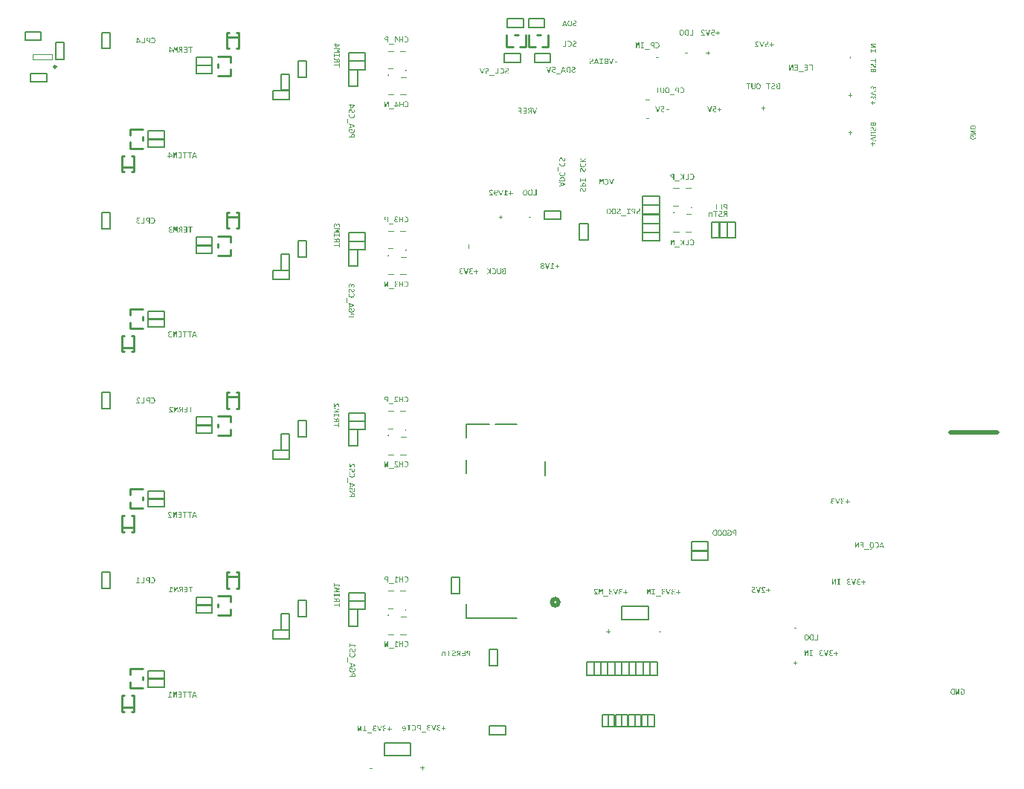
<source format=gbo>
G04*
G04 #@! TF.GenerationSoftware,Altium Limited,Altium Designer,22.4.2 (48)*
G04*
G04 Layer_Color=32896*
%FSAX25Y25*%
%MOIN*%
G70*
G04*
G04 #@! TF.SameCoordinates,5E64B9DA-0424-454E-A7BF-F7E50E35A289*
G04*
G04*
G04 #@! TF.FilePolarity,Positive*
G04*
G01*
G75*
%ADD10C,0.00787*%
%ADD12C,0.00394*%
%ADD13C,0.00984*%
%ADD16C,0.01000*%
%ADD17C,0.02000*%
%ADD18C,0.00500*%
%ADD164C,0.01968*%
%ADD216C,0.00600*%
G36*
X0084294Y0129214D02*
X0084169Y0128922D01*
X0083549Y0129260D01*
Y0127377D01*
X0084212D01*
Y0127059D01*
X0082595D01*
Y0127377D01*
X0083169D01*
Y0129647D01*
X0083474D01*
X0084294Y0129214D01*
D02*
G37*
G36*
X0089975Y0129663D02*
X0090063Y0129654D01*
X0090145Y0129637D01*
X0090214Y0129621D01*
X0090247Y0129611D01*
X0090273Y0129601D01*
X0090296Y0129595D01*
X0090319Y0129588D01*
X0090332Y0129581D01*
X0090345Y0129575D01*
X0090352Y0129571D01*
X0090355D01*
X0090430Y0129532D01*
X0090503Y0129490D01*
X0090565Y0129444D01*
X0090618Y0129401D01*
X0090660Y0129362D01*
X0090693Y0129329D01*
X0090703Y0129316D01*
X0090713Y0129306D01*
X0090716Y0129303D01*
X0090719Y0129299D01*
X0090772Y0129230D01*
X0090817Y0129162D01*
X0090857Y0129089D01*
X0090890Y0129024D01*
X0090916Y0128965D01*
X0090926Y0128938D01*
X0090932Y0128919D01*
X0090939Y0128899D01*
X0090946Y0128886D01*
X0090949Y0128879D01*
Y0128876D01*
X0090975Y0128781D01*
X0090995Y0128683D01*
X0091008Y0128591D01*
X0091018Y0128502D01*
X0091021Y0128463D01*
X0091024Y0128427D01*
Y0128394D01*
X0091027Y0128368D01*
Y0128345D01*
Y0128328D01*
Y0128319D01*
Y0128315D01*
X0091024Y0128200D01*
X0091014Y0128092D01*
X0091001Y0127991D01*
X0090982Y0127895D01*
X0090959Y0127810D01*
X0090936Y0127732D01*
X0090909Y0127659D01*
X0090880Y0127594D01*
X0090854Y0127538D01*
X0090827Y0127489D01*
X0090804Y0127446D01*
X0090781Y0127413D01*
X0090762Y0127387D01*
X0090749Y0127367D01*
X0090739Y0127354D01*
X0090736Y0127351D01*
X0090676Y0127295D01*
X0090614Y0127243D01*
X0090549Y0127200D01*
X0090483Y0127164D01*
X0090411Y0127131D01*
X0090342Y0127105D01*
X0090273Y0127085D01*
X0090207Y0127066D01*
X0090145Y0127052D01*
X0090086Y0127043D01*
X0090034Y0127036D01*
X0089988Y0127033D01*
X0089952Y0127030D01*
X0089922Y0127026D01*
X0089899D01*
X0089775Y0127033D01*
X0089656Y0127046D01*
X0089545Y0127066D01*
X0089496Y0127079D01*
X0089447Y0127092D01*
X0089404Y0127102D01*
X0089364Y0127115D01*
X0089332Y0127125D01*
X0089302Y0127135D01*
X0089279Y0127141D01*
X0089263Y0127148D01*
X0089253Y0127154D01*
X0089250D01*
Y0127486D01*
X0089355Y0127439D01*
X0089404Y0127420D01*
X0089450Y0127407D01*
X0089486Y0127394D01*
X0089515Y0127384D01*
X0089535Y0127381D01*
X0089538Y0127377D01*
X0089542D01*
X0089597Y0127364D01*
X0089656Y0127357D01*
X0089709Y0127351D01*
X0089758Y0127344D01*
X0089798D01*
X0089830Y0127341D01*
X0089860D01*
X0089932Y0127344D01*
X0089998Y0127351D01*
X0090060Y0127364D01*
X0090116Y0127381D01*
X0090171Y0127400D01*
X0090221Y0127420D01*
X0090263Y0127443D01*
X0090303Y0127469D01*
X0090339Y0127492D01*
X0090368Y0127515D01*
X0090394Y0127535D01*
X0090414Y0127554D01*
X0090430Y0127571D01*
X0090444Y0127584D01*
X0090450Y0127590D01*
X0090453Y0127594D01*
X0090490Y0127643D01*
X0090519Y0127699D01*
X0090545Y0127758D01*
X0090568Y0127820D01*
X0090588Y0127882D01*
X0090604Y0127945D01*
X0090627Y0128066D01*
X0090637Y0128125D01*
X0090644Y0128177D01*
X0090647Y0128224D01*
X0090650Y0128266D01*
X0090654Y0128299D01*
Y0128325D01*
Y0128341D01*
Y0128348D01*
X0090650Y0128437D01*
X0090644Y0128515D01*
X0090637Y0128587D01*
X0090627Y0128650D01*
X0090618Y0128699D01*
X0090614Y0128722D01*
X0090608Y0128738D01*
X0090604Y0128752D01*
Y0128761D01*
X0090601Y0128768D01*
Y0128771D01*
X0090578Y0128840D01*
X0090552Y0128899D01*
X0090526Y0128952D01*
X0090503Y0128998D01*
X0090480Y0129037D01*
X0090460Y0129063D01*
X0090447Y0129079D01*
X0090444Y0129086D01*
X0090404Y0129132D01*
X0090362Y0129171D01*
X0090319Y0129208D01*
X0090280Y0129237D01*
X0090247Y0129257D01*
X0090217Y0129273D01*
X0090201Y0129283D01*
X0090194Y0129286D01*
X0090139Y0129309D01*
X0090079Y0129325D01*
X0090027Y0129339D01*
X0089975Y0129345D01*
X0089932Y0129352D01*
X0089896Y0129355D01*
X0089866D01*
X0089801Y0129352D01*
X0089742Y0129349D01*
X0089686Y0129342D01*
X0089637Y0129335D01*
X0089597Y0129325D01*
X0089568Y0129319D01*
X0089548Y0129316D01*
X0089542Y0129312D01*
X0089486Y0129296D01*
X0089433Y0129280D01*
X0089384Y0129260D01*
X0089338Y0129240D01*
X0089302Y0129224D01*
X0089273Y0129211D01*
X0089256Y0129201D01*
X0089250Y0129198D01*
Y0129542D01*
X0089358Y0129581D01*
X0089407Y0129598D01*
X0089453Y0129611D01*
X0089492Y0129621D01*
X0089522Y0129627D01*
X0089542Y0129634D01*
X0089548D01*
X0089663Y0129654D01*
X0089719Y0129660D01*
X0089771Y0129663D01*
X0089814Y0129667D01*
X0089880D01*
X0089975Y0129663D01*
D02*
G37*
G36*
X0088679Y0127059D02*
X0088328D01*
Y0127984D01*
X0088010D01*
X0087915Y0127987D01*
X0087826Y0127997D01*
X0087748Y0128007D01*
X0087682Y0128023D01*
X0087652Y0128030D01*
X0087626Y0128036D01*
X0087603Y0128043D01*
X0087584Y0128046D01*
X0087570Y0128053D01*
X0087560Y0128056D01*
X0087554Y0128059D01*
X0087551D01*
X0087482Y0128089D01*
X0087419Y0128122D01*
X0087364Y0128155D01*
X0087318Y0128187D01*
X0087282Y0128214D01*
X0087256Y0128237D01*
X0087239Y0128250D01*
X0087233Y0128256D01*
X0087190Y0128302D01*
X0087151Y0128351D01*
X0087121Y0128397D01*
X0087095Y0128440D01*
X0087075Y0128476D01*
X0087059Y0128506D01*
X0087052Y0128525D01*
X0087049Y0128528D01*
Y0128532D01*
X0087029Y0128591D01*
X0087016Y0128647D01*
X0087003Y0128699D01*
X0086996Y0128745D01*
X0086993Y0128784D01*
X0086990Y0128817D01*
Y0128837D01*
Y0128840D01*
Y0128843D01*
X0086993Y0128922D01*
X0087003Y0128991D01*
X0087016Y0129053D01*
X0087029Y0129106D01*
X0087046Y0129148D01*
X0087059Y0129181D01*
X0087068Y0129201D01*
X0087072Y0129208D01*
X0087105Y0129260D01*
X0087137Y0129309D01*
X0087173Y0129352D01*
X0087206Y0129388D01*
X0087239Y0129414D01*
X0087262Y0129437D01*
X0087278Y0129450D01*
X0087285Y0129454D01*
X0087334Y0129486D01*
X0087387Y0129516D01*
X0087439Y0129539D01*
X0087485Y0129558D01*
X0087528Y0129571D01*
X0087560Y0129585D01*
X0087574Y0129588D01*
X0087584D01*
X0087587Y0129591D01*
X0087590D01*
X0087656Y0129604D01*
X0087721Y0129618D01*
X0087783Y0129624D01*
X0087839Y0129627D01*
X0087888Y0129631D01*
X0087908Y0129634D01*
X0088679D01*
Y0127059D01*
D02*
G37*
G36*
X0086314D02*
X0084832D01*
Y0127357D01*
X0085957D01*
Y0129634D01*
X0086314D01*
Y0127059D01*
D02*
G37*
G36*
X0099027Y0125074D02*
X0098902Y0124782D01*
X0098282Y0125119D01*
Y0123237D01*
X0098944D01*
Y0122919D01*
X0097328D01*
Y0123237D01*
X0097901D01*
Y0125507D01*
X0098207D01*
X0099027Y0125074D01*
D02*
G37*
G36*
X0101411Y0122919D02*
X0101080D01*
X0101034Y0124500D01*
X0101027Y0125139D01*
X0100906Y0124742D01*
X0100545Y0123758D01*
X0100302D01*
X0099922Y0124782D01*
X0099801Y0125139D01*
X0099778Y0124526D01*
X0099728Y0122919D01*
X0099384D01*
X0099509Y0125493D01*
X0099935D01*
X0100302Y0124523D01*
X0100411Y0124195D01*
X0100522Y0124523D01*
X0100870Y0125493D01*
X0101286D01*
X0101411Y0122919D01*
D02*
G37*
G36*
X0107987Y0125195D02*
X0107227D01*
Y0122919D01*
X0106872D01*
Y0125195D01*
X0106111D01*
Y0125493D01*
X0107987D01*
Y0125195D01*
D02*
G37*
G36*
X0105544Y0122919D02*
X0104081D01*
Y0123217D01*
X0105193D01*
Y0124106D01*
X0104127D01*
Y0124401D01*
X0105193D01*
Y0125198D01*
X0104081D01*
Y0125493D01*
X0105544D01*
Y0122919D01*
D02*
G37*
G36*
X0103389D02*
X0103038D01*
Y0124063D01*
X0102874D01*
X0102822Y0124060D01*
X0102798Y0124057D01*
X0102776D01*
X0102759Y0124054D01*
X0102746Y0124050D01*
X0102740Y0124047D01*
X0102736D01*
X0102690Y0124031D01*
X0102654Y0124014D01*
X0102641Y0124008D01*
X0102631Y0124001D01*
X0102625Y0123998D01*
X0102621Y0123995D01*
X0102585Y0123965D01*
X0102552Y0123932D01*
X0102539Y0123919D01*
X0102530Y0123906D01*
X0102526Y0123899D01*
X0102523Y0123896D01*
X0102490Y0123847D01*
X0102461Y0123794D01*
X0102451Y0123771D01*
X0102441Y0123755D01*
X0102438Y0123742D01*
X0102434Y0123739D01*
X0102051Y0122919D01*
X0101654D01*
X0102060Y0123765D01*
X0102090Y0123821D01*
X0102120Y0123870D01*
X0102146Y0123909D01*
X0102169Y0123945D01*
X0102188Y0123975D01*
X0102205Y0123995D01*
X0102215Y0124008D01*
X0102218Y0124011D01*
X0102248Y0124044D01*
X0102277Y0124073D01*
X0102310Y0124093D01*
X0102339Y0124113D01*
X0102362Y0124126D01*
X0102382Y0124135D01*
X0102398Y0124142D01*
X0102402D01*
X0102352Y0124155D01*
X0102306Y0124172D01*
X0102267Y0124188D01*
X0102234Y0124201D01*
X0102205Y0124214D01*
X0102182Y0124227D01*
X0102169Y0124234D01*
X0102165Y0124237D01*
X0102129Y0124263D01*
X0102093Y0124290D01*
X0102064Y0124313D01*
X0102038Y0124339D01*
X0102018Y0124359D01*
X0102005Y0124375D01*
X0101995Y0124385D01*
X0101992Y0124388D01*
X0101965Y0124421D01*
X0101946Y0124457D01*
X0101926Y0124490D01*
X0101910Y0124519D01*
X0101900Y0124546D01*
X0101890Y0124565D01*
X0101883Y0124582D01*
Y0124585D01*
X0101870Y0124627D01*
X0101864Y0124667D01*
X0101857Y0124706D01*
X0101851Y0124739D01*
Y0124772D01*
X0101847Y0124795D01*
Y0124808D01*
Y0124814D01*
X0101851Y0124870D01*
X0101854Y0124923D01*
X0101864Y0124969D01*
X0101870Y0125008D01*
X0101880Y0125044D01*
X0101890Y0125067D01*
X0101893Y0125083D01*
X0101897Y0125090D01*
X0101916Y0125136D01*
X0101942Y0125175D01*
X0101965Y0125211D01*
X0101992Y0125244D01*
X0102015Y0125267D01*
X0102034Y0125287D01*
X0102047Y0125300D01*
X0102051Y0125303D01*
X0102090Y0125336D01*
X0102136Y0125362D01*
X0102179Y0125385D01*
X0102221Y0125405D01*
X0102261Y0125421D01*
X0102290Y0125431D01*
X0102310Y0125438D01*
X0102313Y0125441D01*
X0102316D01*
X0102379Y0125457D01*
X0102444Y0125470D01*
X0102510Y0125480D01*
X0102569Y0125487D01*
X0102621Y0125490D01*
X0102644Y0125493D01*
X0103389D01*
Y0122919D01*
D02*
G37*
G36*
X0328115Y0308155D02*
X0327764D01*
Y0309418D01*
X0326803Y0308155D01*
X0326363D01*
X0327423Y0309503D01*
X0326409Y0310730D01*
X0326822D01*
X0327764Y0309529D01*
Y0310730D01*
X0328115D01*
Y0308155D01*
D02*
G37*
G36*
X0331624Y0310759D02*
X0331713Y0310749D01*
X0331795Y0310733D01*
X0331864Y0310716D01*
X0331896Y0310707D01*
X0331923Y0310697D01*
X0331946Y0310690D01*
X0331969Y0310684D01*
X0331982Y0310677D01*
X0331995Y0310670D01*
X0332001Y0310667D01*
X0332005D01*
X0332080Y0310628D01*
X0332152Y0310585D01*
X0332215Y0310539D01*
X0332267Y0310497D01*
X0332310Y0310457D01*
X0332343Y0310424D01*
X0332352Y0310411D01*
X0332362Y0310402D01*
X0332366Y0310398D01*
X0332369Y0310395D01*
X0332421Y0310326D01*
X0332467Y0310257D01*
X0332507Y0310185D01*
X0332539Y0310120D01*
X0332566Y0310060D01*
X0332575Y0310034D01*
X0332582Y0310015D01*
X0332589Y0309995D01*
X0332595Y0309982D01*
X0332598Y0309975D01*
Y0309972D01*
X0332625Y0309877D01*
X0332644Y0309778D01*
X0332658Y0309686D01*
X0332667Y0309598D01*
X0332671Y0309559D01*
X0332674Y0309523D01*
Y0309490D01*
X0332677Y0309464D01*
Y0309440D01*
Y0309424D01*
Y0309414D01*
Y0309411D01*
X0332674Y0309296D01*
X0332664Y0309188D01*
X0332651Y0309086D01*
X0332631Y0308991D01*
X0332608Y0308906D01*
X0332585Y0308827D01*
X0332559Y0308755D01*
X0332530Y0308689D01*
X0332503Y0308634D01*
X0332477Y0308584D01*
X0332454Y0308542D01*
X0332431Y0308509D01*
X0332412Y0308483D01*
X0332398Y0308463D01*
X0332388Y0308450D01*
X0332385Y0308447D01*
X0332326Y0308391D01*
X0332264Y0308338D01*
X0332198Y0308296D01*
X0332133Y0308260D01*
X0332061Y0308227D01*
X0331992Y0308201D01*
X0331923Y0308181D01*
X0331857Y0308161D01*
X0331795Y0308148D01*
X0331736Y0308138D01*
X0331683Y0308132D01*
X0331637Y0308128D01*
X0331601Y0308125D01*
X0331572Y0308122D01*
X0331549D01*
X0331424Y0308128D01*
X0331306Y0308142D01*
X0331195Y0308161D01*
X0331145Y0308174D01*
X0331096Y0308188D01*
X0331054Y0308197D01*
X0331014Y0308210D01*
X0330981Y0308220D01*
X0330952Y0308230D01*
X0330929Y0308237D01*
X0330912Y0308243D01*
X0330903Y0308250D01*
X0330899D01*
Y0308581D01*
X0331004Y0308535D01*
X0331054Y0308516D01*
X0331100Y0308502D01*
X0331136Y0308489D01*
X0331165Y0308479D01*
X0331185Y0308476D01*
X0331188Y0308473D01*
X0331191D01*
X0331247Y0308460D01*
X0331306Y0308453D01*
X0331359Y0308447D01*
X0331408Y0308440D01*
X0331447D01*
X0331480Y0308437D01*
X0331509D01*
X0331582Y0308440D01*
X0331647Y0308447D01*
X0331710Y0308460D01*
X0331765Y0308476D01*
X0331821Y0308496D01*
X0331870Y0308516D01*
X0331913Y0308539D01*
X0331952Y0308565D01*
X0331988Y0308588D01*
X0332018Y0308611D01*
X0332044Y0308630D01*
X0332064Y0308650D01*
X0332080Y0308666D01*
X0332093Y0308680D01*
X0332100Y0308686D01*
X0332103Y0308689D01*
X0332139Y0308739D01*
X0332169Y0308794D01*
X0332195Y0308853D01*
X0332218Y0308916D01*
X0332238Y0308978D01*
X0332254Y0309040D01*
X0332277Y0309162D01*
X0332287Y0309221D01*
X0332293Y0309273D01*
X0332297Y0309319D01*
X0332300Y0309362D01*
X0332303Y0309395D01*
Y0309421D01*
Y0309437D01*
Y0309444D01*
X0332300Y0309532D01*
X0332293Y0309611D01*
X0332287Y0309683D01*
X0332277Y0309746D01*
X0332267Y0309795D01*
X0332264Y0309818D01*
X0332257Y0309834D01*
X0332254Y0309847D01*
Y0309857D01*
X0332251Y0309864D01*
Y0309867D01*
X0332228Y0309936D01*
X0332202Y0309995D01*
X0332175Y0310047D01*
X0332152Y0310093D01*
X0332129Y0310133D01*
X0332110Y0310159D01*
X0332097Y0310175D01*
X0332093Y0310182D01*
X0332054Y0310228D01*
X0332011Y0310267D01*
X0331969Y0310303D01*
X0331929Y0310333D01*
X0331896Y0310352D01*
X0331867Y0310369D01*
X0331851Y0310379D01*
X0331844Y0310382D01*
X0331788Y0310405D01*
X0331729Y0310421D01*
X0331677Y0310434D01*
X0331624Y0310441D01*
X0331582Y0310448D01*
X0331546Y0310451D01*
X0331516D01*
X0331451Y0310448D01*
X0331391Y0310444D01*
X0331336Y0310438D01*
X0331287Y0310431D01*
X0331247Y0310421D01*
X0331218Y0310415D01*
X0331198Y0310411D01*
X0331191Y0310408D01*
X0331136Y0310392D01*
X0331083Y0310375D01*
X0331034Y0310356D01*
X0330988Y0310336D01*
X0330952Y0310320D01*
X0330922Y0310306D01*
X0330906Y0310297D01*
X0330899Y0310293D01*
Y0310638D01*
X0331008Y0310677D01*
X0331057Y0310694D01*
X0331103Y0310707D01*
X0331142Y0310716D01*
X0331172Y0310723D01*
X0331191Y0310730D01*
X0331198D01*
X0331313Y0310749D01*
X0331368Y0310756D01*
X0331421Y0310759D01*
X0331464Y0310762D01*
X0331529D01*
X0331624Y0310759D01*
D02*
G37*
G36*
X0330181Y0308155D02*
X0328698D01*
Y0308453D01*
X0329824D01*
Y0310730D01*
X0330181D01*
Y0308155D01*
D02*
G37*
G36*
X0323677D02*
X0323326D01*
Y0309080D01*
X0323008D01*
X0322913Y0309083D01*
X0322824Y0309093D01*
X0322745Y0309103D01*
X0322680Y0309119D01*
X0322650Y0309126D01*
X0322624Y0309132D01*
X0322601Y0309139D01*
X0322581Y0309142D01*
X0322568Y0309149D01*
X0322558Y0309152D01*
X0322552Y0309155D01*
X0322549D01*
X0322480Y0309185D01*
X0322417Y0309218D01*
X0322362Y0309250D01*
X0322316Y0309283D01*
X0322280Y0309309D01*
X0322253Y0309332D01*
X0322237Y0309345D01*
X0322230Y0309352D01*
X0322188Y0309398D01*
X0322148Y0309447D01*
X0322119Y0309493D01*
X0322093Y0309536D01*
X0322073Y0309572D01*
X0322057Y0309601D01*
X0322050Y0309621D01*
X0322047Y0309624D01*
Y0309628D01*
X0322027Y0309686D01*
X0322014Y0309742D01*
X0322001Y0309795D01*
X0321994Y0309841D01*
X0321991Y0309880D01*
X0321988Y0309913D01*
Y0309932D01*
Y0309936D01*
Y0309939D01*
X0321991Y0310018D01*
X0322001Y0310087D01*
X0322014Y0310149D01*
X0322027Y0310202D01*
X0322043Y0310244D01*
X0322057Y0310277D01*
X0322066Y0310297D01*
X0322070Y0310303D01*
X0322102Y0310356D01*
X0322135Y0310405D01*
X0322171Y0310448D01*
X0322204Y0310484D01*
X0322237Y0310510D01*
X0322260Y0310533D01*
X0322276Y0310546D01*
X0322283Y0310549D01*
X0322332Y0310582D01*
X0322385Y0310612D01*
X0322437Y0310634D01*
X0322483Y0310654D01*
X0322526Y0310667D01*
X0322558Y0310680D01*
X0322571Y0310684D01*
X0322581D01*
X0322585Y0310687D01*
X0322588D01*
X0322654Y0310700D01*
X0322719Y0310713D01*
X0322781Y0310720D01*
X0322837Y0310723D01*
X0322886Y0310726D01*
X0322906Y0310730D01*
X0323677D01*
Y0308155D01*
D02*
G37*
G36*
X0326206Y0307348D02*
X0323989D01*
Y0307630D01*
X0326206D01*
Y0307348D01*
D02*
G37*
G36*
X0178452Y0099419D02*
X0180721D01*
Y0099114D01*
X0180288Y0098294D01*
X0179997Y0098418D01*
X0180334Y0099038D01*
X0178452D01*
Y0098376D01*
X0178133D01*
Y0099993D01*
X0178452D01*
Y0099419D01*
D02*
G37*
G36*
X0178884Y0097776D02*
X0178937Y0097769D01*
X0178980Y0097759D01*
X0179019Y0097749D01*
X0179052Y0097739D01*
X0179075Y0097730D01*
X0179088Y0097723D01*
X0179095Y0097720D01*
X0179134Y0097697D01*
X0179173Y0097671D01*
X0179206Y0097644D01*
X0179232Y0097622D01*
X0179255Y0097598D01*
X0179275Y0097582D01*
X0179285Y0097569D01*
X0179288Y0097566D01*
X0179347Y0097490D01*
X0179373Y0097454D01*
X0179393Y0097421D01*
X0179413Y0097392D01*
X0179426Y0097369D01*
X0179432Y0097356D01*
X0179436Y0097349D01*
X0179478Y0097261D01*
X0179498Y0097218D01*
X0179514Y0097182D01*
X0179527Y0097149D01*
X0179537Y0097126D01*
X0179544Y0097110D01*
X0179547Y0097103D01*
X0179583Y0097011D01*
X0179603Y0096972D01*
X0179616Y0096933D01*
X0179629Y0096903D01*
X0179639Y0096877D01*
X0179642Y0096864D01*
X0179646Y0096857D01*
X0179665Y0096815D01*
X0179685Y0096772D01*
X0179701Y0096736D01*
X0179718Y0096703D01*
X0179734Y0096677D01*
X0179744Y0096657D01*
X0179751Y0096644D01*
X0179754Y0096641D01*
X0179777Y0096608D01*
X0179800Y0096575D01*
X0179823Y0096549D01*
X0179842Y0096529D01*
X0179862Y0096509D01*
X0179875Y0096496D01*
X0179885Y0096490D01*
X0179888Y0096487D01*
X0179918Y0096467D01*
X0179947Y0096454D01*
X0179980Y0096444D01*
X0180006Y0096437D01*
X0180033Y0096434D01*
X0180052Y0096431D01*
X0180065D01*
X0180069D01*
X0180098Y0096434D01*
X0180128Y0096437D01*
X0180180Y0096454D01*
X0180226Y0096477D01*
X0180265Y0096503D01*
X0180298Y0096526D01*
X0180318Y0096549D01*
X0180334Y0096565D01*
X0180338Y0096572D01*
X0180354Y0096601D01*
X0180370Y0096631D01*
X0180397Y0096700D01*
X0180413Y0096775D01*
X0180426Y0096847D01*
X0180433Y0096913D01*
X0180436Y0096939D01*
X0180439Y0096965D01*
Y0097015D01*
X0180436Y0097123D01*
X0180433Y0097172D01*
X0180429Y0097218D01*
X0180423Y0097254D01*
X0180420Y0097284D01*
X0180416Y0097303D01*
Y0097310D01*
X0180406Y0097366D01*
X0180397Y0097421D01*
X0180387Y0097474D01*
X0180374Y0097520D01*
X0180367Y0097559D01*
X0180357Y0097589D01*
X0180354Y0097608D01*
X0180351Y0097612D01*
Y0097615D01*
X0180666D01*
X0180675Y0097566D01*
X0180685Y0097520D01*
X0180689Y0097500D01*
Y0097484D01*
X0180692Y0097474D01*
Y0097471D01*
X0180702Y0097415D01*
X0180708Y0097389D01*
X0180711Y0097366D01*
X0180715Y0097346D01*
Y0097329D01*
X0180718Y0097320D01*
Y0097316D01*
X0180728Y0097261D01*
X0180731Y0097234D01*
X0180735Y0097211D01*
Y0097192D01*
X0180738Y0097175D01*
Y0097162D01*
X0180741Y0097110D01*
X0180744Y0097087D01*
Y0097025D01*
X0180741Y0096933D01*
X0180735Y0096851D01*
X0180725Y0096775D01*
X0180715Y0096713D01*
X0180708Y0096683D01*
X0180702Y0096660D01*
X0180695Y0096637D01*
X0180692Y0096621D01*
X0180689Y0096608D01*
X0180685Y0096598D01*
X0180682Y0096592D01*
Y0096588D01*
X0180656Y0096523D01*
X0180630Y0096464D01*
X0180603Y0096411D01*
X0180577Y0096368D01*
X0180557Y0096332D01*
X0180538Y0096310D01*
X0180525Y0096293D01*
X0180521Y0096286D01*
X0180482Y0096247D01*
X0180443Y0096211D01*
X0180406Y0096181D01*
X0180370Y0096159D01*
X0180338Y0096139D01*
X0180315Y0096126D01*
X0180298Y0096119D01*
X0180292Y0096116D01*
X0180243Y0096100D01*
X0180197Y0096086D01*
X0180154Y0096077D01*
X0180115Y0096070D01*
X0180082Y0096067D01*
X0180055Y0096064D01*
X0180039D01*
X0180033D01*
X0179977Y0096067D01*
X0179928Y0096073D01*
X0179885Y0096080D01*
X0179846Y0096093D01*
X0179813Y0096103D01*
X0179790Y0096109D01*
X0179777Y0096116D01*
X0179770Y0096119D01*
X0179731Y0096142D01*
X0179695Y0096168D01*
X0179662Y0096195D01*
X0179636Y0096218D01*
X0179613Y0096241D01*
X0179593Y0096257D01*
X0179583Y0096270D01*
X0179580Y0096273D01*
X0179524Y0096349D01*
X0179498Y0096385D01*
X0179478Y0096418D01*
X0179458Y0096447D01*
X0179445Y0096470D01*
X0179439Y0096483D01*
X0179436Y0096490D01*
X0179393Y0096578D01*
X0179373Y0096621D01*
X0179357Y0096657D01*
X0179344Y0096690D01*
X0179334Y0096716D01*
X0179327Y0096729D01*
X0179324Y0096736D01*
X0179288Y0096828D01*
X0179272Y0096867D01*
X0179255Y0096906D01*
X0179245Y0096936D01*
X0179235Y0096962D01*
X0179229Y0096975D01*
X0179226Y0096982D01*
X0179206Y0097025D01*
X0179190Y0097067D01*
X0179170Y0097103D01*
X0179154Y0097136D01*
X0179140Y0097162D01*
X0179127Y0097182D01*
X0179121Y0097195D01*
X0179117Y0097198D01*
X0179095Y0097231D01*
X0179075Y0097264D01*
X0179052Y0097290D01*
X0179032Y0097310D01*
X0179013Y0097329D01*
X0178999Y0097343D01*
X0178990Y0097349D01*
X0178986Y0097352D01*
X0178957Y0097372D01*
X0178927Y0097385D01*
X0178898Y0097398D01*
X0178871Y0097405D01*
X0178845Y0097408D01*
X0178825Y0097412D01*
X0178812D01*
X0178809D01*
X0178773D01*
X0178744Y0097405D01*
X0178714Y0097402D01*
X0178688Y0097395D01*
X0178668Y0097389D01*
X0178652Y0097382D01*
X0178642Y0097379D01*
X0178639Y0097376D01*
X0178612Y0097359D01*
X0178586Y0097343D01*
X0178566Y0097323D01*
X0178547Y0097307D01*
X0178530Y0097290D01*
X0178521Y0097277D01*
X0178514Y0097267D01*
X0178511Y0097264D01*
X0178491Y0097234D01*
X0178478Y0097202D01*
X0178461Y0097169D01*
X0178452Y0097136D01*
X0178442Y0097110D01*
X0178438Y0097087D01*
X0178432Y0097074D01*
Y0097067D01*
X0178422Y0097021D01*
X0178416Y0096972D01*
X0178412Y0096926D01*
X0178409Y0096880D01*
X0178406Y0096841D01*
Y0096697D01*
X0178409Y0096618D01*
X0178416Y0096546D01*
X0178422Y0096483D01*
X0178425Y0096434D01*
X0178429Y0096411D01*
X0178432Y0096395D01*
Y0096382D01*
X0178435Y0096372D01*
Y0096362D01*
X0178448Y0096296D01*
X0178461Y0096234D01*
X0178478Y0096175D01*
X0178491Y0096129D01*
X0178504Y0096086D01*
X0178514Y0096057D01*
X0178521Y0096037D01*
X0178524Y0096034D01*
Y0096031D01*
X0178186D01*
X0178173Y0096083D01*
X0178160Y0096129D01*
X0178156Y0096149D01*
X0178153Y0096165D01*
X0178150Y0096175D01*
Y0096178D01*
X0178140Y0096241D01*
X0178137Y0096270D01*
X0178133Y0096296D01*
X0178130Y0096323D01*
Y0096339D01*
X0178127Y0096352D01*
Y0096355D01*
X0178117Y0096428D01*
X0178114Y0096460D01*
Y0096490D01*
X0178111Y0096516D01*
X0178107Y0096536D01*
Y0096552D01*
X0178101Y0096628D01*
Y0096660D01*
X0178097Y0096693D01*
Y0096755D01*
X0178101Y0096838D01*
X0178104Y0096916D01*
X0178111Y0096985D01*
X0178120Y0097048D01*
X0178127Y0097097D01*
X0178130Y0097120D01*
X0178133Y0097136D01*
X0178137Y0097149D01*
Y0097159D01*
X0178140Y0097166D01*
Y0097169D01*
X0178160Y0097238D01*
X0178183Y0097300D01*
X0178202Y0097356D01*
X0178225Y0097402D01*
X0178245Y0097441D01*
X0178261Y0097471D01*
X0178275Y0097487D01*
X0178278Y0097493D01*
X0178314Y0097543D01*
X0178353Y0097582D01*
X0178389Y0097618D01*
X0178429Y0097648D01*
X0178458Y0097674D01*
X0178484Y0097690D01*
X0178501Y0097700D01*
X0178507Y0097703D01*
X0178560Y0097730D01*
X0178616Y0097746D01*
X0178668Y0097759D01*
X0178721Y0097769D01*
X0178763Y0097776D01*
X0178799Y0097779D01*
X0178812D01*
X0178822D01*
X0178825D01*
X0178829D01*
X0178884Y0097776D01*
D02*
G37*
G36*
X0180656Y0095447D02*
X0180672Y0095398D01*
X0180685Y0095352D01*
X0180695Y0095312D01*
X0180702Y0095283D01*
X0180708Y0095263D01*
Y0095257D01*
X0180728Y0095142D01*
X0180735Y0095086D01*
X0180738Y0095034D01*
X0180741Y0094991D01*
Y0094925D01*
X0180738Y0094830D01*
X0180728Y0094742D01*
X0180711Y0094660D01*
X0180695Y0094591D01*
X0180685Y0094558D01*
X0180675Y0094532D01*
X0180669Y0094509D01*
X0180662Y0094486D01*
X0180656Y0094473D01*
X0180649Y0094459D01*
X0180646Y0094453D01*
Y0094450D01*
X0180606Y0094374D01*
X0180564Y0094302D01*
X0180518Y0094240D01*
X0180475Y0094187D01*
X0180436Y0094145D01*
X0180403Y0094112D01*
X0180390Y0094102D01*
X0180380Y0094092D01*
X0180377Y0094089D01*
X0180374Y0094086D01*
X0180305Y0094033D01*
X0180236Y0093987D01*
X0180164Y0093948D01*
X0180098Y0093915D01*
X0180039Y0093889D01*
X0180013Y0093879D01*
X0179993Y0093872D01*
X0179973Y0093866D01*
X0179960Y0093859D01*
X0179954Y0093856D01*
X0179950D01*
X0179855Y0093830D01*
X0179757Y0093810D01*
X0179665Y0093797D01*
X0179577Y0093787D01*
X0179537Y0093784D01*
X0179501Y0093781D01*
X0179468D01*
X0179442Y0093777D01*
X0179419D01*
X0179403D01*
X0179393D01*
X0179390D01*
X0179275Y0093781D01*
X0179167Y0093790D01*
X0179065Y0093804D01*
X0178970Y0093823D01*
X0178884Y0093846D01*
X0178806Y0093869D01*
X0178734Y0093895D01*
X0178668Y0093925D01*
X0178612Y0093951D01*
X0178563Y0093977D01*
X0178521Y0094000D01*
X0178488Y0094023D01*
X0178461Y0094043D01*
X0178442Y0094056D01*
X0178429Y0094066D01*
X0178425Y0094069D01*
X0178370Y0094128D01*
X0178317Y0094191D01*
X0178275Y0094256D01*
X0178238Y0094322D01*
X0178206Y0094394D01*
X0178179Y0094463D01*
X0178160Y0094532D01*
X0178140Y0094597D01*
X0178127Y0094660D01*
X0178117Y0094719D01*
X0178111Y0094771D01*
X0178107Y0094817D01*
X0178104Y0094853D01*
X0178101Y0094883D01*
Y0094906D01*
X0178107Y0095030D01*
X0178120Y0095148D01*
X0178140Y0095260D01*
X0178153Y0095309D01*
X0178166Y0095358D01*
X0178176Y0095401D01*
X0178189Y0095440D01*
X0178199Y0095473D01*
X0178209Y0095503D01*
X0178215Y0095525D01*
X0178222Y0095542D01*
X0178228Y0095552D01*
Y0095555D01*
X0178560D01*
X0178514Y0095450D01*
X0178494Y0095401D01*
X0178481Y0095355D01*
X0178468Y0095319D01*
X0178458Y0095289D01*
X0178455Y0095270D01*
X0178452Y0095266D01*
Y0095263D01*
X0178438Y0095207D01*
X0178432Y0095148D01*
X0178425Y0095096D01*
X0178419Y0095047D01*
Y0095007D01*
X0178416Y0094974D01*
Y0094945D01*
X0178419Y0094873D01*
X0178425Y0094807D01*
X0178438Y0094745D01*
X0178455Y0094689D01*
X0178474Y0094633D01*
X0178494Y0094584D01*
X0178517Y0094542D01*
X0178543Y0094502D01*
X0178566Y0094466D01*
X0178589Y0094437D01*
X0178609Y0094410D01*
X0178629Y0094391D01*
X0178645Y0094374D01*
X0178658Y0094361D01*
X0178665Y0094355D01*
X0178668Y0094351D01*
X0178717Y0094315D01*
X0178773Y0094286D01*
X0178832Y0094260D01*
X0178894Y0094236D01*
X0178957Y0094217D01*
X0179019Y0094200D01*
X0179140Y0094177D01*
X0179199Y0094168D01*
X0179252Y0094161D01*
X0179298Y0094158D01*
X0179341Y0094155D01*
X0179373Y0094151D01*
X0179400D01*
X0179416D01*
X0179422D01*
X0179511Y0094155D01*
X0179590Y0094161D01*
X0179662Y0094168D01*
X0179724Y0094177D01*
X0179773Y0094187D01*
X0179796Y0094191D01*
X0179813Y0094197D01*
X0179826Y0094200D01*
X0179836D01*
X0179842Y0094204D01*
X0179846D01*
X0179914Y0094227D01*
X0179973Y0094253D01*
X0180026Y0094279D01*
X0180072Y0094302D01*
X0180111Y0094325D01*
X0180138Y0094345D01*
X0180154Y0094358D01*
X0180160Y0094361D01*
X0180206Y0094401D01*
X0180246Y0094443D01*
X0180282Y0094486D01*
X0180311Y0094525D01*
X0180331Y0094558D01*
X0180347Y0094587D01*
X0180357Y0094604D01*
X0180360Y0094610D01*
X0180384Y0094666D01*
X0180400Y0094725D01*
X0180413Y0094778D01*
X0180420Y0094830D01*
X0180426Y0094873D01*
X0180429Y0094909D01*
Y0094938D01*
X0180426Y0095004D01*
X0180423Y0095063D01*
X0180416Y0095119D01*
X0180410Y0095168D01*
X0180400Y0095207D01*
X0180393Y0095237D01*
X0180390Y0095257D01*
X0180387Y0095263D01*
X0180370Y0095319D01*
X0180354Y0095371D01*
X0180334Y0095421D01*
X0180315Y0095467D01*
X0180298Y0095503D01*
X0180285Y0095532D01*
X0180275Y0095548D01*
X0180272Y0095555D01*
X0180616D01*
X0180656Y0095447D01*
D02*
G37*
G36*
X0177609Y0091380D02*
X0177327D01*
Y0093597D01*
X0177609D01*
Y0091380D01*
D02*
G37*
G36*
X0180708Y0090514D02*
Y0090035D01*
X0178133Y0089179D01*
Y0089543D01*
X0178694Y0089723D01*
Y0090799D01*
X0178133Y0090976D01*
Y0091360D01*
X0180708Y0090514D01*
D02*
G37*
G36*
X0179570Y0088067D02*
X0179281D01*
Y0088592D01*
X0178458D01*
X0178448Y0088565D01*
X0178442Y0088542D01*
X0178438Y0088523D01*
X0178435Y0088519D01*
Y0088516D01*
X0178429Y0088487D01*
X0178422Y0088460D01*
X0178419Y0088441D01*
Y0088434D01*
X0178416Y0088401D01*
X0178412Y0088375D01*
X0178409Y0088355D01*
Y0088349D01*
X0178406Y0088319D01*
Y0088267D01*
X0178409Y0088188D01*
X0178416Y0088116D01*
X0178429Y0088054D01*
X0178442Y0087998D01*
X0178452Y0087955D01*
X0178465Y0087923D01*
X0178468Y0087909D01*
X0178471Y0087900D01*
X0178474Y0087896D01*
Y0087893D01*
X0178504Y0087837D01*
X0178534Y0087785D01*
X0178566Y0087742D01*
X0178599Y0087706D01*
X0178629Y0087673D01*
X0178652Y0087653D01*
X0178665Y0087637D01*
X0178671Y0087634D01*
X0178724Y0087601D01*
X0178776Y0087572D01*
X0178829Y0087545D01*
X0178881Y0087526D01*
X0178924Y0087509D01*
X0178960Y0087499D01*
X0178973Y0087496D01*
X0178983Y0087493D01*
X0178986Y0087489D01*
X0178990D01*
X0179062Y0087473D01*
X0179134Y0087463D01*
X0179206Y0087453D01*
X0179272Y0087450D01*
X0179327Y0087447D01*
X0179354Y0087444D01*
X0179373D01*
X0179390D01*
X0179403D01*
X0179409D01*
X0179413D01*
X0179498Y0087447D01*
X0179573Y0087453D01*
X0179646Y0087460D01*
X0179708Y0087473D01*
X0179757Y0087483D01*
X0179780Y0087486D01*
X0179796Y0087489D01*
X0179809Y0087493D01*
X0179819Y0087496D01*
X0179826Y0087499D01*
X0179829D01*
X0179898Y0087522D01*
X0179957Y0087552D01*
X0180013Y0087578D01*
X0180059Y0087604D01*
X0180095Y0087631D01*
X0180124Y0087650D01*
X0180141Y0087663D01*
X0180147Y0087667D01*
X0180197Y0087709D01*
X0180236Y0087755D01*
X0180272Y0087798D01*
X0180301Y0087840D01*
X0180324Y0087880D01*
X0180341Y0087909D01*
X0180351Y0087929D01*
X0180354Y0087932D01*
Y0087936D01*
X0180380Y0087998D01*
X0180397Y0088060D01*
X0180410Y0088123D01*
X0180420Y0088178D01*
X0180426Y0088227D01*
Y0088247D01*
X0180429Y0088267D01*
Y0088300D01*
X0180426Y0088365D01*
X0180423Y0088424D01*
X0180416Y0088480D01*
X0180410Y0088529D01*
X0180400Y0088572D01*
X0180393Y0088601D01*
X0180390Y0088621D01*
X0180387Y0088628D01*
X0180370Y0088683D01*
X0180351Y0088739D01*
X0180331Y0088788D01*
X0180311Y0088834D01*
X0180295Y0088874D01*
X0180282Y0088900D01*
X0180272Y0088920D01*
X0180269Y0088926D01*
X0180616D01*
X0180639Y0088870D01*
X0180659Y0088818D01*
X0180675Y0088769D01*
X0180689Y0088723D01*
X0180698Y0088683D01*
X0180705Y0088651D01*
X0180711Y0088631D01*
Y0088624D01*
X0180731Y0088506D01*
X0180738Y0088451D01*
X0180741Y0088401D01*
X0180744Y0088359D01*
Y0088296D01*
X0180741Y0088198D01*
X0180731Y0088103D01*
X0180715Y0088018D01*
X0180698Y0087945D01*
X0180689Y0087913D01*
X0180682Y0087883D01*
X0180675Y0087860D01*
X0180666Y0087837D01*
X0180662Y0087821D01*
X0180656Y0087808D01*
X0180652Y0087801D01*
Y0087798D01*
X0180613Y0087716D01*
X0180570Y0087640D01*
X0180528Y0087575D01*
X0180485Y0087519D01*
X0180446Y0087473D01*
X0180413Y0087440D01*
X0180400Y0087427D01*
X0180390Y0087417D01*
X0180387Y0087414D01*
X0180384Y0087411D01*
X0180315Y0087355D01*
X0180243Y0087306D01*
X0180174Y0087263D01*
X0180105Y0087230D01*
X0180046Y0087201D01*
X0180023Y0087191D01*
X0180000Y0087181D01*
X0179980Y0087175D01*
X0179967Y0087168D01*
X0179960Y0087165D01*
X0179957D01*
X0179862Y0087135D01*
X0179764Y0087112D01*
X0179668Y0087099D01*
X0179580Y0087086D01*
X0179541Y0087083D01*
X0179505Y0087080D01*
X0179472D01*
X0179442Y0087076D01*
X0179419D01*
X0179403D01*
X0179393D01*
X0179390D01*
X0179275Y0087080D01*
X0179167Y0087089D01*
X0179071Y0087103D01*
X0179029Y0087109D01*
X0178990Y0087116D01*
X0178953Y0087122D01*
X0178924Y0087129D01*
X0178894Y0087135D01*
X0178871Y0087142D01*
X0178852Y0087148D01*
X0178839Y0087152D01*
X0178832Y0087155D01*
X0178829D01*
X0178740Y0087188D01*
X0178662Y0087224D01*
X0178593Y0087260D01*
X0178534Y0087299D01*
X0178488Y0087332D01*
X0178468Y0087345D01*
X0178452Y0087358D01*
X0178438Y0087368D01*
X0178429Y0087375D01*
X0178425Y0087381D01*
X0178422D01*
X0178366Y0087440D01*
X0178317Y0087503D01*
X0178275Y0087562D01*
X0178242Y0087617D01*
X0178215Y0087667D01*
X0178202Y0087690D01*
X0178196Y0087706D01*
X0178189Y0087722D01*
X0178183Y0087732D01*
X0178179Y0087739D01*
Y0087742D01*
X0178153Y0087824D01*
X0178133Y0087906D01*
X0178117Y0087985D01*
X0178107Y0088060D01*
X0178104Y0088093D01*
X0178101Y0088123D01*
Y0088149D01*
X0178097Y0088175D01*
Y0088218D01*
X0178101Y0088283D01*
Y0088313D01*
X0178104Y0088342D01*
X0178107Y0088365D01*
Y0088382D01*
X0178111Y0088395D01*
Y0088398D01*
X0178120Y0088467D01*
X0178124Y0088497D01*
X0178127Y0088526D01*
X0178130Y0088549D01*
X0178133Y0088565D01*
X0178137Y0088578D01*
Y0088582D01*
X0178153Y0088651D01*
X0178160Y0088680D01*
X0178170Y0088710D01*
X0178176Y0088733D01*
X0178183Y0088749D01*
X0178186Y0088762D01*
Y0088765D01*
X0178209Y0088831D01*
X0178219Y0088861D01*
X0178228Y0088887D01*
X0178238Y0088910D01*
X0178245Y0088926D01*
X0178252Y0088936D01*
Y0088939D01*
X0179570D01*
Y0088067D01*
D02*
G37*
G36*
X0179997Y0086725D02*
X0180065Y0086715D01*
X0180128Y0086702D01*
X0180180Y0086689D01*
X0180223Y0086673D01*
X0180256Y0086660D01*
X0180275Y0086650D01*
X0180282Y0086647D01*
X0180334Y0086614D01*
X0180384Y0086581D01*
X0180426Y0086545D01*
X0180462Y0086512D01*
X0180489Y0086479D01*
X0180511Y0086456D01*
X0180525Y0086440D01*
X0180528Y0086433D01*
X0180561Y0086384D01*
X0180590Y0086332D01*
X0180613Y0086279D01*
X0180633Y0086233D01*
X0180646Y0086191D01*
X0180659Y0086158D01*
X0180662Y0086145D01*
Y0086135D01*
X0180666Y0086132D01*
Y0086128D01*
X0180679Y0086063D01*
X0180692Y0085997D01*
X0180698Y0085935D01*
X0180702Y0085879D01*
X0180705Y0085830D01*
X0180708Y0085810D01*
Y0085039D01*
X0178133D01*
Y0085390D01*
X0179058D01*
Y0085708D01*
X0179062Y0085804D01*
X0179071Y0085892D01*
X0179081Y0085971D01*
X0179098Y0086036D01*
X0179104Y0086066D01*
X0179111Y0086092D01*
X0179117Y0086115D01*
X0179121Y0086135D01*
X0179127Y0086148D01*
X0179130Y0086158D01*
X0179134Y0086164D01*
Y0086168D01*
X0179163Y0086237D01*
X0179196Y0086299D01*
X0179229Y0086355D01*
X0179262Y0086401D01*
X0179288Y0086437D01*
X0179311Y0086463D01*
X0179324Y0086479D01*
X0179331Y0086486D01*
X0179376Y0086528D01*
X0179426Y0086568D01*
X0179472Y0086597D01*
X0179514Y0086624D01*
X0179550Y0086643D01*
X0179580Y0086660D01*
X0179600Y0086666D01*
X0179603Y0086669D01*
X0179606D01*
X0179665Y0086689D01*
X0179721Y0086702D01*
X0179773Y0086715D01*
X0179819Y0086722D01*
X0179859Y0086725D01*
X0179892Y0086729D01*
X0179911D01*
X0179914D01*
X0179918D01*
X0179997Y0086725D01*
D02*
G37*
G36*
X0200033Y0100664D02*
X0199908Y0100372D01*
X0199288Y0100710D01*
Y0098827D01*
X0199951D01*
Y0098509D01*
X0198334D01*
Y0098827D01*
X0198908D01*
Y0101097D01*
X0199213D01*
X0200033Y0100664D01*
D02*
G37*
G36*
X0202292Y0098509D02*
X0201942D01*
Y0099690D01*
X0200862D01*
Y0098509D01*
X0200512D01*
Y0101084D01*
X0200862D01*
Y0099992D01*
X0201942D01*
Y0101084D01*
X0202292D01*
Y0098509D01*
D02*
G37*
G36*
X0195628D02*
X0195277D01*
Y0099332D01*
Y0100631D01*
X0195070Y0100113D01*
X0194352Y0098509D01*
X0193876D01*
Y0101084D01*
X0194227D01*
Y0100349D01*
Y0098972D01*
X0194476Y0099559D01*
X0195159Y0101084D01*
X0195628D01*
Y0098509D01*
D02*
G37*
G36*
X0203496Y0101113D02*
X0203585Y0101104D01*
X0203667Y0101087D01*
X0203736Y0101071D01*
X0203768Y0101061D01*
X0203795Y0101051D01*
X0203818Y0101044D01*
X0203841Y0101038D01*
X0203854Y0101031D01*
X0203867Y0101025D01*
X0203873Y0101022D01*
X0203877D01*
X0203952Y0100982D01*
X0204024Y0100940D01*
X0204087Y0100894D01*
X0204139Y0100851D01*
X0204182Y0100812D01*
X0204215Y0100779D01*
X0204224Y0100766D01*
X0204234Y0100756D01*
X0204238Y0100753D01*
X0204241Y0100749D01*
X0204293Y0100680D01*
X0204339Y0100612D01*
X0204379Y0100539D01*
X0204411Y0100474D01*
X0204438Y0100415D01*
X0204448Y0100389D01*
X0204454Y0100369D01*
X0204461Y0100349D01*
X0204467Y0100336D01*
X0204470Y0100329D01*
Y0100326D01*
X0204497Y0100231D01*
X0204516Y0100133D01*
X0204530Y0100041D01*
X0204539Y0099952D01*
X0204543Y0099913D01*
X0204546Y0099877D01*
Y0099844D01*
X0204549Y0099818D01*
Y0099795D01*
Y0099778D01*
Y0099769D01*
Y0099765D01*
X0204546Y0099651D01*
X0204536Y0099542D01*
X0204523Y0099441D01*
X0204503Y0099345D01*
X0204480Y0099260D01*
X0204457Y0099181D01*
X0204431Y0099109D01*
X0204402Y0099044D01*
X0204375Y0098988D01*
X0204349Y0098939D01*
X0204326Y0098896D01*
X0204303Y0098863D01*
X0204283Y0098837D01*
X0204270Y0098817D01*
X0204260Y0098804D01*
X0204257Y0098801D01*
X0204198Y0098745D01*
X0204136Y0098693D01*
X0204070Y0098650D01*
X0204005Y0098614D01*
X0203932Y0098581D01*
X0203864Y0098555D01*
X0203795Y0098535D01*
X0203729Y0098516D01*
X0203667Y0098502D01*
X0203608Y0098493D01*
X0203555Y0098486D01*
X0203509Y0098483D01*
X0203473Y0098480D01*
X0203444Y0098476D01*
X0203421D01*
X0203296Y0098483D01*
X0203178Y0098496D01*
X0203067Y0098516D01*
X0203017Y0098529D01*
X0202968Y0098542D01*
X0202926Y0098552D01*
X0202886Y0098565D01*
X0202853Y0098575D01*
X0202824Y0098585D01*
X0202801Y0098591D01*
X0202784Y0098598D01*
X0202775Y0098604D01*
X0202771D01*
Y0098936D01*
X0202876Y0098890D01*
X0202926Y0098870D01*
X0202972Y0098857D01*
X0203008Y0098844D01*
X0203037Y0098834D01*
X0203057Y0098830D01*
X0203060Y0098827D01*
X0203063D01*
X0203119Y0098814D01*
X0203178Y0098808D01*
X0203231Y0098801D01*
X0203280Y0098794D01*
X0203319D01*
X0203352Y0098791D01*
X0203381D01*
X0203454Y0098794D01*
X0203519Y0098801D01*
X0203582Y0098814D01*
X0203637Y0098830D01*
X0203693Y0098850D01*
X0203742Y0098870D01*
X0203785Y0098893D01*
X0203824Y0098919D01*
X0203860Y0098942D01*
X0203890Y0098965D01*
X0203916Y0098985D01*
X0203936Y0099004D01*
X0203952Y0099021D01*
X0203965Y0099034D01*
X0203972Y0099040D01*
X0203975Y0099044D01*
X0204011Y0099093D01*
X0204041Y0099149D01*
X0204067Y0099208D01*
X0204090Y0099270D01*
X0204110Y0099332D01*
X0204126Y0099395D01*
X0204149Y0099516D01*
X0204159Y0099575D01*
X0204165Y0099628D01*
X0204169Y0099673D01*
X0204172Y0099716D01*
X0204175Y0099749D01*
Y0099775D01*
Y0099792D01*
Y0099798D01*
X0204172Y0099887D01*
X0204165Y0099965D01*
X0204159Y0100038D01*
X0204149Y0100100D01*
X0204139Y0100149D01*
X0204136Y0100172D01*
X0204129Y0100189D01*
X0204126Y0100202D01*
Y0100211D01*
X0204123Y0100218D01*
Y0100221D01*
X0204100Y0100290D01*
X0204074Y0100349D01*
X0204047Y0100402D01*
X0204024Y0100448D01*
X0204001Y0100487D01*
X0203982Y0100513D01*
X0203969Y0100530D01*
X0203965Y0100536D01*
X0203926Y0100582D01*
X0203883Y0100621D01*
X0203841Y0100657D01*
X0203801Y0100687D01*
X0203768Y0100707D01*
X0203739Y0100723D01*
X0203723Y0100733D01*
X0203716Y0100736D01*
X0203660Y0100759D01*
X0203601Y0100776D01*
X0203549Y0100789D01*
X0203496Y0100795D01*
X0203454Y0100802D01*
X0203418Y0100805D01*
X0203388D01*
X0203322Y0100802D01*
X0203263Y0100798D01*
X0203208Y0100792D01*
X0203158Y0100785D01*
X0203119Y0100776D01*
X0203090Y0100769D01*
X0203070Y0100766D01*
X0203063Y0100762D01*
X0203008Y0100746D01*
X0202955Y0100730D01*
X0202906Y0100710D01*
X0202860Y0100690D01*
X0202824Y0100674D01*
X0202794Y0100661D01*
X0202778Y0100651D01*
X0202771Y0100648D01*
Y0100992D01*
X0202880Y0101031D01*
X0202929Y0101048D01*
X0202975Y0101061D01*
X0203014Y0101071D01*
X0203044Y0101077D01*
X0203063Y0101084D01*
X0203070D01*
X0203185Y0101104D01*
X0203240Y0101110D01*
X0203293Y0101113D01*
X0203336Y0101117D01*
X0203401D01*
X0203496Y0101113D01*
D02*
G37*
G36*
X0198078Y0097702D02*
X0195860D01*
Y0097984D01*
X0198078D01*
Y0097702D01*
D02*
G37*
G36*
X0199221Y0210859D02*
X0199306Y0210849D01*
X0199381Y0210833D01*
X0199444Y0210817D01*
X0199473Y0210807D01*
X0199500Y0210797D01*
X0199519Y0210790D01*
X0199539Y0210784D01*
X0199552Y0210777D01*
X0199562Y0210771D01*
X0199568Y0210767D01*
X0199572D01*
X0199641Y0210731D01*
X0199703Y0210692D01*
X0199762Y0210649D01*
X0199811Y0210610D01*
X0199850Y0210574D01*
X0199880Y0210547D01*
X0199900Y0210528D01*
X0199903Y0210525D01*
X0199906Y0210521D01*
X0199719Y0210295D01*
X0199677Y0210338D01*
X0199634Y0210374D01*
X0199591Y0210403D01*
X0199555Y0210433D01*
X0199522Y0210452D01*
X0199496Y0210469D01*
X0199480Y0210479D01*
X0199473Y0210482D01*
X0199421Y0210508D01*
X0199368Y0210525D01*
X0199319Y0210538D01*
X0199273Y0210547D01*
X0199234Y0210554D01*
X0199201Y0210557D01*
X0199132D01*
X0199093Y0210551D01*
X0199060Y0210544D01*
X0199030Y0210538D01*
X0199008Y0210531D01*
X0198988Y0210525D01*
X0198978Y0210521D01*
X0198975Y0210518D01*
X0198945Y0210505D01*
X0198916Y0210489D01*
X0198893Y0210469D01*
X0198873Y0210452D01*
X0198857Y0210439D01*
X0198847Y0210426D01*
X0198840Y0210420D01*
X0198837Y0210416D01*
X0198801Y0210364D01*
X0198775Y0210318D01*
X0198765Y0210295D01*
X0198758Y0210279D01*
X0198755Y0210269D01*
Y0210265D01*
X0198739Y0210200D01*
X0198735Y0210170D01*
X0198732Y0210144D01*
X0198729Y0210121D01*
Y0210102D01*
Y0210088D01*
Y0210085D01*
X0198732Y0210013D01*
X0198735Y0209983D01*
X0198739Y0209954D01*
X0198742Y0209931D01*
X0198745Y0209914D01*
X0198749Y0209901D01*
Y0209898D01*
X0198758Y0209865D01*
X0198768Y0209833D01*
X0198781Y0209803D01*
X0198794Y0209773D01*
X0198808Y0209751D01*
X0198817Y0209731D01*
X0198824Y0209718D01*
X0198827Y0209714D01*
X0198850Y0209678D01*
X0198876Y0209639D01*
X0198903Y0209603D01*
X0198929Y0209570D01*
X0198952Y0209541D01*
X0198971Y0209518D01*
X0198985Y0209505D01*
X0198988Y0209498D01*
X0199027Y0209452D01*
X0199073Y0209406D01*
X0199116Y0209357D01*
X0199158Y0209314D01*
X0199198Y0209275D01*
X0199227Y0209245D01*
X0199247Y0209226D01*
X0199250Y0209222D01*
X0199254Y0209219D01*
X0199916Y0208557D01*
Y0208252D01*
X0198220D01*
Y0208579D01*
X0199470D01*
X0199004Y0209032D01*
X0198945Y0209091D01*
X0198890Y0209147D01*
X0198840Y0209196D01*
X0198801Y0209239D01*
X0198765Y0209275D01*
X0198742Y0209304D01*
X0198725Y0209321D01*
X0198719Y0209327D01*
X0198676Y0209377D01*
X0198637Y0209426D01*
X0198601Y0209468D01*
X0198575Y0209508D01*
X0198552Y0209541D01*
X0198532Y0209563D01*
X0198522Y0209580D01*
X0198519Y0209587D01*
X0198489Y0209632D01*
X0198466Y0209678D01*
X0198443Y0209721D01*
X0198427Y0209757D01*
X0198414Y0209790D01*
X0198404Y0209816D01*
X0198401Y0209829D01*
X0198398Y0209836D01*
X0198384Y0209885D01*
X0198374Y0209934D01*
X0198368Y0209980D01*
X0198361Y0210023D01*
Y0210059D01*
X0198358Y0210085D01*
Y0210105D01*
Y0210111D01*
X0198361Y0210174D01*
X0198368Y0210233D01*
X0198378Y0210285D01*
X0198388Y0210331D01*
X0198398Y0210370D01*
X0198407Y0210400D01*
X0198414Y0210416D01*
X0198417Y0210423D01*
X0198440Y0210472D01*
X0198466Y0210518D01*
X0198493Y0210561D01*
X0198516Y0210594D01*
X0198538Y0210623D01*
X0198558Y0210643D01*
X0198571Y0210656D01*
X0198575Y0210659D01*
X0198614Y0210695D01*
X0198657Y0210725D01*
X0198696Y0210751D01*
X0198735Y0210771D01*
X0198768Y0210787D01*
X0198794Y0210800D01*
X0198811Y0210807D01*
X0198814Y0210810D01*
X0198817D01*
X0198870Y0210826D01*
X0198926Y0210840D01*
X0198978Y0210849D01*
X0199027Y0210856D01*
X0199067Y0210859D01*
X0199099Y0210862D01*
X0199129D01*
X0199221Y0210859D01*
D02*
G37*
G36*
X0202202Y0208252D02*
X0201851D01*
Y0209432D01*
X0200772D01*
Y0208252D01*
X0200421D01*
Y0210826D01*
X0200772D01*
Y0209734D01*
X0201851D01*
Y0210826D01*
X0202202D01*
Y0208252D01*
D02*
G37*
G36*
X0203406Y0210856D02*
X0203495Y0210846D01*
X0203577Y0210830D01*
X0203645Y0210813D01*
X0203678Y0210803D01*
X0203705Y0210793D01*
X0203728Y0210787D01*
X0203750Y0210780D01*
X0203764Y0210774D01*
X0203777Y0210767D01*
X0203783Y0210764D01*
X0203786D01*
X0203862Y0210725D01*
X0203934Y0210682D01*
X0203996Y0210636D01*
X0204049Y0210594D01*
X0204092Y0210554D01*
X0204124Y0210521D01*
X0204134Y0210508D01*
X0204144Y0210498D01*
X0204147Y0210495D01*
X0204151Y0210492D01*
X0204203Y0210423D01*
X0204249Y0210354D01*
X0204288Y0210282D01*
X0204321Y0210216D01*
X0204347Y0210157D01*
X0204357Y0210131D01*
X0204364Y0210111D01*
X0204370Y0210092D01*
X0204377Y0210079D01*
X0204380Y0210072D01*
Y0210069D01*
X0204406Y0209974D01*
X0204426Y0209875D01*
X0204439Y0209783D01*
X0204449Y0209695D01*
X0204452Y0209655D01*
X0204456Y0209619D01*
Y0209587D01*
X0204459Y0209560D01*
Y0209537D01*
Y0209521D01*
Y0209511D01*
Y0209508D01*
X0204456Y0209393D01*
X0204446Y0209285D01*
X0204433Y0209183D01*
X0204413Y0209088D01*
X0204390Y0209003D01*
X0204367Y0208924D01*
X0204341Y0208852D01*
X0204311Y0208786D01*
X0204285Y0208730D01*
X0204259Y0208681D01*
X0204236Y0208639D01*
X0204213Y0208606D01*
X0204193Y0208579D01*
X0204180Y0208560D01*
X0204170Y0208547D01*
X0204167Y0208543D01*
X0204108Y0208488D01*
X0204046Y0208435D01*
X0203980Y0208393D01*
X0203914Y0208356D01*
X0203842Y0208324D01*
X0203773Y0208297D01*
X0203705Y0208278D01*
X0203639Y0208258D01*
X0203577Y0208245D01*
X0203518Y0208235D01*
X0203465Y0208229D01*
X0203419Y0208225D01*
X0203383Y0208222D01*
X0203354Y0208219D01*
X0203331D01*
X0203206Y0208225D01*
X0203088Y0208238D01*
X0202976Y0208258D01*
X0202927Y0208271D01*
X0202878Y0208284D01*
X0202835Y0208294D01*
X0202796Y0208307D01*
X0202763Y0208317D01*
X0202734Y0208327D01*
X0202711Y0208333D01*
X0202694Y0208340D01*
X0202684Y0208347D01*
X0202681D01*
Y0208678D01*
X0202786Y0208632D01*
X0202835Y0208612D01*
X0202881Y0208599D01*
X0202917Y0208586D01*
X0202947Y0208576D01*
X0202966Y0208573D01*
X0202970Y0208570D01*
X0202973D01*
X0203029Y0208557D01*
X0203088Y0208550D01*
X0203140Y0208543D01*
X0203190Y0208537D01*
X0203229D01*
X0203262Y0208534D01*
X0203291D01*
X0203363Y0208537D01*
X0203429Y0208543D01*
X0203491Y0208557D01*
X0203547Y0208573D01*
X0203603Y0208593D01*
X0203652Y0208612D01*
X0203695Y0208635D01*
X0203734Y0208662D01*
X0203770Y0208684D01*
X0203800Y0208707D01*
X0203826Y0208727D01*
X0203846Y0208747D01*
X0203862Y0208763D01*
X0203875Y0208776D01*
X0203882Y0208783D01*
X0203885Y0208786D01*
X0203921Y0208835D01*
X0203951Y0208891D01*
X0203977Y0208950D01*
X0204000Y0209013D01*
X0204019Y0209075D01*
X0204036Y0209137D01*
X0204059Y0209259D01*
X0204069Y0209317D01*
X0204075Y0209370D01*
X0204078Y0209416D01*
X0204082Y0209459D01*
X0204085Y0209491D01*
Y0209518D01*
Y0209534D01*
Y0209541D01*
X0204082Y0209629D01*
X0204075Y0209708D01*
X0204069Y0209780D01*
X0204059Y0209842D01*
X0204049Y0209892D01*
X0204046Y0209914D01*
X0204039Y0209931D01*
X0204036Y0209944D01*
Y0209954D01*
X0204032Y0209960D01*
Y0209964D01*
X0204010Y0210033D01*
X0203983Y0210092D01*
X0203957Y0210144D01*
X0203934Y0210190D01*
X0203911Y0210229D01*
X0203891Y0210256D01*
X0203878Y0210272D01*
X0203875Y0210279D01*
X0203836Y0210325D01*
X0203793Y0210364D01*
X0203750Y0210400D01*
X0203711Y0210430D01*
X0203678Y0210449D01*
X0203649Y0210466D01*
X0203632Y0210475D01*
X0203626Y0210479D01*
X0203570Y0210502D01*
X0203511Y0210518D01*
X0203458Y0210531D01*
X0203406Y0210538D01*
X0203363Y0210544D01*
X0203327Y0210547D01*
X0203298D01*
X0203232Y0210544D01*
X0203173Y0210541D01*
X0203117Y0210534D01*
X0203068Y0210528D01*
X0203029Y0210518D01*
X0202999Y0210511D01*
X0202980Y0210508D01*
X0202973Y0210505D01*
X0202917Y0210489D01*
X0202865Y0210472D01*
X0202816Y0210452D01*
X0202770Y0210433D01*
X0202734Y0210416D01*
X0202704Y0210403D01*
X0202688Y0210393D01*
X0202681Y0210390D01*
Y0210735D01*
X0202789Y0210774D01*
X0202839Y0210790D01*
X0202885Y0210803D01*
X0202924Y0210813D01*
X0202953Y0210820D01*
X0202973Y0210826D01*
X0202980D01*
X0203095Y0210846D01*
X0203150Y0210853D01*
X0203203Y0210856D01*
X0203245Y0210859D01*
X0203311D01*
X0203406Y0210856D01*
D02*
G37*
G36*
X0195459Y0208252D02*
X0195108D01*
Y0209176D01*
X0194790D01*
X0194694Y0209180D01*
X0194606Y0209190D01*
X0194527Y0209200D01*
X0194462Y0209216D01*
X0194432Y0209222D01*
X0194406Y0209229D01*
X0194383Y0209236D01*
X0194363Y0209239D01*
X0194350Y0209245D01*
X0194340Y0209249D01*
X0194334Y0209252D01*
X0194330D01*
X0194261Y0209281D01*
X0194199Y0209314D01*
X0194143Y0209347D01*
X0194097Y0209380D01*
X0194061Y0209406D01*
X0194035Y0209429D01*
X0194019Y0209442D01*
X0194012Y0209449D01*
X0193970Y0209495D01*
X0193930Y0209544D01*
X0193901Y0209590D01*
X0193874Y0209632D01*
X0193855Y0209668D01*
X0193838Y0209698D01*
X0193832Y0209718D01*
X0193828Y0209721D01*
Y0209724D01*
X0193809Y0209783D01*
X0193796Y0209839D01*
X0193782Y0209892D01*
X0193776Y0209938D01*
X0193773Y0209977D01*
X0193769Y0210010D01*
Y0210029D01*
Y0210033D01*
Y0210036D01*
X0193773Y0210115D01*
X0193782Y0210184D01*
X0193796Y0210246D01*
X0193809Y0210298D01*
X0193825Y0210341D01*
X0193838Y0210374D01*
X0193848Y0210393D01*
X0193851Y0210400D01*
X0193884Y0210452D01*
X0193917Y0210502D01*
X0193953Y0210544D01*
X0193986Y0210580D01*
X0194019Y0210607D01*
X0194042Y0210630D01*
X0194058Y0210643D01*
X0194065Y0210646D01*
X0194114Y0210679D01*
X0194166Y0210708D01*
X0194219Y0210731D01*
X0194265Y0210751D01*
X0194307Y0210764D01*
X0194340Y0210777D01*
X0194353Y0210780D01*
X0194363D01*
X0194366Y0210784D01*
X0194370D01*
X0194435Y0210797D01*
X0194501Y0210810D01*
X0194563Y0210817D01*
X0194619Y0210820D01*
X0194668Y0210823D01*
X0194688Y0210826D01*
X0195459D01*
Y0208252D01*
D02*
G37*
G36*
X0197987Y0207445D02*
X0195770D01*
Y0207727D01*
X0197987D01*
Y0207445D01*
D02*
G37*
G36*
X0171980Y0288390D02*
X0172020Y0288386D01*
X0172059Y0288377D01*
X0172092Y0288370D01*
X0172118Y0288360D01*
X0172141Y0288350D01*
X0172154Y0288347D01*
X0172157Y0288344D01*
X0172193Y0288324D01*
X0172226Y0288304D01*
X0172256Y0288281D01*
X0172282Y0288262D01*
X0172301Y0288242D01*
X0172318Y0288229D01*
X0172328Y0288219D01*
X0172331Y0288216D01*
X0172383Y0288157D01*
X0172403Y0288127D01*
X0172420Y0288101D01*
X0172433Y0288078D01*
X0172443Y0288058D01*
X0172449Y0288045D01*
X0172452Y0288042D01*
X0172482Y0287970D01*
X0172495Y0287937D01*
X0172505Y0287904D01*
X0172511Y0287878D01*
X0172515Y0287858D01*
X0172518Y0287845D01*
Y0287842D01*
X0172554Y0287911D01*
X0172593Y0287973D01*
X0172633Y0288026D01*
X0172669Y0288071D01*
X0172702Y0288108D01*
X0172731Y0288134D01*
X0172748Y0288147D01*
X0172754Y0288154D01*
X0172813Y0288193D01*
X0172875Y0288219D01*
X0172938Y0288239D01*
X0172997Y0288255D01*
X0173046Y0288262D01*
X0173069Y0288265D01*
X0173089D01*
X0173105Y0288268D01*
X0173115D01*
X0173122D01*
X0173125D01*
X0173177Y0288265D01*
X0173230Y0288259D01*
X0173272Y0288252D01*
X0173312Y0288242D01*
X0173345Y0288229D01*
X0173371Y0288222D01*
X0173384Y0288216D01*
X0173390Y0288213D01*
X0173433Y0288190D01*
X0173472Y0288167D01*
X0173505Y0288140D01*
X0173535Y0288114D01*
X0173558Y0288091D01*
X0173577Y0288071D01*
X0173587Y0288058D01*
X0173591Y0288055D01*
X0173620Y0288013D01*
X0173646Y0287970D01*
X0173669Y0287927D01*
X0173686Y0287888D01*
X0173702Y0287852D01*
X0173712Y0287822D01*
X0173715Y0287803D01*
X0173719Y0287799D01*
Y0287796D01*
X0173735Y0287737D01*
X0173745Y0287675D01*
X0173755Y0287616D01*
X0173758Y0287557D01*
X0173761Y0287507D01*
X0173764Y0287488D01*
Y0287383D01*
X0173761Y0287337D01*
X0173758Y0287317D01*
Y0287304D01*
X0173755Y0287294D01*
Y0287291D01*
X0173748Y0287235D01*
X0173745Y0287209D01*
X0173741Y0287186D01*
X0173738Y0287170D01*
Y0287153D01*
X0173735Y0287143D01*
Y0287140D01*
X0173725Y0287084D01*
X0173719Y0287058D01*
X0173715Y0287035D01*
X0173709Y0287019D01*
X0173705Y0287002D01*
X0173702Y0286992D01*
Y0286989D01*
X0173689Y0286937D01*
X0173682Y0286910D01*
X0173676Y0286891D01*
X0173673Y0286874D01*
X0173666Y0286861D01*
X0173663Y0286851D01*
Y0286848D01*
X0173364D01*
X0173381Y0286907D01*
X0173397Y0286960D01*
X0173410Y0287012D01*
X0173420Y0287055D01*
X0173430Y0287091D01*
X0173436Y0287120D01*
X0173440Y0287137D01*
Y0287143D01*
X0173450Y0287196D01*
X0173456Y0287242D01*
X0173459Y0287288D01*
X0173463Y0287327D01*
X0173466Y0287360D01*
Y0287409D01*
X0173463Y0287494D01*
X0173453Y0287570D01*
X0173436Y0287635D01*
X0173420Y0287688D01*
X0173400Y0287727D01*
X0173387Y0287757D01*
X0173374Y0287773D01*
X0173371Y0287780D01*
X0173331Y0287822D01*
X0173282Y0287855D01*
X0173233Y0287878D01*
X0173184Y0287891D01*
X0173138Y0287901D01*
X0173102Y0287904D01*
X0173089Y0287908D01*
X0173079D01*
X0173072D01*
X0173069D01*
X0173030D01*
X0172994Y0287901D01*
X0172964Y0287894D01*
X0172935Y0287888D01*
X0172912Y0287881D01*
X0172895Y0287875D01*
X0172882Y0287871D01*
X0172879Y0287868D01*
X0172823Y0287835D01*
X0172797Y0287819D01*
X0172777Y0287803D01*
X0172761Y0287786D01*
X0172748Y0287773D01*
X0172741Y0287767D01*
X0172738Y0287763D01*
X0172702Y0287711D01*
X0172676Y0287658D01*
X0172666Y0287635D01*
X0172659Y0287619D01*
X0172652Y0287606D01*
Y0287602D01*
X0172636Y0287530D01*
X0172629Y0287494D01*
X0172626Y0287461D01*
Y0287432D01*
X0172623Y0287409D01*
Y0287094D01*
X0172341D01*
Y0287439D01*
X0172338Y0287488D01*
X0172331Y0287530D01*
X0172328Y0287570D01*
X0172321Y0287599D01*
X0172315Y0287625D01*
X0172311Y0287639D01*
Y0287645D01*
X0172301Y0287688D01*
X0172288Y0287727D01*
X0172275Y0287763D01*
X0172262Y0287793D01*
X0172252Y0287819D01*
X0172242Y0287835D01*
X0172236Y0287848D01*
X0172233Y0287852D01*
X0172213Y0287885D01*
X0172190Y0287911D01*
X0172167Y0287934D01*
X0172147Y0287953D01*
X0172128Y0287967D01*
X0172115Y0287976D01*
X0172105Y0287983D01*
X0172101Y0287986D01*
X0172072Y0288003D01*
X0172039Y0288016D01*
X0172006Y0288022D01*
X0171980Y0288029D01*
X0171954Y0288032D01*
X0171934Y0288035D01*
X0171918D01*
X0171915D01*
X0171872Y0288032D01*
X0171833Y0288029D01*
X0171796Y0288022D01*
X0171767Y0288016D01*
X0171741Y0288006D01*
X0171721Y0287999D01*
X0171708Y0287996D01*
X0171705Y0287993D01*
X0171672Y0287976D01*
X0171642Y0287957D01*
X0171616Y0287937D01*
X0171593Y0287917D01*
X0171573Y0287898D01*
X0171560Y0287881D01*
X0171550Y0287871D01*
X0171547Y0287868D01*
X0171524Y0287835D01*
X0171504Y0287796D01*
X0171488Y0287760D01*
X0171475Y0287724D01*
X0171465Y0287694D01*
X0171455Y0287668D01*
X0171452Y0287652D01*
X0171449Y0287645D01*
X0171439Y0287593D01*
X0171429Y0287537D01*
X0171423Y0287481D01*
X0171419Y0287429D01*
Y0287383D01*
X0171416Y0287347D01*
Y0287261D01*
X0171419Y0287212D01*
Y0287163D01*
X0171423Y0287120D01*
Y0287087D01*
X0171426Y0287058D01*
Y0287035D01*
X0171432Y0286986D01*
X0171436Y0286940D01*
X0171442Y0286894D01*
X0171449Y0286858D01*
X0171455Y0286825D01*
X0171459Y0286799D01*
X0171462Y0286786D01*
Y0286779D01*
X0171153D01*
X0171144Y0286858D01*
X0171140Y0286897D01*
X0171137Y0286933D01*
X0171134Y0286963D01*
Y0286986D01*
X0171131Y0286999D01*
Y0287005D01*
X0171124Y0287101D01*
X0171121Y0287147D01*
Y0287189D01*
X0171117Y0287225D01*
Y0287281D01*
X0171121Y0287383D01*
X0171127Y0287475D01*
X0171137Y0287557D01*
X0171150Y0287629D01*
X0171153Y0287658D01*
X0171160Y0287688D01*
X0171167Y0287711D01*
X0171170Y0287730D01*
X0171173Y0287747D01*
X0171177Y0287757D01*
X0171180Y0287763D01*
Y0287767D01*
X0171206Y0287842D01*
X0171236Y0287911D01*
X0171265Y0287970D01*
X0171295Y0288019D01*
X0171318Y0288058D01*
X0171337Y0288088D01*
X0171354Y0288108D01*
X0171357Y0288114D01*
X0171399Y0288163D01*
X0171446Y0288206D01*
X0171488Y0288239D01*
X0171528Y0288268D01*
X0171564Y0288291D01*
X0171590Y0288308D01*
X0171609Y0288317D01*
X0171616Y0288321D01*
X0171672Y0288344D01*
X0171728Y0288363D01*
X0171780Y0288377D01*
X0171829Y0288383D01*
X0171872Y0288390D01*
X0171905Y0288393D01*
X0171918D01*
X0171928D01*
X0171931D01*
X0171934D01*
X0171980Y0288390D01*
D02*
G37*
G36*
X0173728Y0286235D02*
Y0285808D01*
X0172757Y0285441D01*
X0172430Y0285333D01*
X0172757Y0285221D01*
X0173728Y0284874D01*
Y0284457D01*
X0171153Y0284332D01*
Y0284664D01*
X0172734Y0284710D01*
X0173374Y0284716D01*
X0172977Y0284837D01*
X0171993Y0285198D01*
Y0285441D01*
X0173017Y0285821D01*
X0173374Y0285943D01*
X0172761Y0285966D01*
X0171153Y0286015D01*
Y0286359D01*
X0173728Y0286235D01*
D02*
G37*
G36*
Y0282358D02*
X0173433D01*
Y0282951D01*
X0171452D01*
Y0282358D01*
X0171153D01*
Y0283899D01*
X0171452D01*
Y0283306D01*
X0173433D01*
Y0283899D01*
X0173728D01*
Y0282358D01*
D02*
G37*
G36*
X0172000Y0281466D02*
X0172055Y0281436D01*
X0172105Y0281407D01*
X0172144Y0281380D01*
X0172180Y0281357D01*
X0172210Y0281338D01*
X0172229Y0281321D01*
X0172242Y0281311D01*
X0172246Y0281308D01*
X0172279Y0281279D01*
X0172308Y0281249D01*
X0172328Y0281216D01*
X0172347Y0281187D01*
X0172361Y0281164D01*
X0172370Y0281144D01*
X0172377Y0281128D01*
Y0281124D01*
X0172390Y0281174D01*
X0172406Y0281220D01*
X0172423Y0281259D01*
X0172436Y0281292D01*
X0172449Y0281321D01*
X0172462Y0281344D01*
X0172469Y0281357D01*
X0172472Y0281361D01*
X0172498Y0281397D01*
X0172525Y0281433D01*
X0172548Y0281462D01*
X0172574Y0281489D01*
X0172593Y0281508D01*
X0172610Y0281521D01*
X0172620Y0281531D01*
X0172623Y0281535D01*
X0172656Y0281561D01*
X0172692Y0281580D01*
X0172725Y0281600D01*
X0172754Y0281616D01*
X0172780Y0281626D01*
X0172800Y0281636D01*
X0172817Y0281643D01*
X0172820D01*
X0172862Y0281656D01*
X0172902Y0281662D01*
X0172941Y0281669D01*
X0172974Y0281676D01*
X0173007D01*
X0173030Y0281679D01*
X0173043D01*
X0173049D01*
X0173105Y0281676D01*
X0173158Y0281672D01*
X0173204Y0281662D01*
X0173243Y0281656D01*
X0173279Y0281646D01*
X0173302Y0281636D01*
X0173318Y0281633D01*
X0173325Y0281630D01*
X0173371Y0281610D01*
X0173410Y0281584D01*
X0173446Y0281561D01*
X0173479Y0281535D01*
X0173502Y0281511D01*
X0173522Y0281492D01*
X0173535Y0281479D01*
X0173538Y0281475D01*
X0173571Y0281436D01*
X0173597Y0281390D01*
X0173620Y0281347D01*
X0173640Y0281305D01*
X0173656Y0281265D01*
X0173666Y0281236D01*
X0173673Y0281216D01*
X0173676Y0281213D01*
Y0281210D01*
X0173692Y0281147D01*
X0173705Y0281082D01*
X0173715Y0281016D01*
X0173722Y0280957D01*
X0173725Y0280905D01*
X0173728Y0280882D01*
Y0280137D01*
X0171153D01*
Y0280488D01*
X0172298D01*
Y0280652D01*
X0172295Y0280705D01*
X0172292Y0280728D01*
Y0280751D01*
X0172288Y0280767D01*
X0172285Y0280780D01*
X0172282Y0280787D01*
Y0280790D01*
X0172266Y0280836D01*
X0172249Y0280872D01*
X0172242Y0280885D01*
X0172236Y0280895D01*
X0172233Y0280901D01*
X0172229Y0280905D01*
X0172200Y0280941D01*
X0172167Y0280974D01*
X0172154Y0280987D01*
X0172141Y0280997D01*
X0172134Y0281000D01*
X0172131Y0281003D01*
X0172082Y0281036D01*
X0172029Y0281065D01*
X0172006Y0281075D01*
X0171990Y0281085D01*
X0171977Y0281088D01*
X0171974Y0281092D01*
X0171153Y0281475D01*
Y0281872D01*
X0172000Y0281466D01*
D02*
G37*
G36*
X0173728Y0277756D02*
X0173430D01*
Y0278517D01*
X0171153D01*
Y0278871D01*
X0173430D01*
Y0279632D01*
X0173728D01*
Y0277756D01*
D02*
G37*
G36*
X0098510Y0077928D02*
X0098386Y0077636D01*
X0097766Y0077974D01*
Y0076091D01*
X0098428D01*
Y0075773D01*
X0096811D01*
Y0076091D01*
X0097385D01*
Y0078361D01*
X0097690D01*
X0098510Y0077928D01*
D02*
G37*
G36*
X0100757Y0075773D02*
X0100406D01*
Y0076596D01*
Y0077895D01*
X0100199Y0077377D01*
X0099481Y0075773D01*
X0099005D01*
Y0078348D01*
X0099356D01*
Y0077613D01*
Y0076236D01*
X0099606Y0076823D01*
X0100288Y0078348D01*
X0100757D01*
Y0075773D01*
D02*
G37*
G36*
X0109843D02*
X0109478D01*
X0109298Y0076334D01*
X0108222D01*
X0108045Y0075773D01*
X0107661D01*
X0108508Y0078348D01*
X0108986D01*
X0109843Y0075773D01*
D02*
G37*
G36*
X0107471Y0078049D02*
X0106710D01*
Y0075773D01*
X0106356D01*
Y0078049D01*
X0105595D01*
Y0078348D01*
X0107471D01*
Y0078049D01*
D02*
G37*
G36*
X0105254D02*
X0104493D01*
Y0075773D01*
X0104139D01*
Y0078049D01*
X0103378D01*
Y0078348D01*
X0105254D01*
Y0078049D01*
D02*
G37*
G36*
X0102810Y0075773D02*
X0101347D01*
Y0076072D01*
X0102459D01*
Y0076960D01*
X0101393D01*
Y0077255D01*
X0102459D01*
Y0078053D01*
X0101347D01*
Y0078348D01*
X0102810D01*
Y0075773D01*
D02*
G37*
G36*
X0172125Y0368839D02*
X0173827D01*
Y0368344D01*
X0172125Y0367248D01*
X0171823D01*
Y0368488D01*
X0171252D01*
Y0368839D01*
X0171823D01*
Y0369279D01*
X0172125D01*
Y0368839D01*
D02*
G37*
G36*
X0173827Y0366943D02*
Y0366517D01*
X0172856Y0366150D01*
X0172528Y0366041D01*
X0172856Y0365930D01*
X0173827Y0365582D01*
Y0365166D01*
X0171252Y0365041D01*
Y0365372D01*
X0172833Y0365418D01*
X0173472Y0365425D01*
X0173076Y0365546D01*
X0172092Y0365907D01*
Y0366150D01*
X0173115Y0366530D01*
X0173472Y0366652D01*
X0172859Y0366674D01*
X0171252Y0366724D01*
Y0367068D01*
X0173827Y0366943D01*
D02*
G37*
G36*
Y0363066D02*
X0173532D01*
Y0363660D01*
X0171551D01*
Y0363066D01*
X0171252D01*
Y0364608D01*
X0171551D01*
Y0364014D01*
X0173532D01*
Y0364608D01*
X0173827D01*
Y0363066D01*
D02*
G37*
G36*
X0172098Y0362174D02*
X0172154Y0362145D01*
X0172203Y0362115D01*
X0172242Y0362089D01*
X0172279Y0362066D01*
X0172308Y0362046D01*
X0172328Y0362030D01*
X0172341Y0362020D01*
X0172344Y0362017D01*
X0172377Y0361987D01*
X0172406Y0361958D01*
X0172426Y0361925D01*
X0172446Y0361895D01*
X0172459Y0361873D01*
X0172469Y0361853D01*
X0172475Y0361836D01*
Y0361833D01*
X0172488Y0361882D01*
X0172505Y0361928D01*
X0172521Y0361968D01*
X0172535Y0362000D01*
X0172548Y0362030D01*
X0172561Y0362053D01*
X0172567Y0362066D01*
X0172571Y0362069D01*
X0172597Y0362105D01*
X0172623Y0362141D01*
X0172646Y0362171D01*
X0172672Y0362197D01*
X0172692Y0362217D01*
X0172708Y0362230D01*
X0172718Y0362240D01*
X0172721Y0362243D01*
X0172754Y0362269D01*
X0172790Y0362289D01*
X0172823Y0362309D01*
X0172853Y0362325D01*
X0172879Y0362335D01*
X0172898Y0362345D01*
X0172915Y0362351D01*
X0172918D01*
X0172961Y0362365D01*
X0173000Y0362371D01*
X0173040Y0362378D01*
X0173072Y0362384D01*
X0173105D01*
X0173128Y0362387D01*
X0173141D01*
X0173148D01*
X0173204Y0362384D01*
X0173256Y0362381D01*
X0173302Y0362371D01*
X0173341Y0362365D01*
X0173377Y0362355D01*
X0173400Y0362345D01*
X0173417Y0362341D01*
X0173423Y0362338D01*
X0173469Y0362319D01*
X0173509Y0362292D01*
X0173545Y0362269D01*
X0173577Y0362243D01*
X0173600Y0362220D01*
X0173620Y0362200D01*
X0173633Y0362187D01*
X0173636Y0362184D01*
X0173669Y0362145D01*
X0173696Y0362099D01*
X0173719Y0362056D01*
X0173738Y0362014D01*
X0173755Y0361974D01*
X0173765Y0361945D01*
X0173771Y0361925D01*
X0173774Y0361922D01*
Y0361918D01*
X0173791Y0361856D01*
X0173804Y0361790D01*
X0173814Y0361725D01*
X0173820Y0361666D01*
X0173823Y0361613D01*
X0173827Y0361590D01*
Y0360846D01*
X0171252D01*
Y0361197D01*
X0172397D01*
Y0361361D01*
X0172393Y0361413D01*
X0172390Y0361436D01*
Y0361459D01*
X0172387Y0361476D01*
X0172384Y0361489D01*
X0172380Y0361495D01*
Y0361499D01*
X0172364Y0361544D01*
X0172347Y0361581D01*
X0172341Y0361594D01*
X0172334Y0361603D01*
X0172331Y0361610D01*
X0172328Y0361613D01*
X0172298Y0361649D01*
X0172266Y0361682D01*
X0172252Y0361695D01*
X0172239Y0361705D01*
X0172233Y0361708D01*
X0172229Y0361712D01*
X0172180Y0361745D01*
X0172128Y0361774D01*
X0172105Y0361784D01*
X0172088Y0361794D01*
X0172075Y0361797D01*
X0172072Y0361800D01*
X0171252Y0362184D01*
Y0362581D01*
X0172098Y0362174D01*
D02*
G37*
G36*
X0173827Y0358465D02*
X0173528D01*
Y0359226D01*
X0171252D01*
Y0359580D01*
X0173528D01*
Y0360341D01*
X0173827D01*
Y0358465D01*
D02*
G37*
G36*
X0097789Y0159078D02*
X0097874Y0159068D01*
X0097949Y0159052D01*
X0098012Y0159035D01*
X0098041Y0159025D01*
X0098067Y0159015D01*
X0098087Y0159009D01*
X0098107Y0159002D01*
X0098120Y0158996D01*
X0098130Y0158989D01*
X0098136Y0158986D01*
X0098140D01*
X0098208Y0158950D01*
X0098271Y0158911D01*
X0098330Y0158868D01*
X0098379Y0158828D01*
X0098418Y0158792D01*
X0098448Y0158766D01*
X0098467Y0158747D01*
X0098471Y0158743D01*
X0098474Y0158740D01*
X0098287Y0158514D01*
X0098244Y0158556D01*
X0098202Y0158592D01*
X0098159Y0158622D01*
X0098123Y0158651D01*
X0098090Y0158671D01*
X0098064Y0158687D01*
X0098048Y0158697D01*
X0098041Y0158701D01*
X0097989Y0158727D01*
X0097936Y0158743D01*
X0097887Y0158756D01*
X0097841Y0158766D01*
X0097802Y0158773D01*
X0097769Y0158776D01*
X0097700D01*
X0097661Y0158769D01*
X0097628Y0158763D01*
X0097598Y0158756D01*
X0097575Y0158750D01*
X0097556Y0158743D01*
X0097546Y0158740D01*
X0097543Y0158737D01*
X0097513Y0158723D01*
X0097483Y0158707D01*
X0097461Y0158687D01*
X0097441Y0158671D01*
X0097424Y0158658D01*
X0097415Y0158645D01*
X0097408Y0158638D01*
X0097405Y0158635D01*
X0097369Y0158582D01*
X0097342Y0158537D01*
X0097333Y0158514D01*
X0097326Y0158497D01*
X0097323Y0158487D01*
Y0158484D01*
X0097306Y0158419D01*
X0097303Y0158389D01*
X0097300Y0158363D01*
X0097297Y0158340D01*
Y0158320D01*
Y0158307D01*
Y0158304D01*
X0097300Y0158231D01*
X0097303Y0158202D01*
X0097306Y0158173D01*
X0097310Y0158150D01*
X0097313Y0158133D01*
X0097316Y0158120D01*
Y0158117D01*
X0097326Y0158084D01*
X0097336Y0158051D01*
X0097349Y0158022D01*
X0097362Y0157992D01*
X0097375Y0157969D01*
X0097385Y0157949D01*
X0097392Y0157936D01*
X0097395Y0157933D01*
X0097418Y0157897D01*
X0097444Y0157858D01*
X0097470Y0157822D01*
X0097497Y0157789D01*
X0097520Y0157759D01*
X0097539Y0157736D01*
X0097552Y0157723D01*
X0097556Y0157717D01*
X0097595Y0157671D01*
X0097641Y0157625D01*
X0097684Y0157576D01*
X0097726Y0157533D01*
X0097766Y0157493D01*
X0097795Y0157464D01*
X0097815Y0157444D01*
X0097818Y0157441D01*
X0097821Y0157438D01*
X0098484Y0156775D01*
Y0156470D01*
X0096788D01*
Y0156798D01*
X0098038D01*
X0097572Y0157251D01*
X0097513Y0157310D01*
X0097457Y0157366D01*
X0097408Y0157415D01*
X0097369Y0157457D01*
X0097333Y0157493D01*
X0097310Y0157523D01*
X0097293Y0157539D01*
X0097287Y0157546D01*
X0097244Y0157595D01*
X0097205Y0157644D01*
X0097169Y0157687D01*
X0097142Y0157726D01*
X0097119Y0157759D01*
X0097100Y0157782D01*
X0097090Y0157799D01*
X0097087Y0157805D01*
X0097057Y0157851D01*
X0097034Y0157897D01*
X0097011Y0157940D01*
X0096995Y0157976D01*
X0096982Y0158009D01*
X0096972Y0158035D01*
X0096969Y0158048D01*
X0096965Y0158054D01*
X0096952Y0158104D01*
X0096942Y0158153D01*
X0096936Y0158199D01*
X0096929Y0158241D01*
Y0158277D01*
X0096926Y0158304D01*
Y0158323D01*
Y0158330D01*
X0096929Y0158392D01*
X0096936Y0158451D01*
X0096946Y0158504D01*
X0096955Y0158550D01*
X0096965Y0158589D01*
X0096975Y0158619D01*
X0096982Y0158635D01*
X0096985Y0158642D01*
X0097008Y0158691D01*
X0097034Y0158737D01*
X0097060Y0158779D01*
X0097083Y0158812D01*
X0097106Y0158842D01*
X0097126Y0158861D01*
X0097139Y0158874D01*
X0097142Y0158878D01*
X0097182Y0158914D01*
X0097224Y0158943D01*
X0097264Y0158969D01*
X0097303Y0158989D01*
X0097336Y0159006D01*
X0097362Y0159019D01*
X0097378Y0159025D01*
X0097382Y0159028D01*
X0097385D01*
X0097438Y0159045D01*
X0097493Y0159058D01*
X0097546Y0159068D01*
X0097595Y0159074D01*
X0097634Y0159078D01*
X0097667Y0159081D01*
X0097697D01*
X0097789Y0159078D01*
D02*
G37*
G36*
X0100757Y0156470D02*
X0100406D01*
Y0157293D01*
Y0158592D01*
X0100199Y0158074D01*
X0099481Y0156470D01*
X0099005D01*
Y0159045D01*
X0099356D01*
Y0158310D01*
Y0156933D01*
X0099606Y0157520D01*
X0100288Y0159045D01*
X0100757D01*
Y0156470D01*
D02*
G37*
G36*
X0109843D02*
X0109478D01*
X0109298Y0157031D01*
X0108222D01*
X0108045Y0156470D01*
X0107661D01*
X0108508Y0159045D01*
X0108986D01*
X0109843Y0156470D01*
D02*
G37*
G36*
X0107471Y0158747D02*
X0106710D01*
Y0156470D01*
X0106356D01*
Y0158747D01*
X0105595D01*
Y0159045D01*
X0107471D01*
Y0158747D01*
D02*
G37*
G36*
X0105254D02*
X0104493D01*
Y0156470D01*
X0104139D01*
Y0158747D01*
X0103378D01*
Y0159045D01*
X0105254D01*
Y0158747D01*
D02*
G37*
G36*
X0102810Y0156470D02*
X0101347D01*
Y0156769D01*
X0102459D01*
Y0157658D01*
X0101393D01*
Y0157953D01*
X0102459D01*
Y0158750D01*
X0101347D01*
Y0159045D01*
X0102810D01*
Y0156470D01*
D02*
G37*
G36*
X0199322Y0291568D02*
X0199342Y0291564D01*
X0199355D01*
X0199365Y0291561D01*
X0199368D01*
X0199424Y0291555D01*
X0199450Y0291551D01*
X0199473Y0291548D01*
X0199490Y0291545D01*
X0199506D01*
X0199516Y0291542D01*
X0199519D01*
X0199575Y0291532D01*
X0199601Y0291525D01*
X0199624Y0291522D01*
X0199641Y0291515D01*
X0199657Y0291512D01*
X0199667Y0291509D01*
X0199670D01*
X0199723Y0291496D01*
X0199749Y0291489D01*
X0199768Y0291482D01*
X0199785Y0291479D01*
X0199798Y0291473D01*
X0199808Y0291469D01*
X0199811D01*
Y0291171D01*
X0199752Y0291187D01*
X0199700Y0291204D01*
X0199647Y0291217D01*
X0199604Y0291227D01*
X0199568Y0291236D01*
X0199539Y0291243D01*
X0199522Y0291246D01*
X0199516D01*
X0199463Y0291256D01*
X0199418Y0291263D01*
X0199372Y0291266D01*
X0199332Y0291269D01*
X0199300Y0291273D01*
X0199250D01*
X0199165Y0291269D01*
X0199090Y0291260D01*
X0199024Y0291243D01*
X0198971Y0291227D01*
X0198932Y0291207D01*
X0198903Y0291194D01*
X0198886Y0291181D01*
X0198880Y0291178D01*
X0198837Y0291138D01*
X0198804Y0291089D01*
X0198781Y0291040D01*
X0198768Y0290990D01*
X0198758Y0290945D01*
X0198755Y0290909D01*
X0198752Y0290895D01*
Y0290886D01*
Y0290879D01*
Y0290876D01*
Y0290836D01*
X0198758Y0290800D01*
X0198765Y0290771D01*
X0198771Y0290741D01*
X0198778Y0290718D01*
X0198784Y0290702D01*
X0198788Y0290689D01*
X0198791Y0290686D01*
X0198824Y0290630D01*
X0198840Y0290603D01*
X0198857Y0290584D01*
X0198873Y0290567D01*
X0198886Y0290554D01*
X0198893Y0290548D01*
X0198896Y0290544D01*
X0198949Y0290508D01*
X0199001Y0290482D01*
X0199024Y0290472D01*
X0199040Y0290466D01*
X0199054Y0290459D01*
X0199057D01*
X0199129Y0290443D01*
X0199165Y0290436D01*
X0199198Y0290433D01*
X0199227D01*
X0199250Y0290430D01*
X0199565D01*
Y0290148D01*
X0199221D01*
X0199172Y0290144D01*
X0199129Y0290138D01*
X0199090Y0290134D01*
X0199060Y0290128D01*
X0199034Y0290121D01*
X0199021Y0290118D01*
X0199014D01*
X0198971Y0290108D01*
X0198932Y0290095D01*
X0198896Y0290082D01*
X0198866Y0290069D01*
X0198840Y0290059D01*
X0198824Y0290049D01*
X0198811Y0290043D01*
X0198808Y0290039D01*
X0198775Y0290020D01*
X0198749Y0289997D01*
X0198725Y0289974D01*
X0198706Y0289954D01*
X0198693Y0289934D01*
X0198683Y0289921D01*
X0198676Y0289911D01*
X0198673Y0289908D01*
X0198657Y0289879D01*
X0198644Y0289846D01*
X0198637Y0289813D01*
X0198630Y0289787D01*
X0198627Y0289760D01*
X0198624Y0289741D01*
Y0289724D01*
Y0289721D01*
X0198627Y0289679D01*
X0198630Y0289639D01*
X0198637Y0289603D01*
X0198644Y0289574D01*
X0198653Y0289547D01*
X0198660Y0289528D01*
X0198663Y0289514D01*
X0198667Y0289511D01*
X0198683Y0289478D01*
X0198703Y0289449D01*
X0198722Y0289423D01*
X0198742Y0289400D01*
X0198762Y0289380D01*
X0198778Y0289367D01*
X0198788Y0289357D01*
X0198791Y0289354D01*
X0198824Y0289331D01*
X0198863Y0289311D01*
X0198899Y0289295D01*
X0198935Y0289282D01*
X0198965Y0289272D01*
X0198991Y0289262D01*
X0199008Y0289259D01*
X0199014Y0289255D01*
X0199067Y0289246D01*
X0199122Y0289236D01*
X0199178Y0289229D01*
X0199231Y0289226D01*
X0199276D01*
X0199313Y0289223D01*
X0199398D01*
X0199447Y0289226D01*
X0199496D01*
X0199539Y0289229D01*
X0199572D01*
X0199601Y0289232D01*
X0199624D01*
X0199673Y0289239D01*
X0199719Y0289242D01*
X0199765Y0289249D01*
X0199801Y0289255D01*
X0199834Y0289262D01*
X0199860Y0289265D01*
X0199873Y0289268D01*
X0199880D01*
Y0288960D01*
X0199801Y0288950D01*
X0199762Y0288947D01*
X0199726Y0288944D01*
X0199696Y0288941D01*
X0199673D01*
X0199660Y0288937D01*
X0199654D01*
X0199559Y0288931D01*
X0199513Y0288927D01*
X0199470D01*
X0199434Y0288924D01*
X0199378D01*
X0199276Y0288927D01*
X0199185Y0288934D01*
X0199103Y0288944D01*
X0199030Y0288957D01*
X0199001Y0288960D01*
X0198971Y0288967D01*
X0198949Y0288973D01*
X0198929Y0288977D01*
X0198912Y0288980D01*
X0198903Y0288983D01*
X0198896Y0288986D01*
X0198893D01*
X0198817Y0289013D01*
X0198749Y0289042D01*
X0198689Y0289072D01*
X0198640Y0289101D01*
X0198601Y0289124D01*
X0198571Y0289144D01*
X0198552Y0289160D01*
X0198545Y0289164D01*
X0198496Y0289206D01*
X0198453Y0289252D01*
X0198421Y0289295D01*
X0198391Y0289334D01*
X0198368Y0289370D01*
X0198352Y0289396D01*
X0198342Y0289416D01*
X0198338Y0289423D01*
X0198316Y0289478D01*
X0198296Y0289534D01*
X0198283Y0289587D01*
X0198276Y0289636D01*
X0198270Y0289679D01*
X0198266Y0289711D01*
Y0289724D01*
Y0289734D01*
Y0289738D01*
Y0289741D01*
X0198270Y0289787D01*
X0198273Y0289826D01*
X0198283Y0289865D01*
X0198289Y0289898D01*
X0198299Y0289925D01*
X0198309Y0289948D01*
X0198312Y0289961D01*
X0198316Y0289964D01*
X0198335Y0290000D01*
X0198355Y0290033D01*
X0198378Y0290062D01*
X0198398Y0290089D01*
X0198417Y0290108D01*
X0198430Y0290125D01*
X0198440Y0290134D01*
X0198443Y0290138D01*
X0198502Y0290190D01*
X0198532Y0290210D01*
X0198558Y0290226D01*
X0198581Y0290239D01*
X0198601Y0290249D01*
X0198614Y0290256D01*
X0198617Y0290259D01*
X0198689Y0290289D01*
X0198722Y0290302D01*
X0198755Y0290312D01*
X0198781Y0290318D01*
X0198801Y0290321D01*
X0198814Y0290325D01*
X0198817D01*
X0198749Y0290361D01*
X0198686Y0290400D01*
X0198634Y0290440D01*
X0198588Y0290476D01*
X0198552Y0290508D01*
X0198525Y0290538D01*
X0198512Y0290554D01*
X0198506Y0290561D01*
X0198466Y0290620D01*
X0198440Y0290682D01*
X0198421Y0290744D01*
X0198404Y0290804D01*
X0198398Y0290853D01*
X0198394Y0290876D01*
Y0290895D01*
X0198391Y0290912D01*
Y0290922D01*
Y0290928D01*
Y0290932D01*
X0198394Y0290984D01*
X0198401Y0291036D01*
X0198407Y0291079D01*
X0198417Y0291118D01*
X0198430Y0291151D01*
X0198437Y0291178D01*
X0198443Y0291191D01*
X0198447Y0291197D01*
X0198470Y0291240D01*
X0198493Y0291279D01*
X0198519Y0291312D01*
X0198545Y0291341D01*
X0198568Y0291364D01*
X0198588Y0291384D01*
X0198601Y0291394D01*
X0198604Y0291397D01*
X0198647Y0291427D01*
X0198689Y0291453D01*
X0198732Y0291476D01*
X0198771Y0291492D01*
X0198808Y0291509D01*
X0198837Y0291519D01*
X0198857Y0291522D01*
X0198860Y0291525D01*
X0198863D01*
X0198922Y0291542D01*
X0198985Y0291551D01*
X0199044Y0291561D01*
X0199103Y0291564D01*
X0199152Y0291568D01*
X0199172Y0291571D01*
X0199276D01*
X0199322Y0291568D01*
D02*
G37*
G36*
X0202202Y0288960D02*
X0201851D01*
Y0290141D01*
X0200772D01*
Y0288960D01*
X0200421D01*
Y0291535D01*
X0200772D01*
Y0290443D01*
X0201851D01*
Y0291535D01*
X0202202D01*
Y0288960D01*
D02*
G37*
G36*
X0203406Y0291564D02*
X0203495Y0291555D01*
X0203577Y0291538D01*
X0203645Y0291522D01*
X0203678Y0291512D01*
X0203705Y0291502D01*
X0203728Y0291496D01*
X0203750Y0291489D01*
X0203764Y0291482D01*
X0203777Y0291476D01*
X0203783Y0291473D01*
X0203786D01*
X0203862Y0291433D01*
X0203934Y0291391D01*
X0203996Y0291345D01*
X0204049Y0291302D01*
X0204092Y0291263D01*
X0204124Y0291230D01*
X0204134Y0291217D01*
X0204144Y0291207D01*
X0204147Y0291204D01*
X0204151Y0291200D01*
X0204203Y0291132D01*
X0204249Y0291063D01*
X0204288Y0290990D01*
X0204321Y0290925D01*
X0204347Y0290866D01*
X0204357Y0290840D01*
X0204364Y0290820D01*
X0204370Y0290800D01*
X0204377Y0290787D01*
X0204380Y0290781D01*
Y0290777D01*
X0204406Y0290682D01*
X0204426Y0290584D01*
X0204439Y0290492D01*
X0204449Y0290403D01*
X0204452Y0290364D01*
X0204456Y0290328D01*
Y0290295D01*
X0204459Y0290269D01*
Y0290246D01*
Y0290230D01*
Y0290220D01*
Y0290216D01*
X0204456Y0290102D01*
X0204446Y0289993D01*
X0204433Y0289892D01*
X0204413Y0289797D01*
X0204390Y0289711D01*
X0204367Y0289633D01*
X0204341Y0289560D01*
X0204311Y0289495D01*
X0204285Y0289439D01*
X0204259Y0289390D01*
X0204236Y0289347D01*
X0204213Y0289314D01*
X0204193Y0289288D01*
X0204180Y0289268D01*
X0204170Y0289255D01*
X0204167Y0289252D01*
X0204108Y0289196D01*
X0204046Y0289144D01*
X0203980Y0289101D01*
X0203914Y0289065D01*
X0203842Y0289032D01*
X0203773Y0289006D01*
X0203705Y0288986D01*
X0203639Y0288967D01*
X0203577Y0288954D01*
X0203518Y0288944D01*
X0203465Y0288937D01*
X0203419Y0288934D01*
X0203383Y0288931D01*
X0203354Y0288927D01*
X0203331D01*
X0203206Y0288934D01*
X0203088Y0288947D01*
X0202976Y0288967D01*
X0202927Y0288980D01*
X0202878Y0288993D01*
X0202835Y0289003D01*
X0202796Y0289016D01*
X0202763Y0289026D01*
X0202734Y0289036D01*
X0202711Y0289042D01*
X0202694Y0289049D01*
X0202684Y0289055D01*
X0202681D01*
Y0289387D01*
X0202786Y0289341D01*
X0202835Y0289321D01*
X0202881Y0289308D01*
X0202917Y0289295D01*
X0202947Y0289285D01*
X0202966Y0289282D01*
X0202970Y0289278D01*
X0202973D01*
X0203029Y0289265D01*
X0203088Y0289259D01*
X0203140Y0289252D01*
X0203190Y0289246D01*
X0203229D01*
X0203262Y0289242D01*
X0203291D01*
X0203363Y0289246D01*
X0203429Y0289252D01*
X0203491Y0289265D01*
X0203547Y0289282D01*
X0203603Y0289301D01*
X0203652Y0289321D01*
X0203695Y0289344D01*
X0203734Y0289370D01*
X0203770Y0289393D01*
X0203800Y0289416D01*
X0203826Y0289436D01*
X0203846Y0289456D01*
X0203862Y0289472D01*
X0203875Y0289485D01*
X0203882Y0289492D01*
X0203885Y0289495D01*
X0203921Y0289544D01*
X0203951Y0289600D01*
X0203977Y0289659D01*
X0204000Y0289721D01*
X0204019Y0289784D01*
X0204036Y0289846D01*
X0204059Y0289967D01*
X0204069Y0290026D01*
X0204075Y0290079D01*
X0204078Y0290125D01*
X0204082Y0290167D01*
X0204085Y0290200D01*
Y0290226D01*
Y0290243D01*
Y0290249D01*
X0204082Y0290338D01*
X0204075Y0290417D01*
X0204069Y0290489D01*
X0204059Y0290551D01*
X0204049Y0290600D01*
X0204046Y0290623D01*
X0204039Y0290640D01*
X0204036Y0290653D01*
Y0290663D01*
X0204032Y0290669D01*
Y0290672D01*
X0204010Y0290741D01*
X0203983Y0290800D01*
X0203957Y0290853D01*
X0203934Y0290899D01*
X0203911Y0290938D01*
X0203891Y0290964D01*
X0203878Y0290981D01*
X0203875Y0290987D01*
X0203836Y0291033D01*
X0203793Y0291073D01*
X0203750Y0291109D01*
X0203711Y0291138D01*
X0203678Y0291158D01*
X0203649Y0291174D01*
X0203632Y0291184D01*
X0203626Y0291187D01*
X0203570Y0291210D01*
X0203511Y0291227D01*
X0203458Y0291240D01*
X0203406Y0291246D01*
X0203363Y0291253D01*
X0203327Y0291256D01*
X0203298D01*
X0203232Y0291253D01*
X0203173Y0291250D01*
X0203117Y0291243D01*
X0203068Y0291236D01*
X0203029Y0291227D01*
X0202999Y0291220D01*
X0202980Y0291217D01*
X0202973Y0291214D01*
X0202917Y0291197D01*
X0202865Y0291181D01*
X0202816Y0291161D01*
X0202770Y0291141D01*
X0202734Y0291125D01*
X0202704Y0291112D01*
X0202688Y0291102D01*
X0202681Y0291099D01*
Y0291443D01*
X0202789Y0291482D01*
X0202839Y0291499D01*
X0202885Y0291512D01*
X0202924Y0291522D01*
X0202953Y0291528D01*
X0202973Y0291535D01*
X0202980D01*
X0203095Y0291555D01*
X0203150Y0291561D01*
X0203203Y0291564D01*
X0203245Y0291568D01*
X0203311D01*
X0203406Y0291564D01*
D02*
G37*
G36*
X0195459Y0288960D02*
X0195108D01*
Y0289885D01*
X0194790D01*
X0194694Y0289888D01*
X0194606Y0289898D01*
X0194527Y0289908D01*
X0194462Y0289925D01*
X0194432Y0289931D01*
X0194406Y0289938D01*
X0194383Y0289944D01*
X0194363Y0289948D01*
X0194350Y0289954D01*
X0194340Y0289957D01*
X0194334Y0289961D01*
X0194330D01*
X0194261Y0289990D01*
X0194199Y0290023D01*
X0194143Y0290056D01*
X0194097Y0290089D01*
X0194061Y0290115D01*
X0194035Y0290138D01*
X0194019Y0290151D01*
X0194012Y0290157D01*
X0193970Y0290203D01*
X0193930Y0290252D01*
X0193901Y0290298D01*
X0193874Y0290341D01*
X0193855Y0290377D01*
X0193838Y0290407D01*
X0193832Y0290426D01*
X0193828Y0290430D01*
Y0290433D01*
X0193809Y0290492D01*
X0193796Y0290548D01*
X0193782Y0290600D01*
X0193776Y0290646D01*
X0193773Y0290686D01*
X0193769Y0290718D01*
Y0290738D01*
Y0290741D01*
Y0290744D01*
X0193773Y0290823D01*
X0193782Y0290892D01*
X0193796Y0290954D01*
X0193809Y0291007D01*
X0193825Y0291050D01*
X0193838Y0291082D01*
X0193848Y0291102D01*
X0193851Y0291109D01*
X0193884Y0291161D01*
X0193917Y0291210D01*
X0193953Y0291253D01*
X0193986Y0291289D01*
X0194019Y0291315D01*
X0194042Y0291338D01*
X0194058Y0291351D01*
X0194065Y0291355D01*
X0194114Y0291387D01*
X0194166Y0291417D01*
X0194219Y0291440D01*
X0194265Y0291460D01*
X0194307Y0291473D01*
X0194340Y0291486D01*
X0194353Y0291489D01*
X0194363D01*
X0194366Y0291492D01*
X0194370D01*
X0194435Y0291506D01*
X0194501Y0291519D01*
X0194563Y0291525D01*
X0194619Y0291528D01*
X0194668Y0291532D01*
X0194688Y0291535D01*
X0195459D01*
Y0288960D01*
D02*
G37*
G36*
X0197987Y0288153D02*
X0195770D01*
Y0288435D01*
X0197987D01*
Y0288153D01*
D02*
G37*
G36*
X0178363Y0179475D02*
X0178816Y0179941D01*
X0178875Y0180000D01*
X0178930Y0180055D01*
X0178980Y0180105D01*
X0179022Y0180144D01*
X0179058Y0180180D01*
X0179088Y0180203D01*
X0179104Y0180219D01*
X0179111Y0180226D01*
X0179160Y0180269D01*
X0179209Y0180308D01*
X0179252Y0180344D01*
X0179291Y0180370D01*
X0179324Y0180393D01*
X0179347Y0180413D01*
X0179363Y0180423D01*
X0179370Y0180426D01*
X0179416Y0180456D01*
X0179462Y0180479D01*
X0179504Y0180501D01*
X0179541Y0180518D01*
X0179573Y0180531D01*
X0179600Y0180541D01*
X0179613Y0180544D01*
X0179619Y0180547D01*
X0179668Y0180561D01*
X0179718Y0180570D01*
X0179764Y0180577D01*
X0179806Y0180584D01*
X0179842D01*
X0179868Y0180587D01*
X0179888D01*
X0179895D01*
X0179957Y0180584D01*
X0180016Y0180577D01*
X0180069Y0180567D01*
X0180114Y0180557D01*
X0180154Y0180547D01*
X0180183Y0180538D01*
X0180200Y0180531D01*
X0180206Y0180528D01*
X0180256Y0180505D01*
X0180301Y0180479D01*
X0180344Y0180452D01*
X0180377Y0180429D01*
X0180406Y0180406D01*
X0180426Y0180387D01*
X0180439Y0180374D01*
X0180443Y0180370D01*
X0180479Y0180331D01*
X0180508Y0180288D01*
X0180534Y0180249D01*
X0180554Y0180210D01*
X0180570Y0180177D01*
X0180584Y0180150D01*
X0180590Y0180134D01*
X0180593Y0180131D01*
Y0180128D01*
X0180610Y0180075D01*
X0180623Y0180019D01*
X0180633Y0179967D01*
X0180639Y0179918D01*
X0180643Y0179878D01*
X0180646Y0179845D01*
Y0179816D01*
X0180643Y0179724D01*
X0180633Y0179639D01*
X0180616Y0179563D01*
X0180600Y0179501D01*
X0180590Y0179472D01*
X0180580Y0179445D01*
X0180574Y0179426D01*
X0180567Y0179406D01*
X0180561Y0179393D01*
X0180554Y0179383D01*
X0180551Y0179376D01*
Y0179373D01*
X0180515Y0179304D01*
X0180475Y0179242D01*
X0180433Y0179183D01*
X0180393Y0179134D01*
X0180357Y0179094D01*
X0180331Y0179065D01*
X0180311Y0179045D01*
X0180308Y0179042D01*
X0180305Y0179039D01*
X0180078Y0179226D01*
X0180121Y0179268D01*
X0180157Y0179311D01*
X0180187Y0179353D01*
X0180216Y0179390D01*
X0180236Y0179422D01*
X0180252Y0179449D01*
X0180262Y0179465D01*
X0180265Y0179472D01*
X0180292Y0179524D01*
X0180308Y0179577D01*
X0180321Y0179626D01*
X0180331Y0179672D01*
X0180338Y0179711D01*
X0180341Y0179744D01*
Y0179813D01*
X0180334Y0179852D01*
X0180328Y0179885D01*
X0180321Y0179914D01*
X0180315Y0179937D01*
X0180308Y0179957D01*
X0180305Y0179967D01*
X0180301Y0179970D01*
X0180288Y0180000D01*
X0180272Y0180029D01*
X0180252Y0180052D01*
X0180236Y0180072D01*
X0180223Y0180088D01*
X0180210Y0180098D01*
X0180203Y0180105D01*
X0180200Y0180108D01*
X0180147Y0180144D01*
X0180101Y0180170D01*
X0180078Y0180180D01*
X0180062Y0180187D01*
X0180052Y0180190D01*
X0180049D01*
X0179983Y0180206D01*
X0179954Y0180210D01*
X0179928Y0180213D01*
X0179905Y0180216D01*
X0179885D01*
X0179872D01*
X0179868D01*
X0179796Y0180213D01*
X0179767Y0180210D01*
X0179737Y0180206D01*
X0179714Y0180203D01*
X0179698Y0180200D01*
X0179685Y0180196D01*
X0179682D01*
X0179649Y0180187D01*
X0179616Y0180177D01*
X0179586Y0180164D01*
X0179557Y0180150D01*
X0179534Y0180137D01*
X0179514Y0180128D01*
X0179501Y0180121D01*
X0179498Y0180118D01*
X0179462Y0180095D01*
X0179422Y0180069D01*
X0179386Y0180042D01*
X0179354Y0180016D01*
X0179324Y0179993D01*
X0179301Y0179973D01*
X0179288Y0179960D01*
X0179281Y0179957D01*
X0179235Y0179918D01*
X0179190Y0179872D01*
X0179140Y0179829D01*
X0179098Y0179786D01*
X0179058Y0179747D01*
X0179029Y0179718D01*
X0179009Y0179698D01*
X0179006Y0179695D01*
X0179003Y0179691D01*
X0178340Y0179029D01*
X0178035D01*
Y0180725D01*
X0178363D01*
Y0179475D01*
D02*
G37*
G36*
X0178786Y0178484D02*
X0178839Y0178478D01*
X0178881Y0178468D01*
X0178921Y0178458D01*
X0178953Y0178448D01*
X0178976Y0178438D01*
X0178990Y0178432D01*
X0178996Y0178428D01*
X0179035Y0178405D01*
X0179075Y0178379D01*
X0179108Y0178353D01*
X0179134Y0178330D01*
X0179157Y0178307D01*
X0179176Y0178291D01*
X0179186Y0178278D01*
X0179190Y0178274D01*
X0179249Y0178199D01*
X0179275Y0178163D01*
X0179295Y0178130D01*
X0179314Y0178101D01*
X0179327Y0178077D01*
X0179334Y0178064D01*
X0179337Y0178058D01*
X0179380Y0177969D01*
X0179400Y0177927D01*
X0179416Y0177891D01*
X0179429Y0177858D01*
X0179439Y0177835D01*
X0179445Y0177818D01*
X0179449Y0177812D01*
X0179485Y0177720D01*
X0179504Y0177681D01*
X0179518Y0177641D01*
X0179531Y0177612D01*
X0179541Y0177585D01*
X0179544Y0177572D01*
X0179547Y0177566D01*
X0179567Y0177523D01*
X0179586Y0177481D01*
X0179603Y0177445D01*
X0179619Y0177412D01*
X0179636Y0177385D01*
X0179646Y0177366D01*
X0179652Y0177353D01*
X0179655Y0177349D01*
X0179678Y0177317D01*
X0179701Y0177284D01*
X0179724Y0177258D01*
X0179744Y0177238D01*
X0179764Y0177218D01*
X0179777Y0177205D01*
X0179787Y0177199D01*
X0179790Y0177195D01*
X0179819Y0177175D01*
X0179849Y0177162D01*
X0179882Y0177153D01*
X0179908Y0177146D01*
X0179934Y0177143D01*
X0179954Y0177139D01*
X0179967D01*
X0179970D01*
X0180000Y0177143D01*
X0180029Y0177146D01*
X0180082Y0177162D01*
X0180128Y0177185D01*
X0180167Y0177212D01*
X0180200Y0177235D01*
X0180219Y0177258D01*
X0180236Y0177274D01*
X0180239Y0177280D01*
X0180256Y0177310D01*
X0180272Y0177340D01*
X0180298Y0177408D01*
X0180315Y0177484D01*
X0180328Y0177556D01*
X0180334Y0177622D01*
X0180338Y0177648D01*
X0180341Y0177674D01*
Y0177723D01*
X0180338Y0177831D01*
X0180334Y0177881D01*
X0180331Y0177927D01*
X0180324Y0177963D01*
X0180321Y0177992D01*
X0180318Y0178012D01*
Y0178018D01*
X0180308Y0178074D01*
X0180298Y0178130D01*
X0180288Y0178182D01*
X0180275Y0178228D01*
X0180269Y0178268D01*
X0180259Y0178297D01*
X0180256Y0178317D01*
X0180252Y0178320D01*
Y0178324D01*
X0180567D01*
X0180577Y0178274D01*
X0180587Y0178228D01*
X0180590Y0178209D01*
Y0178192D01*
X0180593Y0178182D01*
Y0178179D01*
X0180603Y0178123D01*
X0180610Y0178097D01*
X0180613Y0178074D01*
X0180616Y0178055D01*
Y0178038D01*
X0180620Y0178028D01*
Y0178025D01*
X0180630Y0177969D01*
X0180633Y0177943D01*
X0180636Y0177920D01*
Y0177900D01*
X0180639Y0177884D01*
Y0177871D01*
X0180643Y0177818D01*
X0180646Y0177796D01*
Y0177733D01*
X0180643Y0177641D01*
X0180636Y0177559D01*
X0180626Y0177484D01*
X0180616Y0177422D01*
X0180610Y0177392D01*
X0180603Y0177369D01*
X0180597Y0177346D01*
X0180593Y0177330D01*
X0180590Y0177317D01*
X0180587Y0177307D01*
X0180584Y0177300D01*
Y0177297D01*
X0180557Y0177231D01*
X0180531Y0177172D01*
X0180505Y0177120D01*
X0180479Y0177077D01*
X0180459Y0177041D01*
X0180439Y0177018D01*
X0180426Y0177002D01*
X0180423Y0176995D01*
X0180384Y0176956D01*
X0180344Y0176920D01*
X0180308Y0176890D01*
X0180272Y0176867D01*
X0180239Y0176848D01*
X0180216Y0176834D01*
X0180200Y0176828D01*
X0180193Y0176825D01*
X0180144Y0176808D01*
X0180098Y0176795D01*
X0180055Y0176785D01*
X0180016Y0176779D01*
X0179983Y0176775D01*
X0179957Y0176772D01*
X0179941D01*
X0179934D01*
X0179878Y0176775D01*
X0179829Y0176782D01*
X0179787Y0176788D01*
X0179747Y0176802D01*
X0179714Y0176812D01*
X0179691Y0176818D01*
X0179678Y0176825D01*
X0179672Y0176828D01*
X0179632Y0176851D01*
X0179596Y0176877D01*
X0179563Y0176903D01*
X0179537Y0176926D01*
X0179514Y0176949D01*
X0179495Y0176966D01*
X0179485Y0176979D01*
X0179481Y0176982D01*
X0179426Y0177058D01*
X0179400Y0177094D01*
X0179380Y0177126D01*
X0179360Y0177156D01*
X0179347Y0177179D01*
X0179341Y0177192D01*
X0179337Y0177199D01*
X0179295Y0177287D01*
X0179275Y0177330D01*
X0179258Y0177366D01*
X0179245Y0177399D01*
X0179235Y0177425D01*
X0179229Y0177438D01*
X0179226Y0177445D01*
X0179190Y0177536D01*
X0179173Y0177576D01*
X0179157Y0177615D01*
X0179147Y0177645D01*
X0179137Y0177671D01*
X0179130Y0177684D01*
X0179127Y0177690D01*
X0179108Y0177733D01*
X0179091Y0177776D01*
X0179071Y0177812D01*
X0179055Y0177845D01*
X0179042Y0177871D01*
X0179029Y0177891D01*
X0179022Y0177904D01*
X0179019Y0177907D01*
X0178996Y0177940D01*
X0178976Y0177973D01*
X0178953Y0177999D01*
X0178934Y0178018D01*
X0178914Y0178038D01*
X0178901Y0178051D01*
X0178891Y0178058D01*
X0178888Y0178061D01*
X0178858Y0178081D01*
X0178829Y0178094D01*
X0178799Y0178107D01*
X0178773Y0178114D01*
X0178747Y0178117D01*
X0178727Y0178120D01*
X0178714D01*
X0178711D01*
X0178675D01*
X0178645Y0178114D01*
X0178616Y0178110D01*
X0178589Y0178104D01*
X0178570Y0178097D01*
X0178553Y0178091D01*
X0178543Y0178087D01*
X0178540Y0178084D01*
X0178514Y0178068D01*
X0178488Y0178051D01*
X0178468Y0178032D01*
X0178448Y0178015D01*
X0178432Y0177999D01*
X0178422Y0177986D01*
X0178416Y0177976D01*
X0178412Y0177973D01*
X0178393Y0177943D01*
X0178379Y0177910D01*
X0178363Y0177877D01*
X0178353Y0177845D01*
X0178343Y0177818D01*
X0178340Y0177796D01*
X0178333Y0177782D01*
Y0177776D01*
X0178324Y0177730D01*
X0178317Y0177681D01*
X0178314Y0177635D01*
X0178311Y0177589D01*
X0178307Y0177550D01*
Y0177405D01*
X0178311Y0177326D01*
X0178317Y0177254D01*
X0178324Y0177192D01*
X0178327Y0177143D01*
X0178330Y0177120D01*
X0178333Y0177103D01*
Y0177090D01*
X0178337Y0177080D01*
Y0177071D01*
X0178350Y0177005D01*
X0178363Y0176943D01*
X0178379Y0176884D01*
X0178393Y0176838D01*
X0178406Y0176795D01*
X0178416Y0176766D01*
X0178422Y0176746D01*
X0178425Y0176743D01*
Y0176739D01*
X0178087D01*
X0178074Y0176792D01*
X0178061Y0176838D01*
X0178058Y0176857D01*
X0178055Y0176874D01*
X0178051Y0176884D01*
Y0176887D01*
X0178042Y0176949D01*
X0178038Y0176979D01*
X0178035Y0177005D01*
X0178032Y0177031D01*
Y0177048D01*
X0178028Y0177061D01*
Y0177064D01*
X0178019Y0177136D01*
X0178015Y0177169D01*
Y0177199D01*
X0178012Y0177225D01*
X0178009Y0177244D01*
Y0177261D01*
X0178002Y0177336D01*
Y0177369D01*
X0177999Y0177402D01*
Y0177464D01*
X0178002Y0177546D01*
X0178006Y0177625D01*
X0178012Y0177694D01*
X0178022Y0177756D01*
X0178028Y0177805D01*
X0178032Y0177828D01*
X0178035Y0177845D01*
X0178038Y0177858D01*
Y0177868D01*
X0178042Y0177874D01*
Y0177877D01*
X0178061Y0177946D01*
X0178084Y0178009D01*
X0178104Y0178064D01*
X0178127Y0178110D01*
X0178147Y0178150D01*
X0178163Y0178179D01*
X0178176Y0178196D01*
X0178179Y0178202D01*
X0178215Y0178251D01*
X0178255Y0178291D01*
X0178291Y0178327D01*
X0178330Y0178356D01*
X0178360Y0178383D01*
X0178386Y0178399D01*
X0178402Y0178409D01*
X0178409Y0178412D01*
X0178461Y0178438D01*
X0178517Y0178455D01*
X0178570Y0178468D01*
X0178622Y0178478D01*
X0178665Y0178484D01*
X0178701Y0178488D01*
X0178714D01*
X0178724D01*
X0178727D01*
X0178730D01*
X0178786Y0178484D01*
D02*
G37*
G36*
X0180557Y0176155D02*
X0180574Y0176106D01*
X0180587Y0176060D01*
X0180597Y0176021D01*
X0180603Y0175991D01*
X0180610Y0175972D01*
Y0175965D01*
X0180630Y0175850D01*
X0180636Y0175795D01*
X0180639Y0175742D01*
X0180643Y0175699D01*
Y0175634D01*
X0180639Y0175539D01*
X0180630Y0175450D01*
X0180613Y0175368D01*
X0180597Y0175299D01*
X0180587Y0175267D01*
X0180577Y0175240D01*
X0180570Y0175217D01*
X0180564Y0175194D01*
X0180557Y0175181D01*
X0180551Y0175168D01*
X0180547Y0175162D01*
Y0175158D01*
X0180508Y0175083D01*
X0180465Y0175011D01*
X0180420Y0174948D01*
X0180377Y0174896D01*
X0180338Y0174853D01*
X0180305Y0174820D01*
X0180292Y0174811D01*
X0180282Y0174801D01*
X0180279Y0174798D01*
X0180275Y0174794D01*
X0180206Y0174742D01*
X0180138Y0174696D01*
X0180065Y0174656D01*
X0180000Y0174624D01*
X0179941Y0174598D01*
X0179914Y0174588D01*
X0179895Y0174581D01*
X0179875Y0174574D01*
X0179862Y0174568D01*
X0179855Y0174565D01*
X0179852D01*
X0179757Y0174538D01*
X0179659Y0174519D01*
X0179567Y0174506D01*
X0179478Y0174496D01*
X0179439Y0174493D01*
X0179403Y0174489D01*
X0179370D01*
X0179344Y0174486D01*
X0179321D01*
X0179304D01*
X0179295D01*
X0179291D01*
X0179176Y0174489D01*
X0179068Y0174499D01*
X0178966Y0174512D01*
X0178871Y0174532D01*
X0178786Y0174555D01*
X0178707Y0174578D01*
X0178635Y0174604D01*
X0178570Y0174634D01*
X0178514Y0174660D01*
X0178465Y0174686D01*
X0178422Y0174709D01*
X0178389Y0174732D01*
X0178363Y0174752D01*
X0178343Y0174765D01*
X0178330Y0174775D01*
X0178327Y0174778D01*
X0178271Y0174837D01*
X0178219Y0174899D01*
X0178176Y0174965D01*
X0178140Y0175030D01*
X0178107Y0175103D01*
X0178081Y0175171D01*
X0178061Y0175240D01*
X0178042Y0175306D01*
X0178028Y0175368D01*
X0178019Y0175427D01*
X0178012Y0175480D01*
X0178009Y0175526D01*
X0178006Y0175562D01*
X0178002Y0175591D01*
Y0175614D01*
X0178009Y0175739D01*
X0178022Y0175857D01*
X0178042Y0175969D01*
X0178055Y0176018D01*
X0178068Y0176067D01*
X0178078Y0176110D01*
X0178091Y0176149D01*
X0178101Y0176182D01*
X0178110Y0176211D01*
X0178117Y0176234D01*
X0178124Y0176251D01*
X0178130Y0176260D01*
Y0176264D01*
X0178461D01*
X0178416Y0176159D01*
X0178396Y0176110D01*
X0178383Y0176064D01*
X0178370Y0176028D01*
X0178360Y0175998D01*
X0178356Y0175978D01*
X0178353Y0175975D01*
Y0175972D01*
X0178340Y0175916D01*
X0178333Y0175857D01*
X0178327Y0175804D01*
X0178320Y0175755D01*
Y0175716D01*
X0178317Y0175683D01*
Y0175654D01*
X0178320Y0175582D01*
X0178327Y0175516D01*
X0178340Y0175453D01*
X0178356Y0175398D01*
X0178376Y0175342D01*
X0178396Y0175293D01*
X0178419Y0175250D01*
X0178445Y0175211D01*
X0178468Y0175175D01*
X0178491Y0175145D01*
X0178511Y0175119D01*
X0178530Y0175099D01*
X0178547Y0175083D01*
X0178560Y0175070D01*
X0178566Y0175063D01*
X0178570Y0175060D01*
X0178619Y0175024D01*
X0178675Y0174994D01*
X0178734Y0174968D01*
X0178796Y0174945D01*
X0178858Y0174925D01*
X0178921Y0174909D01*
X0179042Y0174886D01*
X0179101Y0174876D01*
X0179154Y0174870D01*
X0179199Y0174866D01*
X0179242Y0174863D01*
X0179275Y0174860D01*
X0179301D01*
X0179317D01*
X0179324D01*
X0179413Y0174863D01*
X0179491Y0174870D01*
X0179563Y0174876D01*
X0179626Y0174886D01*
X0179675Y0174896D01*
X0179698Y0174899D01*
X0179714Y0174906D01*
X0179727Y0174909D01*
X0179737D01*
X0179744Y0174912D01*
X0179747D01*
X0179816Y0174935D01*
X0179875Y0174962D01*
X0179928Y0174988D01*
X0179973Y0175011D01*
X0180013Y0175034D01*
X0180039Y0175053D01*
X0180055Y0175066D01*
X0180062Y0175070D01*
X0180108Y0175109D01*
X0180147Y0175152D01*
X0180183Y0175194D01*
X0180213Y0175234D01*
X0180233Y0175267D01*
X0180249Y0175296D01*
X0180259Y0175312D01*
X0180262Y0175319D01*
X0180285Y0175375D01*
X0180301Y0175434D01*
X0180315Y0175486D01*
X0180321Y0175539D01*
X0180328Y0175582D01*
X0180331Y0175618D01*
Y0175647D01*
X0180328Y0175713D01*
X0180324Y0175772D01*
X0180318Y0175828D01*
X0180311Y0175877D01*
X0180301Y0175916D01*
X0180295Y0175946D01*
X0180292Y0175965D01*
X0180288Y0175972D01*
X0180272Y0176028D01*
X0180256Y0176080D01*
X0180236Y0176129D01*
X0180216Y0176175D01*
X0180200Y0176211D01*
X0180187Y0176241D01*
X0180177Y0176257D01*
X0180174Y0176264D01*
X0180518D01*
X0180557Y0176155D01*
D02*
G37*
G36*
X0177510Y0172088D02*
X0177228D01*
Y0174305D01*
X0177510D01*
Y0172088D01*
D02*
G37*
G36*
X0180610Y0171222D02*
Y0170744D01*
X0178035Y0169887D01*
Y0170252D01*
X0178596Y0170432D01*
Y0171508D01*
X0178035Y0171685D01*
Y0172069D01*
X0180610Y0171222D01*
D02*
G37*
G36*
X0179472Y0168775D02*
X0179183D01*
Y0169300D01*
X0178360D01*
X0178350Y0169274D01*
X0178343Y0169251D01*
X0178340Y0169231D01*
X0178337Y0169228D01*
Y0169225D01*
X0178330Y0169195D01*
X0178324Y0169169D01*
X0178320Y0169149D01*
Y0169143D01*
X0178317Y0169110D01*
X0178314Y0169084D01*
X0178311Y0169064D01*
Y0169058D01*
X0178307Y0169028D01*
Y0168975D01*
X0178311Y0168897D01*
X0178317Y0168825D01*
X0178330Y0168762D01*
X0178343Y0168707D01*
X0178353Y0168664D01*
X0178366Y0168631D01*
X0178370Y0168618D01*
X0178373Y0168608D01*
X0178376Y0168605D01*
Y0168602D01*
X0178406Y0168546D01*
X0178435Y0168493D01*
X0178468Y0168451D01*
X0178501Y0168415D01*
X0178530Y0168382D01*
X0178553Y0168362D01*
X0178566Y0168346D01*
X0178573Y0168342D01*
X0178625Y0168310D01*
X0178678Y0168280D01*
X0178730Y0168254D01*
X0178783Y0168234D01*
X0178825Y0168218D01*
X0178862Y0168208D01*
X0178875Y0168205D01*
X0178884Y0168201D01*
X0178888Y0168198D01*
X0178891D01*
X0178963Y0168182D01*
X0179035Y0168172D01*
X0179108Y0168162D01*
X0179173Y0168159D01*
X0179229Y0168156D01*
X0179255Y0168152D01*
X0179275D01*
X0179291D01*
X0179304D01*
X0179311D01*
X0179314D01*
X0179400Y0168156D01*
X0179475Y0168162D01*
X0179547Y0168169D01*
X0179609Y0168182D01*
X0179659Y0168192D01*
X0179682Y0168195D01*
X0179698Y0168198D01*
X0179711Y0168201D01*
X0179721Y0168205D01*
X0179727Y0168208D01*
X0179731D01*
X0179800Y0168231D01*
X0179859Y0168261D01*
X0179914Y0168287D01*
X0179960Y0168313D01*
X0179997Y0168339D01*
X0180026Y0168359D01*
X0180042Y0168372D01*
X0180049Y0168375D01*
X0180098Y0168418D01*
X0180138Y0168464D01*
X0180174Y0168507D01*
X0180203Y0168549D01*
X0180226Y0168588D01*
X0180243Y0168618D01*
X0180252Y0168638D01*
X0180256Y0168641D01*
Y0168644D01*
X0180282Y0168707D01*
X0180298Y0168769D01*
X0180311Y0168831D01*
X0180321Y0168887D01*
X0180328Y0168936D01*
Y0168956D01*
X0180331Y0168975D01*
Y0169008D01*
X0180328Y0169074D01*
X0180324Y0169133D01*
X0180318Y0169189D01*
X0180311Y0169238D01*
X0180301Y0169281D01*
X0180295Y0169310D01*
X0180292Y0169330D01*
X0180288Y0169336D01*
X0180272Y0169392D01*
X0180252Y0169448D01*
X0180233Y0169497D01*
X0180213Y0169543D01*
X0180196Y0169582D01*
X0180183Y0169609D01*
X0180174Y0169628D01*
X0180170Y0169635D01*
X0180518D01*
X0180541Y0169579D01*
X0180561Y0169527D01*
X0180577Y0169477D01*
X0180590Y0169431D01*
X0180600Y0169392D01*
X0180606Y0169359D01*
X0180613Y0169340D01*
Y0169333D01*
X0180633Y0169215D01*
X0180639Y0169159D01*
X0180643Y0169110D01*
X0180646Y0169067D01*
Y0169005D01*
X0180643Y0168907D01*
X0180633Y0168812D01*
X0180616Y0168726D01*
X0180600Y0168654D01*
X0180590Y0168621D01*
X0180584Y0168592D01*
X0180577Y0168569D01*
X0180567Y0168546D01*
X0180564Y0168529D01*
X0180557Y0168516D01*
X0180554Y0168510D01*
Y0168507D01*
X0180515Y0168424D01*
X0180472Y0168349D01*
X0180429Y0168283D01*
X0180387Y0168228D01*
X0180347Y0168182D01*
X0180315Y0168149D01*
X0180301Y0168136D01*
X0180292Y0168126D01*
X0180288Y0168123D01*
X0180285Y0168120D01*
X0180216Y0168064D01*
X0180144Y0168015D01*
X0180075Y0167972D01*
X0180006Y0167939D01*
X0179947Y0167910D01*
X0179924Y0167900D01*
X0179901Y0167890D01*
X0179882Y0167883D01*
X0179868Y0167877D01*
X0179862Y0167874D01*
X0179859D01*
X0179764Y0167844D01*
X0179665Y0167821D01*
X0179570Y0167808D01*
X0179481Y0167795D01*
X0179442Y0167791D01*
X0179406Y0167788D01*
X0179373D01*
X0179344Y0167785D01*
X0179321D01*
X0179304D01*
X0179295D01*
X0179291D01*
X0179176Y0167788D01*
X0179068Y0167798D01*
X0178973Y0167811D01*
X0178930Y0167818D01*
X0178891Y0167824D01*
X0178855Y0167831D01*
X0178825Y0167837D01*
X0178796Y0167844D01*
X0178773Y0167850D01*
X0178753Y0167857D01*
X0178740Y0167860D01*
X0178734Y0167864D01*
X0178730D01*
X0178642Y0167896D01*
X0178563Y0167932D01*
X0178494Y0167969D01*
X0178435Y0168008D01*
X0178389Y0168041D01*
X0178370Y0168054D01*
X0178353Y0168067D01*
X0178340Y0168077D01*
X0178330Y0168083D01*
X0178327Y0168090D01*
X0178324D01*
X0178268Y0168149D01*
X0178219Y0168211D01*
X0178176Y0168270D01*
X0178143Y0168326D01*
X0178117Y0168375D01*
X0178104Y0168398D01*
X0178097Y0168415D01*
X0178091Y0168431D01*
X0178084Y0168441D01*
X0178081Y0168447D01*
Y0168451D01*
X0178055Y0168533D01*
X0178035Y0168615D01*
X0178019Y0168693D01*
X0178009Y0168769D01*
X0178006Y0168802D01*
X0178002Y0168831D01*
Y0168858D01*
X0177999Y0168884D01*
Y0168926D01*
X0178002Y0168992D01*
Y0169021D01*
X0178006Y0169051D01*
X0178009Y0169074D01*
Y0169090D01*
X0178012Y0169104D01*
Y0169107D01*
X0178022Y0169176D01*
X0178025Y0169205D01*
X0178028Y0169235D01*
X0178032Y0169258D01*
X0178035Y0169274D01*
X0178038Y0169287D01*
Y0169290D01*
X0178055Y0169359D01*
X0178061Y0169389D01*
X0178071Y0169418D01*
X0178078Y0169441D01*
X0178084Y0169458D01*
X0178087Y0169471D01*
Y0169474D01*
X0178110Y0169540D01*
X0178120Y0169569D01*
X0178130Y0169596D01*
X0178140Y0169618D01*
X0178147Y0169635D01*
X0178153Y0169645D01*
Y0169648D01*
X0179472D01*
Y0168775D01*
D02*
G37*
G36*
X0179898Y0167434D02*
X0179967Y0167424D01*
X0180029Y0167411D01*
X0180082Y0167398D01*
X0180124Y0167382D01*
X0180157Y0167368D01*
X0180177Y0167359D01*
X0180183Y0167355D01*
X0180236Y0167322D01*
X0180285Y0167290D01*
X0180328Y0167253D01*
X0180364Y0167221D01*
X0180390Y0167188D01*
X0180413Y0167165D01*
X0180426Y0167149D01*
X0180429Y0167142D01*
X0180462Y0167093D01*
X0180492Y0167040D01*
X0180515Y0166988D01*
X0180534Y0166942D01*
X0180547Y0166899D01*
X0180561Y0166867D01*
X0180564Y0166853D01*
Y0166844D01*
X0180567Y0166840D01*
Y0166837D01*
X0180580Y0166771D01*
X0180593Y0166706D01*
X0180600Y0166644D01*
X0180603Y0166588D01*
X0180606Y0166539D01*
X0180610Y0166519D01*
Y0165748D01*
X0178035D01*
Y0166099D01*
X0178960D01*
Y0166417D01*
X0178963Y0166512D01*
X0178973Y0166601D01*
X0178983Y0166680D01*
X0178999Y0166745D01*
X0179006Y0166775D01*
X0179012Y0166801D01*
X0179019Y0166824D01*
X0179022Y0166844D01*
X0179029Y0166857D01*
X0179032Y0166867D01*
X0179035Y0166873D01*
Y0166876D01*
X0179065Y0166945D01*
X0179098Y0167008D01*
X0179130Y0167063D01*
X0179163Y0167109D01*
X0179190Y0167145D01*
X0179212Y0167172D01*
X0179226Y0167188D01*
X0179232Y0167194D01*
X0179278Y0167237D01*
X0179327Y0167277D01*
X0179373Y0167306D01*
X0179416Y0167332D01*
X0179452Y0167352D01*
X0179481Y0167368D01*
X0179501Y0167375D01*
X0179504Y0167378D01*
X0179508D01*
X0179567Y0167398D01*
X0179622Y0167411D01*
X0179675Y0167424D01*
X0179721Y0167431D01*
X0179760Y0167434D01*
X0179793Y0167437D01*
X0179813D01*
X0179816D01*
X0179819D01*
X0179898Y0167434D01*
D02*
G37*
G36*
X0083662Y0291084D02*
X0083682Y0291081D01*
X0083695D01*
X0083705Y0291077D01*
X0083708D01*
X0083764Y0291071D01*
X0083790Y0291068D01*
X0083813Y0291064D01*
X0083829Y0291061D01*
X0083846D01*
X0083856Y0291058D01*
X0083859D01*
X0083915Y0291048D01*
X0083941Y0291041D01*
X0083964Y0291038D01*
X0083980Y0291032D01*
X0083997Y0291028D01*
X0084007Y0291025D01*
X0084010D01*
X0084062Y0291012D01*
X0084089Y0291005D01*
X0084108Y0290999D01*
X0084125Y0290995D01*
X0084138Y0290989D01*
X0084148Y0290986D01*
X0084151D01*
Y0290687D01*
X0084092Y0290704D01*
X0084039Y0290720D01*
X0083987Y0290733D01*
X0083944Y0290743D01*
X0083908Y0290753D01*
X0083879Y0290759D01*
X0083862Y0290762D01*
X0083856D01*
X0083803Y0290772D01*
X0083757Y0290779D01*
X0083711Y0290782D01*
X0083672Y0290786D01*
X0083639Y0290789D01*
X0083590D01*
X0083505Y0290786D01*
X0083429Y0290776D01*
X0083364Y0290759D01*
X0083311Y0290743D01*
X0083272Y0290723D01*
X0083242Y0290710D01*
X0083226Y0290697D01*
X0083219Y0290694D01*
X0083177Y0290654D01*
X0083144Y0290605D01*
X0083121Y0290556D01*
X0083108Y0290507D01*
X0083098Y0290461D01*
X0083095Y0290425D01*
X0083091Y0290412D01*
Y0290402D01*
Y0290395D01*
Y0290392D01*
Y0290353D01*
X0083098Y0290317D01*
X0083105Y0290287D01*
X0083111Y0290257D01*
X0083118Y0290234D01*
X0083124Y0290218D01*
X0083128Y0290205D01*
X0083131Y0290202D01*
X0083164Y0290146D01*
X0083180Y0290120D01*
X0083197Y0290100D01*
X0083213Y0290084D01*
X0083226Y0290071D01*
X0083232Y0290064D01*
X0083236Y0290061D01*
X0083288Y0290024D01*
X0083341Y0289998D01*
X0083364Y0289988D01*
X0083380Y0289982D01*
X0083393Y0289975D01*
X0083397D01*
X0083469Y0289959D01*
X0083505Y0289952D01*
X0083538Y0289949D01*
X0083567D01*
X0083590Y0289946D01*
X0083905D01*
Y0289664D01*
X0083561D01*
X0083511Y0289661D01*
X0083469Y0289654D01*
X0083429Y0289651D01*
X0083400Y0289644D01*
X0083374Y0289637D01*
X0083360Y0289634D01*
X0083354D01*
X0083311Y0289624D01*
X0083272Y0289611D01*
X0083236Y0289598D01*
X0083206Y0289585D01*
X0083180Y0289575D01*
X0083164Y0289565D01*
X0083151Y0289559D01*
X0083147Y0289556D01*
X0083114Y0289536D01*
X0083088Y0289513D01*
X0083065Y0289490D01*
X0083046Y0289470D01*
X0083033Y0289451D01*
X0083023Y0289437D01*
X0083016Y0289428D01*
X0083013Y0289424D01*
X0082996Y0289395D01*
X0082983Y0289362D01*
X0082977Y0289329D01*
X0082970Y0289303D01*
X0082967Y0289277D01*
X0082964Y0289257D01*
Y0289241D01*
Y0289237D01*
X0082967Y0289195D01*
X0082970Y0289155D01*
X0082977Y0289119D01*
X0082983Y0289090D01*
X0082993Y0289064D01*
X0083000Y0289044D01*
X0083003Y0289031D01*
X0083006Y0289027D01*
X0083023Y0288995D01*
X0083042Y0288965D01*
X0083062Y0288939D01*
X0083082Y0288916D01*
X0083101Y0288896D01*
X0083118Y0288883D01*
X0083128Y0288873D01*
X0083131Y0288870D01*
X0083164Y0288847D01*
X0083203Y0288827D01*
X0083239Y0288811D01*
X0083275Y0288798D01*
X0083305Y0288788D01*
X0083331Y0288778D01*
X0083347Y0288775D01*
X0083354Y0288772D01*
X0083406Y0288762D01*
X0083462Y0288752D01*
X0083518Y0288745D01*
X0083570Y0288742D01*
X0083616D01*
X0083652Y0288739D01*
X0083738D01*
X0083787Y0288742D01*
X0083836D01*
X0083879Y0288745D01*
X0083912D01*
X0083941Y0288749D01*
X0083964D01*
X0084013Y0288755D01*
X0084059Y0288758D01*
X0084105Y0288765D01*
X0084141Y0288772D01*
X0084174Y0288778D01*
X0084200Y0288781D01*
X0084213Y0288785D01*
X0084220D01*
Y0288476D01*
X0084141Y0288467D01*
X0084102Y0288463D01*
X0084066Y0288460D01*
X0084036Y0288457D01*
X0084013D01*
X0084000Y0288453D01*
X0083994D01*
X0083898Y0288447D01*
X0083852Y0288444D01*
X0083810D01*
X0083774Y0288440D01*
X0083718D01*
X0083616Y0288444D01*
X0083525Y0288450D01*
X0083442Y0288460D01*
X0083370Y0288473D01*
X0083341Y0288476D01*
X0083311Y0288483D01*
X0083288Y0288490D01*
X0083269Y0288493D01*
X0083252Y0288496D01*
X0083242Y0288499D01*
X0083236Y0288503D01*
X0083232D01*
X0083157Y0288529D01*
X0083088Y0288558D01*
X0083029Y0288588D01*
X0082980Y0288617D01*
X0082941Y0288640D01*
X0082911Y0288660D01*
X0082891Y0288677D01*
X0082885Y0288680D01*
X0082836Y0288722D01*
X0082793Y0288768D01*
X0082760Y0288811D01*
X0082731Y0288850D01*
X0082708Y0288886D01*
X0082691Y0288913D01*
X0082682Y0288932D01*
X0082678Y0288939D01*
X0082655Y0288995D01*
X0082636Y0289050D01*
X0082622Y0289103D01*
X0082616Y0289152D01*
X0082609Y0289195D01*
X0082606Y0289228D01*
Y0289241D01*
Y0289250D01*
Y0289254D01*
Y0289257D01*
X0082609Y0289303D01*
X0082613Y0289342D01*
X0082622Y0289382D01*
X0082629Y0289415D01*
X0082639Y0289441D01*
X0082649Y0289464D01*
X0082652Y0289477D01*
X0082655Y0289480D01*
X0082675Y0289516D01*
X0082695Y0289549D01*
X0082718Y0289579D01*
X0082737Y0289605D01*
X0082757Y0289624D01*
X0082770Y0289641D01*
X0082780Y0289651D01*
X0082783Y0289654D01*
X0082842Y0289706D01*
X0082872Y0289726D01*
X0082898Y0289742D01*
X0082921Y0289756D01*
X0082941Y0289765D01*
X0082954Y0289772D01*
X0082957Y0289775D01*
X0083029Y0289805D01*
X0083062Y0289818D01*
X0083095Y0289828D01*
X0083121Y0289834D01*
X0083141Y0289838D01*
X0083154Y0289841D01*
X0083157D01*
X0083088Y0289877D01*
X0083026Y0289916D01*
X0082973Y0289956D01*
X0082928Y0289992D01*
X0082891Y0290024D01*
X0082865Y0290054D01*
X0082852Y0290071D01*
X0082845Y0290077D01*
X0082806Y0290136D01*
X0082780Y0290198D01*
X0082760Y0290261D01*
X0082744Y0290320D01*
X0082737Y0290369D01*
X0082734Y0290392D01*
Y0290412D01*
X0082731Y0290428D01*
Y0290438D01*
Y0290444D01*
Y0290448D01*
X0082734Y0290500D01*
X0082740Y0290553D01*
X0082747Y0290595D01*
X0082757Y0290635D01*
X0082770Y0290667D01*
X0082777Y0290694D01*
X0082783Y0290707D01*
X0082787Y0290713D01*
X0082809Y0290756D01*
X0082832Y0290795D01*
X0082859Y0290828D01*
X0082885Y0290858D01*
X0082908Y0290881D01*
X0082928Y0290900D01*
X0082941Y0290910D01*
X0082944Y0290913D01*
X0082986Y0290943D01*
X0083029Y0290969D01*
X0083072Y0290992D01*
X0083111Y0291008D01*
X0083147Y0291025D01*
X0083177Y0291035D01*
X0083197Y0291038D01*
X0083200Y0291041D01*
X0083203D01*
X0083262Y0291058D01*
X0083324Y0291068D01*
X0083383Y0291077D01*
X0083442Y0291081D01*
X0083492Y0291084D01*
X0083511Y0291087D01*
X0083616D01*
X0083662Y0291084D01*
D02*
G37*
G36*
X0089963Y0291081D02*
X0090052Y0291071D01*
X0090134Y0291055D01*
X0090202Y0291038D01*
X0090235Y0291028D01*
X0090262Y0291018D01*
X0090285Y0291012D01*
X0090307Y0291005D01*
X0090321Y0290999D01*
X0090334Y0290992D01*
X0090340Y0290989D01*
X0090344D01*
X0090419Y0290950D01*
X0090491Y0290907D01*
X0090553Y0290861D01*
X0090606Y0290818D01*
X0090649Y0290779D01*
X0090681Y0290746D01*
X0090691Y0290733D01*
X0090701Y0290723D01*
X0090704Y0290720D01*
X0090708Y0290717D01*
X0090760Y0290648D01*
X0090806Y0290579D01*
X0090845Y0290507D01*
X0090878Y0290441D01*
X0090904Y0290382D01*
X0090914Y0290356D01*
X0090921Y0290336D01*
X0090927Y0290317D01*
X0090934Y0290303D01*
X0090937Y0290297D01*
Y0290294D01*
X0090964Y0290198D01*
X0090983Y0290100D01*
X0090996Y0290008D01*
X0091006Y0289920D01*
X0091009Y0289880D01*
X0091013Y0289844D01*
Y0289811D01*
X0091016Y0289785D01*
Y0289762D01*
Y0289746D01*
Y0289736D01*
Y0289733D01*
X0091013Y0289618D01*
X0091003Y0289510D01*
X0090990Y0289408D01*
X0090970Y0289313D01*
X0090947Y0289228D01*
X0090924Y0289149D01*
X0090898Y0289077D01*
X0090868Y0289011D01*
X0090842Y0288955D01*
X0090816Y0288906D01*
X0090793Y0288863D01*
X0090770Y0288831D01*
X0090750Y0288804D01*
X0090737Y0288785D01*
X0090727Y0288772D01*
X0090724Y0288768D01*
X0090665Y0288713D01*
X0090603Y0288660D01*
X0090537Y0288617D01*
X0090472Y0288581D01*
X0090399Y0288548D01*
X0090330Y0288522D01*
X0090262Y0288503D01*
X0090196Y0288483D01*
X0090134Y0288470D01*
X0090075Y0288460D01*
X0090022Y0288453D01*
X0089976Y0288450D01*
X0089940Y0288447D01*
X0089911Y0288444D01*
X0089888D01*
X0089763Y0288450D01*
X0089645Y0288463D01*
X0089533Y0288483D01*
X0089484Y0288496D01*
X0089435Y0288509D01*
X0089392Y0288519D01*
X0089353Y0288532D01*
X0089320Y0288542D01*
X0089291Y0288552D01*
X0089268Y0288558D01*
X0089251Y0288565D01*
X0089241Y0288572D01*
X0089238D01*
Y0288903D01*
X0089343Y0288857D01*
X0089392Y0288837D01*
X0089438Y0288824D01*
X0089474Y0288811D01*
X0089504Y0288801D01*
X0089524Y0288798D01*
X0089527Y0288794D01*
X0089530D01*
X0089586Y0288781D01*
X0089645Y0288775D01*
X0089697Y0288768D01*
X0089747Y0288762D01*
X0089786D01*
X0089819Y0288758D01*
X0089848D01*
X0089921Y0288762D01*
X0089986Y0288768D01*
X0090048Y0288781D01*
X0090104Y0288798D01*
X0090160Y0288818D01*
X0090209Y0288837D01*
X0090252Y0288860D01*
X0090291Y0288886D01*
X0090327Y0288909D01*
X0090357Y0288932D01*
X0090383Y0288952D01*
X0090403Y0288972D01*
X0090419Y0288988D01*
X0090432Y0289001D01*
X0090439Y0289008D01*
X0090442Y0289011D01*
X0090478Y0289060D01*
X0090508Y0289116D01*
X0090534Y0289175D01*
X0090557Y0289237D01*
X0090576Y0289300D01*
X0090593Y0289362D01*
X0090616Y0289483D01*
X0090626Y0289542D01*
X0090632Y0289595D01*
X0090636Y0289641D01*
X0090639Y0289683D01*
X0090642Y0289716D01*
Y0289742D01*
Y0289759D01*
Y0289765D01*
X0090639Y0289854D01*
X0090632Y0289933D01*
X0090626Y0290005D01*
X0090616Y0290067D01*
X0090606Y0290116D01*
X0090603Y0290139D01*
X0090596Y0290156D01*
X0090593Y0290169D01*
Y0290179D01*
X0090590Y0290185D01*
Y0290189D01*
X0090567Y0290257D01*
X0090540Y0290317D01*
X0090514Y0290369D01*
X0090491Y0290415D01*
X0090468Y0290454D01*
X0090448Y0290480D01*
X0090435Y0290497D01*
X0090432Y0290503D01*
X0090393Y0290549D01*
X0090350Y0290589D01*
X0090307Y0290625D01*
X0090268Y0290654D01*
X0090235Y0290674D01*
X0090206Y0290690D01*
X0090189Y0290700D01*
X0090183Y0290704D01*
X0090127Y0290726D01*
X0090068Y0290743D01*
X0090016Y0290756D01*
X0089963Y0290762D01*
X0089921Y0290769D01*
X0089884Y0290772D01*
X0089855D01*
X0089789Y0290769D01*
X0089730Y0290766D01*
X0089675Y0290759D01*
X0089625Y0290753D01*
X0089586Y0290743D01*
X0089556Y0290736D01*
X0089537Y0290733D01*
X0089530Y0290730D01*
X0089474Y0290713D01*
X0089422Y0290697D01*
X0089373Y0290677D01*
X0089327Y0290658D01*
X0089291Y0290641D01*
X0089261Y0290628D01*
X0089245Y0290618D01*
X0089238Y0290615D01*
Y0290959D01*
X0089346Y0290999D01*
X0089396Y0291015D01*
X0089442Y0291028D01*
X0089481Y0291038D01*
X0089511Y0291045D01*
X0089530Y0291051D01*
X0089537D01*
X0089652Y0291071D01*
X0089707Y0291077D01*
X0089760Y0291081D01*
X0089802Y0291084D01*
X0089868D01*
X0089963Y0291081D01*
D02*
G37*
G36*
X0088668Y0288476D02*
X0088317D01*
Y0289401D01*
X0087998D01*
X0087903Y0289405D01*
X0087815Y0289415D01*
X0087736Y0289424D01*
X0087670Y0289441D01*
X0087641Y0289447D01*
X0087615Y0289454D01*
X0087592Y0289460D01*
X0087572Y0289464D01*
X0087559Y0289470D01*
X0087549Y0289474D01*
X0087542Y0289477D01*
X0087539D01*
X0087470Y0289506D01*
X0087408Y0289539D01*
X0087352Y0289572D01*
X0087306Y0289605D01*
X0087270Y0289631D01*
X0087244Y0289654D01*
X0087228Y0289667D01*
X0087221Y0289674D01*
X0087178Y0289720D01*
X0087139Y0289769D01*
X0087110Y0289815D01*
X0087083Y0289857D01*
X0087064Y0289893D01*
X0087047Y0289923D01*
X0087041Y0289943D01*
X0087037Y0289946D01*
Y0289949D01*
X0087018Y0290008D01*
X0087005Y0290064D01*
X0086991Y0290116D01*
X0086985Y0290162D01*
X0086982Y0290202D01*
X0086978Y0290234D01*
Y0290254D01*
Y0290257D01*
Y0290261D01*
X0086982Y0290339D01*
X0086991Y0290408D01*
X0087005Y0290471D01*
X0087018Y0290523D01*
X0087034Y0290566D01*
X0087047Y0290599D01*
X0087057Y0290618D01*
X0087060Y0290625D01*
X0087093Y0290677D01*
X0087126Y0290726D01*
X0087162Y0290769D01*
X0087195Y0290805D01*
X0087228Y0290831D01*
X0087251Y0290854D01*
X0087267Y0290867D01*
X0087274Y0290871D01*
X0087323Y0290904D01*
X0087375Y0290933D01*
X0087428Y0290956D01*
X0087474Y0290976D01*
X0087516Y0290989D01*
X0087549Y0291002D01*
X0087562Y0291005D01*
X0087572D01*
X0087575Y0291008D01*
X0087578D01*
X0087644Y0291022D01*
X0087710Y0291035D01*
X0087772Y0291041D01*
X0087828Y0291045D01*
X0087877Y0291048D01*
X0087897Y0291051D01*
X0088668D01*
Y0288476D01*
D02*
G37*
G36*
X0086303D02*
X0084820D01*
Y0288775D01*
X0085945D01*
Y0291051D01*
X0086303D01*
Y0288476D01*
D02*
G37*
G36*
X0178809Y0341637D02*
X0180511D01*
Y0341141D01*
X0178809Y0340046D01*
X0178507D01*
Y0341286D01*
X0177937D01*
Y0341637D01*
X0178507D01*
Y0342076D01*
X0178809D01*
Y0341637D01*
D02*
G37*
G36*
X0178688Y0339705D02*
X0178740Y0339698D01*
X0178783Y0339688D01*
X0178822Y0339679D01*
X0178855Y0339669D01*
X0178878Y0339659D01*
X0178891Y0339652D01*
X0178898Y0339649D01*
X0178937Y0339626D01*
X0178976Y0339600D01*
X0179009Y0339574D01*
X0179035Y0339551D01*
X0179058Y0339528D01*
X0179078Y0339511D01*
X0179088Y0339498D01*
X0179091Y0339495D01*
X0179150Y0339419D01*
X0179176Y0339383D01*
X0179196Y0339351D01*
X0179216Y0339321D01*
X0179229Y0339298D01*
X0179235Y0339285D01*
X0179239Y0339278D01*
X0179281Y0339190D01*
X0179301Y0339147D01*
X0179317Y0339111D01*
X0179331Y0339078D01*
X0179340Y0339055D01*
X0179347Y0339039D01*
X0179350Y0339032D01*
X0179386Y0338941D01*
X0179406Y0338901D01*
X0179419Y0338862D01*
X0179432Y0338832D01*
X0179442Y0338806D01*
X0179445Y0338793D01*
X0179449Y0338786D01*
X0179468Y0338744D01*
X0179488Y0338701D01*
X0179504Y0338665D01*
X0179521Y0338632D01*
X0179537Y0338606D01*
X0179547Y0338586D01*
X0179554Y0338573D01*
X0179557Y0338570D01*
X0179580Y0338537D01*
X0179603Y0338504D01*
X0179626Y0338478D01*
X0179646Y0338458D01*
X0179665Y0338439D01*
X0179678Y0338425D01*
X0179688Y0338419D01*
X0179691Y0338416D01*
X0179721Y0338396D01*
X0179750Y0338383D01*
X0179783Y0338373D01*
X0179809Y0338367D01*
X0179836Y0338363D01*
X0179855Y0338360D01*
X0179868D01*
X0179872D01*
X0179901Y0338363D01*
X0179931Y0338367D01*
X0179983Y0338383D01*
X0180029Y0338406D01*
X0180069Y0338432D01*
X0180101Y0338455D01*
X0180121Y0338478D01*
X0180138Y0338494D01*
X0180141Y0338501D01*
X0180157Y0338530D01*
X0180174Y0338560D01*
X0180200Y0338629D01*
X0180216Y0338704D01*
X0180229Y0338776D01*
X0180236Y0338842D01*
X0180239Y0338868D01*
X0180242Y0338895D01*
Y0338944D01*
X0180239Y0339052D01*
X0180236Y0339101D01*
X0180233Y0339147D01*
X0180226Y0339183D01*
X0180223Y0339213D01*
X0180219Y0339232D01*
Y0339239D01*
X0180210Y0339295D01*
X0180200Y0339351D01*
X0180190Y0339403D01*
X0180177Y0339449D01*
X0180170Y0339488D01*
X0180160Y0339518D01*
X0180157Y0339538D01*
X0180154Y0339541D01*
Y0339544D01*
X0180469D01*
X0180479Y0339495D01*
X0180488Y0339449D01*
X0180492Y0339429D01*
Y0339413D01*
X0180495Y0339403D01*
Y0339400D01*
X0180505Y0339344D01*
X0180511Y0339318D01*
X0180515Y0339295D01*
X0180518Y0339275D01*
Y0339259D01*
X0180521Y0339249D01*
Y0339246D01*
X0180531Y0339190D01*
X0180534Y0339163D01*
X0180538Y0339141D01*
Y0339121D01*
X0180541Y0339105D01*
Y0339091D01*
X0180544Y0339039D01*
X0180547Y0339016D01*
Y0338954D01*
X0180544Y0338862D01*
X0180538Y0338780D01*
X0180528Y0338704D01*
X0180518Y0338642D01*
X0180511Y0338613D01*
X0180505Y0338590D01*
X0180498Y0338567D01*
X0180495Y0338550D01*
X0180492Y0338537D01*
X0180488Y0338527D01*
X0180485Y0338521D01*
Y0338517D01*
X0180459Y0338452D01*
X0180433Y0338393D01*
X0180406Y0338340D01*
X0180380Y0338298D01*
X0180360Y0338262D01*
X0180341Y0338239D01*
X0180328Y0338222D01*
X0180324Y0338216D01*
X0180285Y0338176D01*
X0180246Y0338140D01*
X0180210Y0338111D01*
X0180174Y0338088D01*
X0180141Y0338068D01*
X0180118Y0338055D01*
X0180101Y0338048D01*
X0180095Y0338045D01*
X0180046Y0338029D01*
X0180000Y0338016D01*
X0179957Y0338006D01*
X0179918Y0337999D01*
X0179885Y0337996D01*
X0179859Y0337993D01*
X0179842D01*
X0179836D01*
X0179780Y0337996D01*
X0179731Y0338002D01*
X0179688Y0338009D01*
X0179649Y0338022D01*
X0179616Y0338032D01*
X0179593Y0338038D01*
X0179580Y0338045D01*
X0179573Y0338048D01*
X0179534Y0338071D01*
X0179498Y0338098D01*
X0179465Y0338124D01*
X0179439Y0338147D01*
X0179416Y0338170D01*
X0179396Y0338186D01*
X0179386Y0338199D01*
X0179383Y0338203D01*
X0179327Y0338278D01*
X0179301Y0338314D01*
X0179281Y0338347D01*
X0179262Y0338376D01*
X0179249Y0338399D01*
X0179242Y0338412D01*
X0179239Y0338419D01*
X0179196Y0338508D01*
X0179176Y0338550D01*
X0179160Y0338586D01*
X0179147Y0338619D01*
X0179137Y0338645D01*
X0179130Y0338658D01*
X0179127Y0338665D01*
X0179091Y0338757D01*
X0179075Y0338796D01*
X0179058Y0338836D01*
X0179049Y0338865D01*
X0179039Y0338891D01*
X0179032Y0338904D01*
X0179029Y0338911D01*
X0179009Y0338954D01*
X0178993Y0338996D01*
X0178973Y0339032D01*
X0178957Y0339065D01*
X0178944Y0339091D01*
X0178930Y0339111D01*
X0178924Y0339124D01*
X0178921Y0339127D01*
X0178898Y0339160D01*
X0178878Y0339193D01*
X0178855Y0339219D01*
X0178835Y0339239D01*
X0178816Y0339259D01*
X0178803Y0339272D01*
X0178793Y0339278D01*
X0178789Y0339282D01*
X0178760Y0339301D01*
X0178730Y0339314D01*
X0178701Y0339328D01*
X0178675Y0339334D01*
X0178648Y0339337D01*
X0178629Y0339341D01*
X0178615D01*
X0178612D01*
X0178576D01*
X0178547Y0339334D01*
X0178517Y0339331D01*
X0178491Y0339324D01*
X0178471Y0339318D01*
X0178455Y0339311D01*
X0178445Y0339308D01*
X0178442Y0339305D01*
X0178416Y0339288D01*
X0178389Y0339272D01*
X0178369Y0339252D01*
X0178350Y0339236D01*
X0178333Y0339219D01*
X0178324Y0339206D01*
X0178317Y0339196D01*
X0178314Y0339193D01*
X0178294Y0339163D01*
X0178281Y0339131D01*
X0178265Y0339098D01*
X0178255Y0339065D01*
X0178245Y0339039D01*
X0178242Y0339016D01*
X0178235Y0339003D01*
Y0338996D01*
X0178225Y0338950D01*
X0178219Y0338901D01*
X0178215Y0338855D01*
X0178212Y0338809D01*
X0178209Y0338770D01*
Y0338626D01*
X0178212Y0338547D01*
X0178219Y0338475D01*
X0178225Y0338412D01*
X0178228Y0338363D01*
X0178232Y0338340D01*
X0178235Y0338324D01*
Y0338311D01*
X0178238Y0338301D01*
Y0338291D01*
X0178252Y0338226D01*
X0178265Y0338163D01*
X0178281Y0338104D01*
X0178294Y0338058D01*
X0178307Y0338016D01*
X0178317Y0337986D01*
X0178324Y0337966D01*
X0178327Y0337963D01*
Y0337960D01*
X0177989D01*
X0177976Y0338012D01*
X0177963Y0338058D01*
X0177960Y0338078D01*
X0177956Y0338094D01*
X0177953Y0338104D01*
Y0338107D01*
X0177943Y0338170D01*
X0177940Y0338199D01*
X0177937Y0338226D01*
X0177933Y0338252D01*
Y0338268D01*
X0177930Y0338281D01*
Y0338284D01*
X0177920Y0338357D01*
X0177917Y0338389D01*
Y0338419D01*
X0177914Y0338445D01*
X0177910Y0338465D01*
Y0338481D01*
X0177904Y0338557D01*
Y0338590D01*
X0177901Y0338622D01*
Y0338685D01*
X0177904Y0338767D01*
X0177907Y0338845D01*
X0177914Y0338914D01*
X0177924Y0338977D01*
X0177930Y0339026D01*
X0177933Y0339049D01*
X0177937Y0339065D01*
X0177940Y0339078D01*
Y0339088D01*
X0177943Y0339095D01*
Y0339098D01*
X0177963Y0339167D01*
X0177986Y0339229D01*
X0178006Y0339285D01*
X0178028Y0339331D01*
X0178048Y0339370D01*
X0178065Y0339400D01*
X0178078Y0339416D01*
X0178081Y0339423D01*
X0178117Y0339472D01*
X0178156Y0339511D01*
X0178192Y0339547D01*
X0178232Y0339577D01*
X0178261Y0339603D01*
X0178287Y0339619D01*
X0178304Y0339629D01*
X0178311Y0339633D01*
X0178363Y0339659D01*
X0178419Y0339675D01*
X0178471Y0339688D01*
X0178524Y0339698D01*
X0178566Y0339705D01*
X0178602Y0339708D01*
X0178615D01*
X0178625D01*
X0178629D01*
X0178632D01*
X0178688Y0339705D01*
D02*
G37*
G36*
X0180459Y0337376D02*
X0180475Y0337327D01*
X0180488Y0337281D01*
X0180498Y0337242D01*
X0180505Y0337212D01*
X0180511Y0337192D01*
Y0337186D01*
X0180531Y0337071D01*
X0180538Y0337015D01*
X0180541Y0336963D01*
X0180544Y0336920D01*
Y0336854D01*
X0180541Y0336759D01*
X0180531Y0336671D01*
X0180515Y0336589D01*
X0180498Y0336520D01*
X0180488Y0336487D01*
X0180479Y0336461D01*
X0180472Y0336438D01*
X0180465Y0336415D01*
X0180459Y0336402D01*
X0180452Y0336389D01*
X0180449Y0336382D01*
Y0336379D01*
X0180410Y0336303D01*
X0180367Y0336231D01*
X0180321Y0336169D01*
X0180279Y0336116D01*
X0180239Y0336074D01*
X0180206Y0336041D01*
X0180193Y0336031D01*
X0180183Y0336021D01*
X0180180Y0336018D01*
X0180177Y0336015D01*
X0180108Y0335962D01*
X0180039Y0335916D01*
X0179967Y0335877D01*
X0179901Y0335844D01*
X0179842Y0335818D01*
X0179816Y0335808D01*
X0179796Y0335802D01*
X0179777Y0335795D01*
X0179763Y0335788D01*
X0179757Y0335785D01*
X0179754D01*
X0179659Y0335759D01*
X0179560Y0335739D01*
X0179468Y0335726D01*
X0179380Y0335716D01*
X0179340Y0335713D01*
X0179304Y0335710D01*
X0179271D01*
X0179245Y0335706D01*
X0179222D01*
X0179206D01*
X0179196D01*
X0179193D01*
X0179078Y0335710D01*
X0178970Y0335719D01*
X0178868Y0335733D01*
X0178773Y0335752D01*
X0178688Y0335775D01*
X0178609Y0335798D01*
X0178537Y0335824D01*
X0178471Y0335854D01*
X0178416Y0335880D01*
X0178366Y0335907D01*
X0178324Y0335929D01*
X0178291Y0335952D01*
X0178265Y0335972D01*
X0178245Y0335985D01*
X0178232Y0335995D01*
X0178228Y0335998D01*
X0178173Y0336057D01*
X0178120Y0336120D01*
X0178078Y0336185D01*
X0178042Y0336251D01*
X0178009Y0336323D01*
X0177982Y0336392D01*
X0177963Y0336461D01*
X0177943Y0336526D01*
X0177930Y0336589D01*
X0177920Y0336648D01*
X0177914Y0336700D01*
X0177910Y0336746D01*
X0177907Y0336782D01*
X0177904Y0336812D01*
Y0336835D01*
X0177910Y0336959D01*
X0177924Y0337077D01*
X0177943Y0337189D01*
X0177956Y0337238D01*
X0177969Y0337287D01*
X0177979Y0337330D01*
X0177992Y0337369D01*
X0178002Y0337402D01*
X0178012Y0337432D01*
X0178019Y0337455D01*
X0178025Y0337471D01*
X0178032Y0337481D01*
Y0337484D01*
X0178363D01*
X0178317Y0337379D01*
X0178297Y0337330D01*
X0178284Y0337284D01*
X0178271Y0337248D01*
X0178261Y0337218D01*
X0178258Y0337199D01*
X0178255Y0337195D01*
Y0337192D01*
X0178242Y0337137D01*
X0178235Y0337077D01*
X0178228Y0337025D01*
X0178222Y0336976D01*
Y0336936D01*
X0178219Y0336904D01*
Y0336874D01*
X0178222Y0336802D01*
X0178228Y0336736D01*
X0178242Y0336674D01*
X0178258Y0336618D01*
X0178278Y0336562D01*
X0178297Y0336513D01*
X0178320Y0336471D01*
X0178347Y0336431D01*
X0178369Y0336395D01*
X0178393Y0336366D01*
X0178412Y0336339D01*
X0178432Y0336320D01*
X0178448Y0336303D01*
X0178461Y0336290D01*
X0178468Y0336284D01*
X0178471Y0336280D01*
X0178520Y0336244D01*
X0178576Y0336215D01*
X0178635Y0336189D01*
X0178698Y0336166D01*
X0178760Y0336146D01*
X0178822Y0336129D01*
X0178944Y0336107D01*
X0179003Y0336097D01*
X0179055Y0336090D01*
X0179101Y0336087D01*
X0179144Y0336084D01*
X0179176Y0336080D01*
X0179203D01*
X0179219D01*
X0179226D01*
X0179314Y0336084D01*
X0179393Y0336090D01*
X0179465Y0336097D01*
X0179527Y0336107D01*
X0179577Y0336116D01*
X0179599Y0336120D01*
X0179616Y0336126D01*
X0179629Y0336129D01*
X0179639D01*
X0179646Y0336133D01*
X0179649D01*
X0179718Y0336156D01*
X0179777Y0336182D01*
X0179829Y0336208D01*
X0179875Y0336231D01*
X0179914Y0336254D01*
X0179941Y0336274D01*
X0179957Y0336287D01*
X0179964Y0336290D01*
X0180009Y0336330D01*
X0180049Y0336372D01*
X0180085Y0336415D01*
X0180114Y0336454D01*
X0180134Y0336487D01*
X0180151Y0336517D01*
X0180160Y0336533D01*
X0180164Y0336540D01*
X0180187Y0336595D01*
X0180203Y0336654D01*
X0180216Y0336707D01*
X0180223Y0336759D01*
X0180229Y0336802D01*
X0180233Y0336838D01*
Y0336867D01*
X0180229Y0336933D01*
X0180226Y0336992D01*
X0180219Y0337048D01*
X0180213Y0337097D01*
X0180203Y0337137D01*
X0180196Y0337166D01*
X0180193Y0337186D01*
X0180190Y0337192D01*
X0180174Y0337248D01*
X0180157Y0337300D01*
X0180138Y0337350D01*
X0180118Y0337396D01*
X0180101Y0337432D01*
X0180088Y0337461D01*
X0180078Y0337478D01*
X0180075Y0337484D01*
X0180420D01*
X0180459Y0337376D01*
D02*
G37*
G36*
X0177412Y0333309D02*
X0177130D01*
Y0335526D01*
X0177412D01*
Y0333309D01*
D02*
G37*
G36*
X0180511Y0332443D02*
Y0331964D01*
X0177937Y0331108D01*
Y0331472D01*
X0178498Y0331652D01*
Y0332728D01*
X0177937Y0332905D01*
Y0333289D01*
X0180511Y0332443D01*
D02*
G37*
G36*
X0179373Y0329996D02*
X0179085D01*
Y0330521D01*
X0178261D01*
X0178252Y0330494D01*
X0178245Y0330471D01*
X0178242Y0330452D01*
X0178238Y0330449D01*
Y0330445D01*
X0178232Y0330416D01*
X0178225Y0330389D01*
X0178222Y0330370D01*
Y0330363D01*
X0178219Y0330330D01*
X0178215Y0330304D01*
X0178212Y0330285D01*
Y0330278D01*
X0178209Y0330248D01*
Y0330196D01*
X0178212Y0330117D01*
X0178219Y0330045D01*
X0178232Y0329983D01*
X0178245Y0329927D01*
X0178255Y0329884D01*
X0178268Y0329852D01*
X0178271Y0329838D01*
X0178274Y0329829D01*
X0178278Y0329825D01*
Y0329822D01*
X0178307Y0329766D01*
X0178337Y0329714D01*
X0178369Y0329671D01*
X0178402Y0329635D01*
X0178432Y0329602D01*
X0178455Y0329583D01*
X0178468Y0329566D01*
X0178474Y0329563D01*
X0178527Y0329530D01*
X0178579Y0329501D01*
X0178632Y0329474D01*
X0178684Y0329455D01*
X0178727Y0329438D01*
X0178763Y0329429D01*
X0178776Y0329425D01*
X0178786Y0329422D01*
X0178789Y0329419D01*
X0178793D01*
X0178865Y0329402D01*
X0178937Y0329392D01*
X0179009Y0329383D01*
X0179075Y0329379D01*
X0179130Y0329376D01*
X0179157Y0329373D01*
X0179176D01*
X0179193D01*
X0179206D01*
X0179212D01*
X0179216D01*
X0179301Y0329376D01*
X0179376Y0329383D01*
X0179449Y0329389D01*
X0179511Y0329402D01*
X0179560Y0329412D01*
X0179583Y0329415D01*
X0179599Y0329419D01*
X0179613Y0329422D01*
X0179622Y0329425D01*
X0179629Y0329429D01*
X0179632D01*
X0179701Y0329451D01*
X0179760Y0329481D01*
X0179816Y0329507D01*
X0179862Y0329534D01*
X0179898Y0329560D01*
X0179928Y0329579D01*
X0179944Y0329592D01*
X0179950Y0329596D01*
X0180000Y0329638D01*
X0180039Y0329684D01*
X0180075Y0329727D01*
X0180105Y0329770D01*
X0180128Y0329809D01*
X0180144Y0329838D01*
X0180154Y0329858D01*
X0180157Y0329861D01*
Y0329865D01*
X0180183Y0329927D01*
X0180200Y0329989D01*
X0180213Y0330052D01*
X0180223Y0330107D01*
X0180229Y0330157D01*
Y0330176D01*
X0180233Y0330196D01*
Y0330229D01*
X0180229Y0330294D01*
X0180226Y0330353D01*
X0180219Y0330409D01*
X0180213Y0330458D01*
X0180203Y0330501D01*
X0180196Y0330531D01*
X0180193Y0330550D01*
X0180190Y0330557D01*
X0180174Y0330613D01*
X0180154Y0330668D01*
X0180134Y0330717D01*
X0180114Y0330764D01*
X0180098Y0330803D01*
X0180085Y0330829D01*
X0180075Y0330849D01*
X0180072Y0330855D01*
X0180420D01*
X0180443Y0330800D01*
X0180462Y0330747D01*
X0180479Y0330698D01*
X0180492Y0330652D01*
X0180501Y0330613D01*
X0180508Y0330580D01*
X0180515Y0330560D01*
Y0330554D01*
X0180534Y0330435D01*
X0180541Y0330380D01*
X0180544Y0330330D01*
X0180547Y0330288D01*
Y0330225D01*
X0180544Y0330127D01*
X0180534Y0330032D01*
X0180518Y0329947D01*
X0180501Y0329875D01*
X0180492Y0329842D01*
X0180485Y0329812D01*
X0180479Y0329789D01*
X0180469Y0329766D01*
X0180465Y0329750D01*
X0180459Y0329737D01*
X0180456Y0329730D01*
Y0329727D01*
X0180416Y0329645D01*
X0180374Y0329570D01*
X0180331Y0329504D01*
X0180288Y0329448D01*
X0180249Y0329402D01*
X0180216Y0329369D01*
X0180203Y0329356D01*
X0180193Y0329346D01*
X0180190Y0329343D01*
X0180187Y0329340D01*
X0180118Y0329284D01*
X0180046Y0329235D01*
X0179977Y0329192D01*
X0179908Y0329159D01*
X0179849Y0329130D01*
X0179826Y0329120D01*
X0179803Y0329110D01*
X0179783Y0329104D01*
X0179770Y0329097D01*
X0179763Y0329094D01*
X0179760D01*
X0179665Y0329064D01*
X0179567Y0329042D01*
X0179472Y0329028D01*
X0179383Y0329015D01*
X0179344Y0329012D01*
X0179308Y0329009D01*
X0179275D01*
X0179245Y0329005D01*
X0179222D01*
X0179206D01*
X0179196D01*
X0179193D01*
X0179078Y0329009D01*
X0178970Y0329018D01*
X0178875Y0329032D01*
X0178832Y0329038D01*
X0178793Y0329045D01*
X0178757Y0329051D01*
X0178727Y0329058D01*
X0178698Y0329064D01*
X0178675Y0329071D01*
X0178655Y0329078D01*
X0178642Y0329081D01*
X0178635Y0329084D01*
X0178632D01*
X0178543Y0329117D01*
X0178465Y0329153D01*
X0178396Y0329189D01*
X0178337Y0329228D01*
X0178291Y0329261D01*
X0178271Y0329274D01*
X0178255Y0329288D01*
X0178242Y0329297D01*
X0178232Y0329304D01*
X0178228Y0329310D01*
X0178225D01*
X0178170Y0329369D01*
X0178120Y0329432D01*
X0178078Y0329491D01*
X0178045Y0329547D01*
X0178019Y0329596D01*
X0178006Y0329619D01*
X0177999Y0329635D01*
X0177992Y0329651D01*
X0177986Y0329661D01*
X0177982Y0329668D01*
Y0329671D01*
X0177956Y0329753D01*
X0177937Y0329835D01*
X0177920Y0329914D01*
X0177910Y0329989D01*
X0177907Y0330022D01*
X0177904Y0330052D01*
Y0330078D01*
X0177901Y0330104D01*
Y0330147D01*
X0177904Y0330212D01*
Y0330242D01*
X0177907Y0330272D01*
X0177910Y0330294D01*
Y0330311D01*
X0177914Y0330324D01*
Y0330327D01*
X0177924Y0330396D01*
X0177927Y0330426D01*
X0177930Y0330455D01*
X0177933Y0330478D01*
X0177937Y0330494D01*
X0177940Y0330508D01*
Y0330511D01*
X0177956Y0330580D01*
X0177963Y0330609D01*
X0177973Y0330639D01*
X0177979Y0330662D01*
X0177986Y0330678D01*
X0177989Y0330691D01*
Y0330695D01*
X0178012Y0330760D01*
X0178022Y0330790D01*
X0178032Y0330816D01*
X0178042Y0330839D01*
X0178048Y0330855D01*
X0178055Y0330865D01*
Y0330868D01*
X0179373D01*
Y0329996D01*
D02*
G37*
G36*
X0179800Y0328654D02*
X0179868Y0328645D01*
X0179931Y0328631D01*
X0179983Y0328618D01*
X0180026Y0328602D01*
X0180059Y0328589D01*
X0180078Y0328579D01*
X0180085Y0328576D01*
X0180138Y0328543D01*
X0180187Y0328510D01*
X0180229Y0328474D01*
X0180265Y0328441D01*
X0180292Y0328408D01*
X0180315Y0328385D01*
X0180328Y0328369D01*
X0180331Y0328362D01*
X0180364Y0328313D01*
X0180393Y0328261D01*
X0180416Y0328208D01*
X0180436Y0328162D01*
X0180449Y0328120D01*
X0180462Y0328087D01*
X0180465Y0328074D01*
Y0328064D01*
X0180469Y0328061D01*
Y0328058D01*
X0180482Y0327992D01*
X0180495Y0327926D01*
X0180501Y0327864D01*
X0180505Y0327808D01*
X0180508Y0327759D01*
X0180511Y0327739D01*
Y0326969D01*
X0177937D01*
Y0327320D01*
X0178861D01*
Y0327638D01*
X0178865Y0327733D01*
X0178875Y0327821D01*
X0178884Y0327900D01*
X0178901Y0327966D01*
X0178908Y0327995D01*
X0178914Y0328021D01*
X0178921Y0328044D01*
X0178924Y0328064D01*
X0178930Y0328077D01*
X0178934Y0328087D01*
X0178937Y0328094D01*
Y0328097D01*
X0178966Y0328166D01*
X0178999Y0328228D01*
X0179032Y0328284D01*
X0179065Y0328330D01*
X0179091Y0328366D01*
X0179114Y0328392D01*
X0179127Y0328408D01*
X0179134Y0328415D01*
X0179180Y0328458D01*
X0179229Y0328497D01*
X0179275Y0328526D01*
X0179317Y0328553D01*
X0179353Y0328572D01*
X0179383Y0328589D01*
X0179403Y0328595D01*
X0179406Y0328599D01*
X0179409D01*
X0179468Y0328618D01*
X0179524Y0328631D01*
X0179577Y0328645D01*
X0179622Y0328651D01*
X0179662Y0328654D01*
X0179695Y0328658D01*
X0179714D01*
X0179718D01*
X0179721D01*
X0179800Y0328654D01*
D02*
G37*
G36*
X0200041Y0129700D02*
X0199916Y0129408D01*
X0199296Y0129745D01*
Y0127863D01*
X0199959D01*
Y0127544D01*
X0198342D01*
Y0127863D01*
X0198916D01*
Y0130132D01*
X0199221D01*
X0200041Y0129700D01*
D02*
G37*
G36*
X0202301Y0127544D02*
X0201950D01*
Y0128725D01*
X0200871D01*
Y0127544D01*
X0200520D01*
Y0130119D01*
X0200871D01*
Y0129027D01*
X0201950D01*
Y0130119D01*
X0202301D01*
Y0127544D01*
D02*
G37*
G36*
X0203504Y0130149D02*
X0203593Y0130139D01*
X0203675Y0130123D01*
X0203744Y0130106D01*
X0203777Y0130096D01*
X0203803Y0130087D01*
X0203826Y0130080D01*
X0203849Y0130073D01*
X0203862Y0130067D01*
X0203875Y0130060D01*
X0203882Y0130057D01*
X0203885D01*
X0203960Y0130018D01*
X0204033Y0129975D01*
X0204095Y0129929D01*
X0204147Y0129886D01*
X0204190Y0129847D01*
X0204223Y0129814D01*
X0204233Y0129801D01*
X0204242Y0129791D01*
X0204246Y0129788D01*
X0204249Y0129785D01*
X0204302Y0129716D01*
X0204347Y0129647D01*
X0204387Y0129575D01*
X0204420Y0129509D01*
X0204446Y0129450D01*
X0204456Y0129424D01*
X0204462Y0129404D01*
X0204469Y0129385D01*
X0204475Y0129372D01*
X0204479Y0129365D01*
Y0129362D01*
X0204505Y0129267D01*
X0204525Y0129168D01*
X0204538Y0129076D01*
X0204548Y0128988D01*
X0204551Y0128948D01*
X0204554Y0128912D01*
Y0128879D01*
X0204557Y0128853D01*
Y0128830D01*
Y0128814D01*
Y0128804D01*
Y0128801D01*
X0204554Y0128686D01*
X0204544Y0128578D01*
X0204531Y0128476D01*
X0204511Y0128381D01*
X0204488Y0128296D01*
X0204466Y0128217D01*
X0204439Y0128145D01*
X0204410Y0128079D01*
X0204383Y0128023D01*
X0204357Y0127974D01*
X0204334Y0127932D01*
X0204311Y0127899D01*
X0204292Y0127873D01*
X0204279Y0127853D01*
X0204269Y0127840D01*
X0204265Y0127836D01*
X0204206Y0127781D01*
X0204144Y0127728D01*
X0204079Y0127686D01*
X0204013Y0127649D01*
X0203941Y0127617D01*
X0203872Y0127590D01*
X0203803Y0127571D01*
X0203737Y0127551D01*
X0203675Y0127538D01*
X0203616Y0127528D01*
X0203563Y0127522D01*
X0203518Y0127518D01*
X0203482Y0127515D01*
X0203452Y0127512D01*
X0203429D01*
X0203304Y0127518D01*
X0203186Y0127531D01*
X0203075Y0127551D01*
X0203026Y0127564D01*
X0202976Y0127577D01*
X0202934Y0127587D01*
X0202894Y0127600D01*
X0202862Y0127610D01*
X0202832Y0127620D01*
X0202809Y0127627D01*
X0202793Y0127633D01*
X0202783Y0127640D01*
X0202780D01*
Y0127971D01*
X0202885Y0127925D01*
X0202934Y0127905D01*
X0202980Y0127892D01*
X0203016Y0127879D01*
X0203045Y0127869D01*
X0203065Y0127866D01*
X0203068Y0127863D01*
X0203071D01*
X0203127Y0127850D01*
X0203186Y0127843D01*
X0203239Y0127836D01*
X0203288Y0127830D01*
X0203327D01*
X0203360Y0127827D01*
X0203390D01*
X0203462Y0127830D01*
X0203527Y0127836D01*
X0203590Y0127850D01*
X0203645Y0127866D01*
X0203701Y0127886D01*
X0203750Y0127905D01*
X0203793Y0127928D01*
X0203833Y0127954D01*
X0203869Y0127978D01*
X0203898Y0128000D01*
X0203924Y0128020D01*
X0203944Y0128040D01*
X0203960Y0128056D01*
X0203974Y0128069D01*
X0203980Y0128076D01*
X0203983Y0128079D01*
X0204019Y0128128D01*
X0204049Y0128184D01*
X0204075Y0128243D01*
X0204098Y0128305D01*
X0204118Y0128368D01*
X0204134Y0128430D01*
X0204157Y0128551D01*
X0204167Y0128611D01*
X0204174Y0128663D01*
X0204177Y0128709D01*
X0204180Y0128752D01*
X0204183Y0128784D01*
Y0128811D01*
Y0128827D01*
Y0128834D01*
X0204180Y0128922D01*
X0204174Y0129001D01*
X0204167Y0129073D01*
X0204157Y0129135D01*
X0204147Y0129184D01*
X0204144Y0129208D01*
X0204137Y0129224D01*
X0204134Y0129237D01*
Y0129247D01*
X0204131Y0129253D01*
Y0129257D01*
X0204108Y0129326D01*
X0204082Y0129385D01*
X0204056Y0129437D01*
X0204033Y0129483D01*
X0204010Y0129522D01*
X0203990Y0129549D01*
X0203977Y0129565D01*
X0203974Y0129572D01*
X0203934Y0129618D01*
X0203891Y0129657D01*
X0203849Y0129693D01*
X0203809Y0129722D01*
X0203777Y0129742D01*
X0203747Y0129759D01*
X0203731Y0129768D01*
X0203724Y0129772D01*
X0203668Y0129795D01*
X0203609Y0129811D01*
X0203557Y0129824D01*
X0203504Y0129831D01*
X0203462Y0129837D01*
X0203426Y0129841D01*
X0203396D01*
X0203331Y0129837D01*
X0203272Y0129834D01*
X0203216Y0129827D01*
X0203167Y0129821D01*
X0203127Y0129811D01*
X0203098Y0129804D01*
X0203078Y0129801D01*
X0203071Y0129798D01*
X0203016Y0129781D01*
X0202963Y0129765D01*
X0202914Y0129745D01*
X0202868Y0129726D01*
X0202832Y0129709D01*
X0202803Y0129696D01*
X0202786Y0129686D01*
X0202780Y0129683D01*
Y0130027D01*
X0202888Y0130067D01*
X0202937Y0130083D01*
X0202983Y0130096D01*
X0203022Y0130106D01*
X0203052Y0130113D01*
X0203071Y0130119D01*
X0203078D01*
X0203193Y0130139D01*
X0203249Y0130146D01*
X0203301Y0130149D01*
X0203344Y0130152D01*
X0203409D01*
X0203504Y0130149D01*
D02*
G37*
G36*
X0195557Y0127544D02*
X0195206D01*
Y0128470D01*
X0194888D01*
X0194793Y0128473D01*
X0194704Y0128483D01*
X0194625Y0128492D01*
X0194560Y0128509D01*
X0194530Y0128515D01*
X0194504Y0128522D01*
X0194481Y0128528D01*
X0194462Y0128532D01*
X0194448Y0128538D01*
X0194439Y0128542D01*
X0194432Y0128545D01*
X0194429D01*
X0194360Y0128574D01*
X0194298Y0128607D01*
X0194242Y0128640D01*
X0194196Y0128673D01*
X0194160Y0128699D01*
X0194133Y0128722D01*
X0194117Y0128735D01*
X0194111Y0128742D01*
X0194068Y0128788D01*
X0194029Y0128837D01*
X0193999Y0128883D01*
X0193973Y0128925D01*
X0193953Y0128962D01*
X0193937Y0128991D01*
X0193930Y0129011D01*
X0193927Y0129014D01*
Y0129017D01*
X0193907Y0129076D01*
X0193894Y0129132D01*
X0193881Y0129184D01*
X0193874Y0129230D01*
X0193871Y0129270D01*
X0193868Y0129303D01*
Y0129322D01*
Y0129326D01*
Y0129329D01*
X0193871Y0129408D01*
X0193881Y0129476D01*
X0193894Y0129539D01*
X0193907Y0129591D01*
X0193924Y0129634D01*
X0193937Y0129667D01*
X0193947Y0129686D01*
X0193950Y0129693D01*
X0193983Y0129745D01*
X0194015Y0129795D01*
X0194052Y0129837D01*
X0194084Y0129873D01*
X0194117Y0129900D01*
X0194140Y0129922D01*
X0194157Y0129936D01*
X0194163Y0129939D01*
X0194212Y0129972D01*
X0194265Y0130001D01*
X0194317Y0130024D01*
X0194363Y0130044D01*
X0194406Y0130057D01*
X0194439Y0130070D01*
X0194452Y0130073D01*
X0194462D01*
X0194465Y0130077D01*
X0194468D01*
X0194534Y0130090D01*
X0194599Y0130103D01*
X0194662Y0130110D01*
X0194717Y0130113D01*
X0194767Y0130116D01*
X0194786Y0130119D01*
X0195557D01*
Y0127544D01*
D02*
G37*
G36*
X0198086Y0126738D02*
X0195869D01*
Y0127020D01*
X0198086D01*
Y0126738D01*
D02*
G37*
G36*
X0098198Y0286950D02*
X0098218Y0286947D01*
X0098231D01*
X0098241Y0286944D01*
X0098244D01*
X0098300Y0286937D01*
X0098326Y0286934D01*
X0098349Y0286930D01*
X0098365Y0286927D01*
X0098382D01*
X0098392Y0286924D01*
X0098395D01*
X0098451Y0286914D01*
X0098477Y0286908D01*
X0098500Y0286904D01*
X0098516Y0286898D01*
X0098533Y0286894D01*
X0098543Y0286891D01*
X0098546D01*
X0098598Y0286878D01*
X0098625Y0286871D01*
X0098644Y0286865D01*
X0098661Y0286862D01*
X0098674Y0286855D01*
X0098684Y0286852D01*
X0098687D01*
Y0286553D01*
X0098628Y0286570D01*
X0098576Y0286586D01*
X0098523Y0286599D01*
X0098480Y0286609D01*
X0098444Y0286619D01*
X0098415Y0286625D01*
X0098398Y0286629D01*
X0098392D01*
X0098339Y0286638D01*
X0098293Y0286645D01*
X0098247Y0286648D01*
X0098208Y0286652D01*
X0098175Y0286655D01*
X0098126D01*
X0098041Y0286652D01*
X0097965Y0286642D01*
X0097900Y0286625D01*
X0097847Y0286609D01*
X0097808Y0286589D01*
X0097778Y0286576D01*
X0097762Y0286563D01*
X0097755Y0286560D01*
X0097713Y0286520D01*
X0097680Y0286471D01*
X0097657Y0286422D01*
X0097644Y0286373D01*
X0097634Y0286327D01*
X0097631Y0286291D01*
X0097628Y0286278D01*
Y0286268D01*
Y0286261D01*
Y0286258D01*
Y0286219D01*
X0097634Y0286183D01*
X0097641Y0286153D01*
X0097647Y0286124D01*
X0097654Y0286101D01*
X0097660Y0286084D01*
X0097664Y0286071D01*
X0097667Y0286068D01*
X0097700Y0286012D01*
X0097716Y0285986D01*
X0097733Y0285966D01*
X0097749Y0285950D01*
X0097762Y0285937D01*
X0097769Y0285930D01*
X0097772Y0285927D01*
X0097824Y0285891D01*
X0097877Y0285864D01*
X0097900Y0285855D01*
X0097916Y0285848D01*
X0097929Y0285841D01*
X0097933D01*
X0098005Y0285825D01*
X0098041Y0285819D01*
X0098074Y0285815D01*
X0098103D01*
X0098126Y0285812D01*
X0098441D01*
Y0285530D01*
X0098097D01*
X0098047Y0285527D01*
X0098005Y0285520D01*
X0097965Y0285517D01*
X0097936Y0285510D01*
X0097910Y0285504D01*
X0097896Y0285500D01*
X0097890D01*
X0097847Y0285490D01*
X0097808Y0285477D01*
X0097772Y0285464D01*
X0097742Y0285451D01*
X0097716Y0285441D01*
X0097700Y0285432D01*
X0097687Y0285425D01*
X0097683Y0285422D01*
X0097650Y0285402D01*
X0097624Y0285379D01*
X0097601Y0285356D01*
X0097582Y0285336D01*
X0097569Y0285317D01*
X0097559Y0285304D01*
X0097552Y0285294D01*
X0097549Y0285290D01*
X0097532Y0285261D01*
X0097519Y0285228D01*
X0097513Y0285195D01*
X0097506Y0285169D01*
X0097503Y0285143D01*
X0097500Y0285123D01*
Y0285107D01*
Y0285104D01*
X0097503Y0285061D01*
X0097506Y0285021D01*
X0097513Y0284985D01*
X0097519Y0284956D01*
X0097529Y0284930D01*
X0097536Y0284910D01*
X0097539Y0284897D01*
X0097542Y0284894D01*
X0097559Y0284861D01*
X0097578Y0284831D01*
X0097598Y0284805D01*
X0097618Y0284782D01*
X0097637Y0284762D01*
X0097654Y0284749D01*
X0097664Y0284739D01*
X0097667Y0284736D01*
X0097700Y0284713D01*
X0097739Y0284694D01*
X0097775Y0284677D01*
X0097811Y0284664D01*
X0097841Y0284654D01*
X0097867Y0284644D01*
X0097883Y0284641D01*
X0097890Y0284638D01*
X0097942Y0284628D01*
X0097998Y0284618D01*
X0098054Y0284612D01*
X0098106Y0284608D01*
X0098152D01*
X0098188Y0284605D01*
X0098274D01*
X0098323Y0284608D01*
X0098372D01*
X0098415Y0284612D01*
X0098448D01*
X0098477Y0284615D01*
X0098500D01*
X0098549Y0284621D01*
X0098595Y0284625D01*
X0098641Y0284631D01*
X0098677Y0284638D01*
X0098710Y0284644D01*
X0098736Y0284648D01*
X0098749Y0284651D01*
X0098756D01*
Y0284343D01*
X0098677Y0284333D01*
X0098638Y0284329D01*
X0098602Y0284326D01*
X0098572Y0284323D01*
X0098549D01*
X0098536Y0284320D01*
X0098529D01*
X0098434Y0284313D01*
X0098388Y0284310D01*
X0098346D01*
X0098310Y0284306D01*
X0098254D01*
X0098152Y0284310D01*
X0098061Y0284316D01*
X0097979Y0284326D01*
X0097906Y0284339D01*
X0097877Y0284343D01*
X0097847Y0284349D01*
X0097824Y0284356D01*
X0097805Y0284359D01*
X0097788Y0284362D01*
X0097778Y0284366D01*
X0097772Y0284369D01*
X0097769D01*
X0097693Y0284395D01*
X0097624Y0284424D01*
X0097565Y0284454D01*
X0097516Y0284484D01*
X0097477Y0284507D01*
X0097447Y0284526D01*
X0097427Y0284543D01*
X0097421Y0284546D01*
X0097372Y0284589D01*
X0097329Y0284634D01*
X0097296Y0284677D01*
X0097267Y0284716D01*
X0097244Y0284752D01*
X0097227Y0284779D01*
X0097218Y0284798D01*
X0097214Y0284805D01*
X0097191Y0284861D01*
X0097172Y0284916D01*
X0097158Y0284969D01*
X0097152Y0285018D01*
X0097145Y0285061D01*
X0097142Y0285094D01*
Y0285107D01*
Y0285117D01*
Y0285120D01*
Y0285123D01*
X0097145Y0285169D01*
X0097149Y0285208D01*
X0097158Y0285248D01*
X0097165Y0285281D01*
X0097175Y0285307D01*
X0097185Y0285330D01*
X0097188Y0285343D01*
X0097191Y0285346D01*
X0097211Y0285382D01*
X0097231Y0285415D01*
X0097254Y0285445D01*
X0097273Y0285471D01*
X0097293Y0285490D01*
X0097306Y0285507D01*
X0097316Y0285517D01*
X0097319Y0285520D01*
X0097378Y0285573D01*
X0097408Y0285592D01*
X0097434Y0285609D01*
X0097457Y0285622D01*
X0097477Y0285632D01*
X0097490Y0285638D01*
X0097493Y0285641D01*
X0097565Y0285671D01*
X0097598Y0285684D01*
X0097631Y0285694D01*
X0097657Y0285700D01*
X0097677Y0285704D01*
X0097690Y0285707D01*
X0097693D01*
X0097624Y0285743D01*
X0097562Y0285782D01*
X0097509Y0285822D01*
X0097464Y0285858D01*
X0097427Y0285891D01*
X0097401Y0285920D01*
X0097388Y0285937D01*
X0097382Y0285943D01*
X0097342Y0286002D01*
X0097316Y0286065D01*
X0097296Y0286127D01*
X0097280Y0286186D01*
X0097273Y0286235D01*
X0097270Y0286258D01*
Y0286278D01*
X0097267Y0286294D01*
Y0286304D01*
Y0286311D01*
Y0286314D01*
X0097270Y0286366D01*
X0097277Y0286419D01*
X0097283Y0286461D01*
X0097293Y0286501D01*
X0097306Y0286534D01*
X0097313Y0286560D01*
X0097319Y0286573D01*
X0097322Y0286579D01*
X0097346Y0286622D01*
X0097368Y0286662D01*
X0097395Y0286694D01*
X0097421Y0286724D01*
X0097444Y0286747D01*
X0097464Y0286766D01*
X0097477Y0286776D01*
X0097480Y0286780D01*
X0097523Y0286809D01*
X0097565Y0286835D01*
X0097608Y0286858D01*
X0097647Y0286875D01*
X0097683Y0286891D01*
X0097713Y0286901D01*
X0097733Y0286904D01*
X0097736Y0286908D01*
X0097739D01*
X0097798Y0286924D01*
X0097860Y0286934D01*
X0097919Y0286944D01*
X0097979Y0286947D01*
X0098028Y0286950D01*
X0098047Y0286953D01*
X0098152D01*
X0098198Y0286950D01*
D02*
G37*
G36*
X0101203Y0284343D02*
X0100872D01*
X0100826Y0285924D01*
X0100819Y0286563D01*
X0100698Y0286166D01*
X0100337Y0285182D01*
X0100094D01*
X0099714Y0286206D01*
X0099592Y0286563D01*
X0099569Y0285950D01*
X0099520Y0284343D01*
X0099176D01*
X0099300Y0286917D01*
X0099727D01*
X0100094Y0285946D01*
X0100202Y0285618D01*
X0100314Y0285946D01*
X0100662Y0286917D01*
X0101078D01*
X0101203Y0284343D01*
D02*
G37*
G36*
X0107779Y0286619D02*
X0107018D01*
Y0284343D01*
X0106664D01*
Y0286619D01*
X0105903D01*
Y0286917D01*
X0107779D01*
Y0286619D01*
D02*
G37*
G36*
X0105335Y0284343D02*
X0103873D01*
Y0284641D01*
X0104985D01*
Y0285530D01*
X0103919D01*
Y0285825D01*
X0104985D01*
Y0286622D01*
X0103873D01*
Y0286917D01*
X0105335D01*
Y0284343D01*
D02*
G37*
G36*
X0103181D02*
X0102830D01*
Y0285487D01*
X0102666D01*
X0102613Y0285484D01*
X0102590Y0285481D01*
X0102567D01*
X0102551Y0285477D01*
X0102538Y0285474D01*
X0102531Y0285471D01*
X0102528D01*
X0102482Y0285454D01*
X0102446Y0285438D01*
X0102433Y0285432D01*
X0102423Y0285425D01*
X0102416Y0285422D01*
X0102413Y0285418D01*
X0102377Y0285389D01*
X0102344Y0285356D01*
X0102331Y0285343D01*
X0102321Y0285330D01*
X0102318Y0285323D01*
X0102315Y0285320D01*
X0102282Y0285271D01*
X0102252Y0285218D01*
X0102243Y0285195D01*
X0102233Y0285179D01*
X0102229Y0285166D01*
X0102226Y0285162D01*
X0101842Y0284343D01*
X0101445D01*
X0101852Y0285189D01*
X0101882Y0285244D01*
X0101911Y0285294D01*
X0101937Y0285333D01*
X0101960Y0285369D01*
X0101980Y0285399D01*
X0101997Y0285418D01*
X0102006Y0285432D01*
X0102010Y0285435D01*
X0102039Y0285468D01*
X0102069Y0285497D01*
X0102102Y0285517D01*
X0102131Y0285536D01*
X0102154Y0285550D01*
X0102174Y0285559D01*
X0102190Y0285566D01*
X0102193D01*
X0102144Y0285579D01*
X0102098Y0285595D01*
X0102059Y0285612D01*
X0102026Y0285625D01*
X0101997Y0285638D01*
X0101974Y0285651D01*
X0101960Y0285658D01*
X0101957Y0285661D01*
X0101921Y0285687D01*
X0101885Y0285714D01*
X0101856Y0285736D01*
X0101829Y0285763D01*
X0101810Y0285782D01*
X0101796Y0285799D01*
X0101787Y0285809D01*
X0101783Y0285812D01*
X0101757Y0285845D01*
X0101737Y0285881D01*
X0101718Y0285914D01*
X0101701Y0285943D01*
X0101691Y0285969D01*
X0101682Y0285989D01*
X0101675Y0286005D01*
Y0286009D01*
X0101662Y0286051D01*
X0101655Y0286091D01*
X0101649Y0286130D01*
X0101642Y0286163D01*
Y0286196D01*
X0101639Y0286219D01*
Y0286232D01*
Y0286238D01*
X0101642Y0286294D01*
X0101646Y0286347D01*
X0101655Y0286392D01*
X0101662Y0286432D01*
X0101672Y0286468D01*
X0101682Y0286491D01*
X0101685Y0286507D01*
X0101688Y0286514D01*
X0101708Y0286560D01*
X0101734Y0286599D01*
X0101757Y0286635D01*
X0101783Y0286668D01*
X0101806Y0286691D01*
X0101826Y0286711D01*
X0101839Y0286724D01*
X0101842Y0286727D01*
X0101882Y0286760D01*
X0101928Y0286786D01*
X0101970Y0286809D01*
X0102013Y0286829D01*
X0102052Y0286845D01*
X0102082Y0286855D01*
X0102102Y0286862D01*
X0102105Y0286865D01*
X0102108D01*
X0102170Y0286881D01*
X0102236Y0286894D01*
X0102302Y0286904D01*
X0102361Y0286911D01*
X0102413Y0286914D01*
X0102436Y0286917D01*
X0103181D01*
Y0284343D01*
D02*
G37*
G36*
X0202391Y0340635D02*
X0202040D01*
Y0341816D01*
X0200961D01*
Y0340635D01*
X0200610D01*
Y0343210D01*
X0200961D01*
Y0342118D01*
X0202040D01*
Y0343210D01*
X0202391D01*
Y0340635D01*
D02*
G37*
G36*
X0195726D02*
X0195375D01*
Y0341458D01*
Y0342757D01*
X0195168Y0342239D01*
X0194450Y0340635D01*
X0193974D01*
Y0343210D01*
X0194325D01*
Y0342475D01*
Y0341098D01*
X0194575Y0341685D01*
X0195257Y0343210D01*
X0195726D01*
Y0340635D01*
D02*
G37*
G36*
X0203595Y0343239D02*
X0203683Y0343230D01*
X0203765Y0343213D01*
X0203834Y0343197D01*
X0203867Y0343187D01*
X0203893Y0343177D01*
X0203916Y0343170D01*
X0203939Y0343164D01*
X0203952Y0343157D01*
X0203965Y0343151D01*
X0203972Y0343148D01*
X0203975D01*
X0204051Y0343108D01*
X0204123Y0343066D01*
X0204185Y0343020D01*
X0204238Y0342977D01*
X0204280Y0342938D01*
X0204313Y0342905D01*
X0204323Y0342892D01*
X0204333Y0342882D01*
X0204336Y0342879D01*
X0204339Y0342875D01*
X0204392Y0342806D01*
X0204438Y0342738D01*
X0204477Y0342665D01*
X0204510Y0342600D01*
X0204536Y0342541D01*
X0204546Y0342514D01*
X0204553Y0342495D01*
X0204559Y0342475D01*
X0204566Y0342462D01*
X0204569Y0342456D01*
Y0342452D01*
X0204595Y0342357D01*
X0204615Y0342259D01*
X0204628Y0342167D01*
X0204638Y0342078D01*
X0204641Y0342039D01*
X0204644Y0342003D01*
Y0341970D01*
X0204648Y0341944D01*
Y0341921D01*
Y0341904D01*
Y0341895D01*
Y0341891D01*
X0204644Y0341776D01*
X0204634Y0341668D01*
X0204621Y0341567D01*
X0204602Y0341472D01*
X0204579Y0341386D01*
X0204556Y0341307D01*
X0204530Y0341235D01*
X0204500Y0341170D01*
X0204474Y0341114D01*
X0204448Y0341065D01*
X0204425Y0341022D01*
X0204402Y0340989D01*
X0204382Y0340963D01*
X0204369Y0340943D01*
X0204359Y0340930D01*
X0204356Y0340927D01*
X0204297Y0340871D01*
X0204234Y0340819D01*
X0204169Y0340776D01*
X0204103Y0340740D01*
X0204031Y0340707D01*
X0203962Y0340681D01*
X0203893Y0340661D01*
X0203828Y0340642D01*
X0203765Y0340629D01*
X0203706Y0340619D01*
X0203654Y0340612D01*
X0203608Y0340609D01*
X0203572Y0340605D01*
X0203542Y0340602D01*
X0203519D01*
X0203395Y0340609D01*
X0203276Y0340622D01*
X0203165Y0340642D01*
X0203116Y0340655D01*
X0203067Y0340668D01*
X0203024Y0340678D01*
X0202985Y0340691D01*
X0202952Y0340701D01*
X0202922Y0340710D01*
X0202899Y0340717D01*
X0202883Y0340724D01*
X0202873Y0340730D01*
X0202870D01*
Y0341061D01*
X0202975Y0341016D01*
X0203024Y0340996D01*
X0203070Y0340983D01*
X0203106Y0340970D01*
X0203135Y0340960D01*
X0203155Y0340956D01*
X0203158Y0340953D01*
X0203162D01*
X0203218Y0340940D01*
X0203276Y0340934D01*
X0203329Y0340927D01*
X0203378Y0340920D01*
X0203418D01*
X0203450Y0340917D01*
X0203480D01*
X0203552Y0340920D01*
X0203618Y0340927D01*
X0203680Y0340940D01*
X0203736Y0340956D01*
X0203791Y0340976D01*
X0203841Y0340996D01*
X0203883Y0341019D01*
X0203923Y0341045D01*
X0203959Y0341068D01*
X0203988Y0341091D01*
X0204014Y0341111D01*
X0204034Y0341130D01*
X0204051Y0341147D01*
X0204064Y0341160D01*
X0204070Y0341166D01*
X0204074Y0341170D01*
X0204110Y0341219D01*
X0204139Y0341275D01*
X0204165Y0341334D01*
X0204188Y0341396D01*
X0204208Y0341458D01*
X0204224Y0341521D01*
X0204247Y0341642D01*
X0204257Y0341701D01*
X0204264Y0341754D01*
X0204267Y0341799D01*
X0204270Y0341842D01*
X0204274Y0341875D01*
Y0341901D01*
Y0341917D01*
Y0341924D01*
X0204270Y0342013D01*
X0204264Y0342091D01*
X0204257Y0342163D01*
X0204247Y0342226D01*
X0204238Y0342275D01*
X0204234Y0342298D01*
X0204228Y0342314D01*
X0204224Y0342328D01*
Y0342337D01*
X0204221Y0342344D01*
Y0342347D01*
X0204198Y0342416D01*
X0204172Y0342475D01*
X0204146Y0342528D01*
X0204123Y0342573D01*
X0204100Y0342613D01*
X0204080Y0342639D01*
X0204067Y0342655D01*
X0204064Y0342662D01*
X0204024Y0342708D01*
X0203982Y0342747D01*
X0203939Y0342783D01*
X0203900Y0342813D01*
X0203867Y0342833D01*
X0203837Y0342849D01*
X0203821Y0342859D01*
X0203815Y0342862D01*
X0203759Y0342885D01*
X0203700Y0342901D01*
X0203647Y0342915D01*
X0203595Y0342921D01*
X0203552Y0342928D01*
X0203516Y0342931D01*
X0203486D01*
X0203421Y0342928D01*
X0203362Y0342924D01*
X0203306Y0342918D01*
X0203257Y0342911D01*
X0203218Y0342901D01*
X0203188Y0342895D01*
X0203168Y0342892D01*
X0203162Y0342888D01*
X0203106Y0342872D01*
X0203053Y0342856D01*
X0203004Y0342836D01*
X0202958Y0342816D01*
X0202922Y0342800D01*
X0202893Y0342787D01*
X0202876Y0342777D01*
X0202870Y0342774D01*
Y0343118D01*
X0202978Y0343157D01*
X0203027Y0343174D01*
X0203073Y0343187D01*
X0203113Y0343197D01*
X0203142Y0343203D01*
X0203162Y0343210D01*
X0203168D01*
X0203283Y0343230D01*
X0203339Y0343236D01*
X0203391Y0343239D01*
X0203434Y0343243D01*
X0203500D01*
X0203595Y0343239D01*
D02*
G37*
G36*
X0200308Y0341508D02*
Y0341206D01*
X0199068D01*
Y0340635D01*
X0198717D01*
Y0341206D01*
X0198278D01*
Y0341508D01*
X0198717D01*
Y0343210D01*
X0199213D01*
X0200308Y0341508D01*
D02*
G37*
G36*
X0198176Y0339828D02*
X0195959D01*
Y0340110D01*
X0198176D01*
Y0339828D01*
D02*
G37*
G36*
X0347441Y0294585D02*
X0347090D01*
Y0295510D01*
X0346772D01*
X0346677Y0295513D01*
X0346588Y0295523D01*
X0346509Y0295533D01*
X0346444Y0295549D01*
X0346414Y0295556D01*
X0346388Y0295562D01*
X0346365Y0295569D01*
X0346345Y0295572D01*
X0346332Y0295579D01*
X0346322Y0295582D01*
X0346316Y0295585D01*
X0346313D01*
X0346244Y0295615D01*
X0346181Y0295648D01*
X0346126Y0295680D01*
X0346080Y0295713D01*
X0346044Y0295740D01*
X0346017Y0295762D01*
X0346001Y0295776D01*
X0345994Y0295782D01*
X0345952Y0295828D01*
X0345913Y0295877D01*
X0345883Y0295923D01*
X0345857Y0295966D01*
X0345837Y0296002D01*
X0345821Y0296031D01*
X0345814Y0296051D01*
X0345811Y0296054D01*
Y0296058D01*
X0345791Y0296117D01*
X0345778Y0296172D01*
X0345765Y0296225D01*
X0345758Y0296271D01*
X0345755Y0296310D01*
X0345752Y0296343D01*
Y0296363D01*
Y0296366D01*
Y0296369D01*
X0345755Y0296448D01*
X0345765Y0296517D01*
X0345778Y0296579D01*
X0345791Y0296632D01*
X0345808Y0296674D01*
X0345821Y0296707D01*
X0345830Y0296727D01*
X0345834Y0296733D01*
X0345866Y0296786D01*
X0345899Y0296835D01*
X0345935Y0296878D01*
X0345968Y0296914D01*
X0346001Y0296940D01*
X0346024Y0296963D01*
X0346040Y0296976D01*
X0346047Y0296979D01*
X0346096Y0297012D01*
X0346149Y0297042D01*
X0346201Y0297065D01*
X0346247Y0297084D01*
X0346290Y0297097D01*
X0346322Y0297111D01*
X0346336Y0297114D01*
X0346345D01*
X0346349Y0297117D01*
X0346352D01*
X0346418Y0297130D01*
X0346483Y0297143D01*
X0346546Y0297150D01*
X0346601Y0297153D01*
X0346651Y0297156D01*
X0346670Y0297160D01*
X0347441D01*
Y0294585D01*
D02*
G37*
G36*
X0345076D02*
X0343594D01*
Y0294883D01*
X0344719D01*
Y0297160D01*
X0345076D01*
Y0294585D01*
D02*
G37*
G36*
X0342859D02*
X0341376D01*
Y0294883D01*
X0342501D01*
Y0297160D01*
X0342859D01*
Y0294585D01*
D02*
G37*
G36*
X0347441Y0291459D02*
X0347090D01*
Y0292604D01*
X0346926D01*
X0346873Y0292600D01*
X0346850Y0292597D01*
X0346828D01*
X0346811Y0292594D01*
X0346798Y0292591D01*
X0346792Y0292587D01*
X0346788D01*
X0346742Y0292571D01*
X0346706Y0292555D01*
X0346693Y0292548D01*
X0346683Y0292542D01*
X0346677Y0292538D01*
X0346673Y0292535D01*
X0346637Y0292505D01*
X0346604Y0292473D01*
X0346591Y0292460D01*
X0346582Y0292446D01*
X0346578Y0292440D01*
X0346575Y0292437D01*
X0346542Y0292387D01*
X0346513Y0292335D01*
X0346503Y0292312D01*
X0346493Y0292296D01*
X0346490Y0292282D01*
X0346486Y0292279D01*
X0346103Y0291459D01*
X0345706D01*
X0346112Y0292305D01*
X0346142Y0292361D01*
X0346172Y0292410D01*
X0346198Y0292450D01*
X0346221Y0292486D01*
X0346240Y0292515D01*
X0346257Y0292535D01*
X0346267Y0292548D01*
X0346270Y0292551D01*
X0346300Y0292584D01*
X0346329Y0292614D01*
X0346362Y0292633D01*
X0346391Y0292653D01*
X0346414Y0292666D01*
X0346434Y0292676D01*
X0346450Y0292683D01*
X0346454D01*
X0346405Y0292696D01*
X0346358Y0292712D01*
X0346319Y0292728D01*
X0346286Y0292741D01*
X0346257Y0292755D01*
X0346234Y0292768D01*
X0346221Y0292774D01*
X0346217Y0292778D01*
X0346181Y0292804D01*
X0346145Y0292830D01*
X0346116Y0292853D01*
X0346090Y0292879D01*
X0346070Y0292899D01*
X0346057Y0292915D01*
X0346047Y0292925D01*
X0346044Y0292929D01*
X0346017Y0292961D01*
X0345998Y0292997D01*
X0345978Y0293030D01*
X0345962Y0293060D01*
X0345952Y0293086D01*
X0345942Y0293106D01*
X0345935Y0293122D01*
Y0293125D01*
X0345922Y0293168D01*
X0345916Y0293207D01*
X0345909Y0293247D01*
X0345903Y0293280D01*
Y0293312D01*
X0345899Y0293335D01*
Y0293348D01*
Y0293355D01*
X0345903Y0293411D01*
X0345906Y0293463D01*
X0345916Y0293509D01*
X0345922Y0293548D01*
X0345932Y0293584D01*
X0345942Y0293607D01*
X0345945Y0293624D01*
X0345949Y0293630D01*
X0345968Y0293676D01*
X0345994Y0293716D01*
X0346017Y0293752D01*
X0346044Y0293785D01*
X0346067Y0293808D01*
X0346086Y0293827D01*
X0346099Y0293840D01*
X0346103Y0293844D01*
X0346142Y0293876D01*
X0346188Y0293903D01*
X0346231Y0293926D01*
X0346273Y0293945D01*
X0346313Y0293962D01*
X0346342Y0293971D01*
X0346362Y0293978D01*
X0346365Y0293981D01*
X0346368D01*
X0346431Y0293998D01*
X0346496Y0294011D01*
X0346562Y0294021D01*
X0346621Y0294027D01*
X0346673Y0294031D01*
X0346696Y0294034D01*
X0347441D01*
Y0291459D01*
D02*
G37*
G36*
X0343170Y0293735D02*
X0342409D01*
Y0291459D01*
X0342055D01*
Y0293735D01*
X0341294D01*
Y0294034D01*
X0343170D01*
Y0293735D01*
D02*
G37*
G36*
X0339900Y0293470D02*
X0339930Y0293466D01*
X0339953Y0293463D01*
X0339976Y0293460D01*
X0339992Y0293457D01*
X0340002Y0293453D01*
X0340005D01*
X0340064Y0293437D01*
X0340090Y0293427D01*
X0340117Y0293417D01*
X0340136Y0293407D01*
X0340153Y0293401D01*
X0340163Y0293397D01*
X0340166Y0293394D01*
X0340222Y0293361D01*
X0340248Y0293342D01*
X0340274Y0293325D01*
X0340294Y0293309D01*
X0340310Y0293299D01*
X0340320Y0293289D01*
X0340323Y0293286D01*
X0340382Y0293230D01*
X0340412Y0293201D01*
X0340435Y0293175D01*
X0340458Y0293151D01*
X0340474Y0293132D01*
X0340487Y0293119D01*
X0340491Y0293115D01*
X0340504Y0293437D01*
X0340809D01*
Y0291459D01*
X0340464D01*
Y0292771D01*
X0340432Y0292814D01*
X0340399Y0292853D01*
X0340372Y0292886D01*
X0340346Y0292915D01*
X0340327Y0292938D01*
X0340310Y0292955D01*
X0340300Y0292965D01*
X0340297Y0292968D01*
X0340271Y0292997D01*
X0340245Y0293020D01*
X0340218Y0293043D01*
X0340199Y0293060D01*
X0340182Y0293073D01*
X0340166Y0293083D01*
X0340159Y0293089D01*
X0340156Y0293092D01*
X0340110Y0293122D01*
X0340068Y0293142D01*
X0340054Y0293148D01*
X0340041Y0293155D01*
X0340035Y0293158D01*
X0340031D01*
X0339985Y0293171D01*
X0339946Y0293175D01*
X0339930Y0293178D01*
X0339907D01*
X0339848Y0293175D01*
X0339795Y0293161D01*
X0339749Y0293142D01*
X0339713Y0293122D01*
X0339687Y0293102D01*
X0339667Y0293083D01*
X0339654Y0293070D01*
X0339651Y0293066D01*
X0339621Y0293020D01*
X0339598Y0292965D01*
X0339585Y0292909D01*
X0339572Y0292853D01*
X0339566Y0292801D01*
Y0292781D01*
X0339562Y0292761D01*
Y0292745D01*
Y0292732D01*
Y0292725D01*
Y0292722D01*
Y0291459D01*
X0339218D01*
Y0292748D01*
X0339221Y0292814D01*
X0339225Y0292876D01*
X0339231Y0292935D01*
X0339241Y0292987D01*
X0339254Y0293037D01*
X0339267Y0293079D01*
X0339280Y0293122D01*
X0339297Y0293158D01*
X0339310Y0293188D01*
X0339326Y0293217D01*
X0339339Y0293240D01*
X0339349Y0293260D01*
X0339362Y0293273D01*
X0339369Y0293283D01*
X0339372Y0293289D01*
X0339375Y0293293D01*
X0339405Y0293325D01*
X0339441Y0293352D01*
X0339477Y0293378D01*
X0339513Y0293397D01*
X0339592Y0293430D01*
X0339664Y0293450D01*
X0339733Y0293463D01*
X0339762Y0293466D01*
X0339789Y0293470D01*
X0339808Y0293473D01*
X0339838D01*
X0339900Y0293470D01*
D02*
G37*
G36*
X0344440Y0294067D02*
X0344522Y0294060D01*
X0344597Y0294050D01*
X0344659Y0294040D01*
X0344689Y0294034D01*
X0344712Y0294027D01*
X0344735Y0294021D01*
X0344751Y0294018D01*
X0344764Y0294014D01*
X0344774Y0294011D01*
X0344781Y0294008D01*
X0344784D01*
X0344850Y0293981D01*
X0344909Y0293955D01*
X0344961Y0293929D01*
X0345004Y0293903D01*
X0345040Y0293883D01*
X0345063Y0293863D01*
X0345079Y0293850D01*
X0345086Y0293847D01*
X0345125Y0293808D01*
X0345161Y0293768D01*
X0345191Y0293732D01*
X0345214Y0293696D01*
X0345233Y0293663D01*
X0345247Y0293640D01*
X0345253Y0293624D01*
X0345256Y0293617D01*
X0345273Y0293568D01*
X0345286Y0293522D01*
X0345296Y0293479D01*
X0345302Y0293440D01*
X0345306Y0293407D01*
X0345309Y0293381D01*
Y0293365D01*
Y0293358D01*
X0345306Y0293302D01*
X0345299Y0293253D01*
X0345292Y0293211D01*
X0345279Y0293171D01*
X0345270Y0293138D01*
X0345263Y0293115D01*
X0345256Y0293102D01*
X0345253Y0293096D01*
X0345230Y0293056D01*
X0345204Y0293020D01*
X0345178Y0292987D01*
X0345155Y0292961D01*
X0345132Y0292938D01*
X0345115Y0292919D01*
X0345102Y0292909D01*
X0345099Y0292905D01*
X0345024Y0292850D01*
X0344988Y0292824D01*
X0344955Y0292804D01*
X0344925Y0292784D01*
X0344902Y0292771D01*
X0344889Y0292764D01*
X0344882Y0292761D01*
X0344794Y0292719D01*
X0344751Y0292699D01*
X0344715Y0292683D01*
X0344683Y0292669D01*
X0344656Y0292659D01*
X0344643Y0292653D01*
X0344637Y0292650D01*
X0344545Y0292614D01*
X0344505Y0292597D01*
X0344466Y0292581D01*
X0344437Y0292571D01*
X0344410Y0292561D01*
X0344397Y0292555D01*
X0344391Y0292551D01*
X0344348Y0292532D01*
X0344305Y0292515D01*
X0344269Y0292495D01*
X0344236Y0292479D01*
X0344210Y0292466D01*
X0344191Y0292453D01*
X0344177Y0292446D01*
X0344174Y0292443D01*
X0344141Y0292420D01*
X0344109Y0292400D01*
X0344082Y0292377D01*
X0344062Y0292358D01*
X0344043Y0292338D01*
X0344030Y0292325D01*
X0344023Y0292315D01*
X0344020Y0292312D01*
X0344000Y0292282D01*
X0343987Y0292253D01*
X0343974Y0292223D01*
X0343967Y0292197D01*
X0343964Y0292171D01*
X0343961Y0292151D01*
Y0292138D01*
Y0292135D01*
Y0292099D01*
X0343967Y0292069D01*
X0343971Y0292040D01*
X0343977Y0292013D01*
X0343984Y0291994D01*
X0343990Y0291977D01*
X0343994Y0291968D01*
X0343997Y0291964D01*
X0344013Y0291938D01*
X0344030Y0291912D01*
X0344049Y0291892D01*
X0344066Y0291872D01*
X0344082Y0291856D01*
X0344095Y0291846D01*
X0344105Y0291840D01*
X0344109Y0291836D01*
X0344138Y0291817D01*
X0344171Y0291804D01*
X0344204Y0291787D01*
X0344236Y0291777D01*
X0344263Y0291767D01*
X0344286Y0291764D01*
X0344299Y0291757D01*
X0344305D01*
X0344351Y0291748D01*
X0344400Y0291741D01*
X0344446Y0291738D01*
X0344492Y0291735D01*
X0344532Y0291731D01*
X0344676D01*
X0344755Y0291735D01*
X0344827Y0291741D01*
X0344889Y0291748D01*
X0344938Y0291751D01*
X0344961Y0291754D01*
X0344978Y0291757D01*
X0344991D01*
X0345001Y0291761D01*
X0345010D01*
X0345076Y0291774D01*
X0345138Y0291787D01*
X0345197Y0291804D01*
X0345243Y0291817D01*
X0345286Y0291830D01*
X0345316Y0291840D01*
X0345335Y0291846D01*
X0345339Y0291849D01*
X0345342D01*
Y0291512D01*
X0345289Y0291498D01*
X0345243Y0291485D01*
X0345224Y0291482D01*
X0345207Y0291479D01*
X0345197Y0291476D01*
X0345194D01*
X0345132Y0291466D01*
X0345102Y0291462D01*
X0345076Y0291459D01*
X0345050Y0291456D01*
X0345033D01*
X0345020Y0291453D01*
X0345017D01*
X0344945Y0291443D01*
X0344912Y0291439D01*
X0344882D01*
X0344856Y0291436D01*
X0344837Y0291433D01*
X0344820D01*
X0344745Y0291426D01*
X0344712D01*
X0344679Y0291423D01*
X0344617D01*
X0344535Y0291426D01*
X0344456Y0291429D01*
X0344387Y0291436D01*
X0344325Y0291446D01*
X0344276Y0291453D01*
X0344253Y0291456D01*
X0344236Y0291459D01*
X0344223Y0291462D01*
X0344213D01*
X0344207Y0291466D01*
X0344204D01*
X0344135Y0291485D01*
X0344072Y0291508D01*
X0344017Y0291528D01*
X0343971Y0291551D01*
X0343931Y0291571D01*
X0343902Y0291587D01*
X0343885Y0291600D01*
X0343879Y0291603D01*
X0343830Y0291639D01*
X0343790Y0291679D01*
X0343754Y0291715D01*
X0343725Y0291754D01*
X0343699Y0291784D01*
X0343682Y0291810D01*
X0343672Y0291826D01*
X0343669Y0291833D01*
X0343643Y0291885D01*
X0343626Y0291941D01*
X0343613Y0291994D01*
X0343603Y0292046D01*
X0343597Y0292089D01*
X0343594Y0292125D01*
Y0292138D01*
Y0292148D01*
Y0292151D01*
Y0292154D01*
X0343597Y0292210D01*
X0343603Y0292263D01*
X0343613Y0292305D01*
X0343623Y0292345D01*
X0343633Y0292377D01*
X0343643Y0292400D01*
X0343649Y0292413D01*
X0343653Y0292420D01*
X0343675Y0292460D01*
X0343702Y0292499D01*
X0343728Y0292532D01*
X0343751Y0292558D01*
X0343774Y0292581D01*
X0343790Y0292600D01*
X0343803Y0292610D01*
X0343807Y0292614D01*
X0343882Y0292673D01*
X0343918Y0292699D01*
X0343951Y0292719D01*
X0343981Y0292738D01*
X0344004Y0292751D01*
X0344017Y0292758D01*
X0344023Y0292761D01*
X0344112Y0292804D01*
X0344154Y0292824D01*
X0344191Y0292840D01*
X0344223Y0292853D01*
X0344246Y0292863D01*
X0344263Y0292869D01*
X0344269Y0292873D01*
X0344361Y0292909D01*
X0344400Y0292929D01*
X0344440Y0292942D01*
X0344469Y0292955D01*
X0344496Y0292965D01*
X0344509Y0292968D01*
X0344515Y0292971D01*
X0344558Y0292991D01*
X0344601Y0293010D01*
X0344637Y0293027D01*
X0344669Y0293043D01*
X0344696Y0293060D01*
X0344715Y0293070D01*
X0344728Y0293076D01*
X0344732Y0293079D01*
X0344764Y0293102D01*
X0344797Y0293125D01*
X0344824Y0293148D01*
X0344843Y0293168D01*
X0344863Y0293188D01*
X0344876Y0293201D01*
X0344882Y0293211D01*
X0344886Y0293214D01*
X0344905Y0293243D01*
X0344919Y0293273D01*
X0344929Y0293306D01*
X0344935Y0293332D01*
X0344938Y0293358D01*
X0344942Y0293378D01*
Y0293391D01*
Y0293394D01*
X0344938Y0293424D01*
X0344935Y0293453D01*
X0344919Y0293506D01*
X0344896Y0293552D01*
X0344869Y0293591D01*
X0344847Y0293624D01*
X0344824Y0293643D01*
X0344807Y0293660D01*
X0344800Y0293663D01*
X0344771Y0293680D01*
X0344742Y0293696D01*
X0344673Y0293722D01*
X0344597Y0293739D01*
X0344525Y0293752D01*
X0344459Y0293758D01*
X0344433Y0293762D01*
X0344407Y0293765D01*
X0344358D01*
X0344250Y0293762D01*
X0344200Y0293758D01*
X0344154Y0293755D01*
X0344118Y0293748D01*
X0344089Y0293745D01*
X0344069Y0293742D01*
X0344062D01*
X0344007Y0293732D01*
X0343951Y0293722D01*
X0343899Y0293712D01*
X0343853Y0293699D01*
X0343813Y0293693D01*
X0343784Y0293683D01*
X0343764Y0293680D01*
X0343761Y0293676D01*
X0343758D01*
Y0293991D01*
X0343807Y0294001D01*
X0343853Y0294011D01*
X0343872Y0294014D01*
X0343889D01*
X0343899Y0294018D01*
X0343902D01*
X0343958Y0294027D01*
X0343984Y0294034D01*
X0344007Y0294037D01*
X0344026Y0294040D01*
X0344043D01*
X0344053Y0294044D01*
X0344056D01*
X0344112Y0294054D01*
X0344138Y0294057D01*
X0344161Y0294060D01*
X0344181D01*
X0344197Y0294063D01*
X0344210D01*
X0344263Y0294067D01*
X0344286Y0294070D01*
X0344348D01*
X0344440Y0294067D01*
D02*
G37*
G36*
X0199311Y0181824D02*
X0199396Y0181814D01*
X0199472Y0181798D01*
X0199534Y0181781D01*
X0199564Y0181771D01*
X0199590Y0181761D01*
X0199609Y0181755D01*
X0199629Y0181748D01*
X0199642Y0181742D01*
X0199652Y0181735D01*
X0199659Y0181732D01*
X0199662D01*
X0199731Y0181696D01*
X0199793Y0181656D01*
X0199852Y0181614D01*
X0199901Y0181574D01*
X0199941Y0181538D01*
X0199970Y0181512D01*
X0199990Y0181492D01*
X0199993Y0181489D01*
X0199996Y0181486D01*
X0199810Y0181260D01*
X0199767Y0181302D01*
X0199724Y0181338D01*
X0199682Y0181368D01*
X0199646Y0181397D01*
X0199613Y0181417D01*
X0199586Y0181433D01*
X0199570Y0181443D01*
X0199564Y0181447D01*
X0199511Y0181473D01*
X0199459Y0181489D01*
X0199409Y0181502D01*
X0199364Y0181512D01*
X0199324Y0181519D01*
X0199291Y0181522D01*
X0199222D01*
X0199183Y0181515D01*
X0199150Y0181509D01*
X0199121Y0181502D01*
X0199098Y0181496D01*
X0199078Y0181489D01*
X0199068Y0181486D01*
X0199065Y0181483D01*
X0199036Y0181470D01*
X0199006Y0181453D01*
X0198983Y0181433D01*
X0198963Y0181417D01*
X0198947Y0181404D01*
X0198937Y0181391D01*
X0198931Y0181384D01*
X0198927Y0181381D01*
X0198891Y0181328D01*
X0198865Y0181282D01*
X0198855Y0181260D01*
X0198848Y0181243D01*
X0198845Y0181233D01*
Y0181230D01*
X0198829Y0181164D01*
X0198826Y0181135D01*
X0198822Y0181109D01*
X0198819Y0181086D01*
Y0181066D01*
Y0181053D01*
Y0181050D01*
X0198822Y0180977D01*
X0198826Y0180948D01*
X0198829Y0180918D01*
X0198832Y0180895D01*
X0198835Y0180879D01*
X0198839Y0180866D01*
Y0180863D01*
X0198848Y0180830D01*
X0198858Y0180797D01*
X0198872Y0180768D01*
X0198885Y0180738D01*
X0198898Y0180715D01*
X0198908Y0180695D01*
X0198914Y0180682D01*
X0198917Y0180679D01*
X0198940Y0180643D01*
X0198967Y0180604D01*
X0198993Y0180568D01*
X0199019Y0180535D01*
X0199042Y0180505D01*
X0199062Y0180482D01*
X0199075Y0180469D01*
X0199078Y0180463D01*
X0199118Y0180417D01*
X0199163Y0180371D01*
X0199206Y0180322D01*
X0199249Y0180279D01*
X0199288Y0180239D01*
X0199318Y0180210D01*
X0199337Y0180190D01*
X0199340Y0180187D01*
X0199344Y0180184D01*
X0200006Y0179521D01*
Y0179216D01*
X0198311D01*
Y0179544D01*
X0199560D01*
X0199094Y0179997D01*
X0199036Y0180056D01*
X0198980Y0180112D01*
X0198931Y0180161D01*
X0198891Y0180203D01*
X0198855Y0180239D01*
X0198832Y0180269D01*
X0198816Y0180285D01*
X0198809Y0180292D01*
X0198767Y0180341D01*
X0198727Y0180390D01*
X0198691Y0180433D01*
X0198665Y0180472D01*
X0198642Y0180505D01*
X0198622Y0180528D01*
X0198612Y0180544D01*
X0198609Y0180551D01*
X0198580Y0180597D01*
X0198557Y0180643D01*
X0198534Y0180685D01*
X0198517Y0180722D01*
X0198504Y0180754D01*
X0198494Y0180781D01*
X0198491Y0180794D01*
X0198488Y0180800D01*
X0198475Y0180850D01*
X0198465Y0180899D01*
X0198458Y0180945D01*
X0198452Y0180987D01*
Y0181023D01*
X0198448Y0181050D01*
Y0181069D01*
Y0181076D01*
X0198452Y0181138D01*
X0198458Y0181197D01*
X0198468Y0181250D01*
X0198478Y0181296D01*
X0198488Y0181335D01*
X0198498Y0181365D01*
X0198504Y0181381D01*
X0198507Y0181387D01*
X0198530Y0181437D01*
X0198557Y0181483D01*
X0198583Y0181525D01*
X0198606Y0181558D01*
X0198629Y0181588D01*
X0198648Y0181607D01*
X0198662Y0181620D01*
X0198665Y0181624D01*
X0198704Y0181660D01*
X0198747Y0181689D01*
X0198786Y0181716D01*
X0198826Y0181735D01*
X0198858Y0181752D01*
X0198885Y0181765D01*
X0198901Y0181771D01*
X0198904Y0181774D01*
X0198908D01*
X0198960Y0181791D01*
X0199016Y0181804D01*
X0199068Y0181814D01*
X0199118Y0181820D01*
X0199157Y0181824D01*
X0199190Y0181827D01*
X0199219D01*
X0199311Y0181824D01*
D02*
G37*
G36*
X0202292Y0179216D02*
X0201942D01*
Y0180397D01*
X0200862D01*
Y0179216D01*
X0200512D01*
Y0181791D01*
X0200862D01*
Y0180699D01*
X0201942D01*
Y0181791D01*
X0202292D01*
Y0179216D01*
D02*
G37*
G36*
X0195628D02*
X0195277D01*
Y0180039D01*
Y0181338D01*
X0195070Y0180820D01*
X0194352Y0179216D01*
X0193876D01*
Y0181791D01*
X0194227D01*
Y0181056D01*
Y0179679D01*
X0194476Y0180266D01*
X0195159Y0181791D01*
X0195628D01*
Y0179216D01*
D02*
G37*
G36*
X0203496Y0181820D02*
X0203585Y0181811D01*
X0203667Y0181794D01*
X0203736Y0181778D01*
X0203768Y0181768D01*
X0203795Y0181758D01*
X0203818Y0181752D01*
X0203841Y0181745D01*
X0203854Y0181738D01*
X0203867Y0181732D01*
X0203873Y0181729D01*
X0203877D01*
X0203952Y0181689D01*
X0204024Y0181647D01*
X0204087Y0181601D01*
X0204139Y0181558D01*
X0204182Y0181519D01*
X0204215Y0181486D01*
X0204224Y0181473D01*
X0204234Y0181463D01*
X0204238Y0181460D01*
X0204241Y0181456D01*
X0204293Y0181387D01*
X0204339Y0181319D01*
X0204379Y0181246D01*
X0204411Y0181181D01*
X0204438Y0181122D01*
X0204448Y0181096D01*
X0204454Y0181076D01*
X0204461Y0181056D01*
X0204467Y0181043D01*
X0204470Y0181036D01*
Y0181033D01*
X0204497Y0180938D01*
X0204516Y0180840D01*
X0204530Y0180748D01*
X0204539Y0180659D01*
X0204543Y0180620D01*
X0204546Y0180584D01*
Y0180551D01*
X0204549Y0180525D01*
Y0180502D01*
Y0180485D01*
Y0180476D01*
Y0180472D01*
X0204546Y0180358D01*
X0204536Y0180249D01*
X0204523Y0180148D01*
X0204503Y0180052D01*
X0204480Y0179967D01*
X0204457Y0179888D01*
X0204431Y0179816D01*
X0204402Y0179751D01*
X0204375Y0179695D01*
X0204349Y0179646D01*
X0204326Y0179603D01*
X0204303Y0179570D01*
X0204283Y0179544D01*
X0204270Y0179524D01*
X0204260Y0179511D01*
X0204257Y0179508D01*
X0204198Y0179452D01*
X0204136Y0179400D01*
X0204070Y0179357D01*
X0204005Y0179321D01*
X0203932Y0179288D01*
X0203864Y0179262D01*
X0203795Y0179242D01*
X0203729Y0179223D01*
X0203667Y0179209D01*
X0203608Y0179200D01*
X0203555Y0179193D01*
X0203509Y0179190D01*
X0203473Y0179187D01*
X0203444Y0179183D01*
X0203421D01*
X0203296Y0179190D01*
X0203178Y0179203D01*
X0203067Y0179223D01*
X0203017Y0179236D01*
X0202968Y0179249D01*
X0202926Y0179259D01*
X0202886Y0179272D01*
X0202853Y0179282D01*
X0202824Y0179292D01*
X0202801Y0179298D01*
X0202784Y0179305D01*
X0202775Y0179311D01*
X0202771D01*
Y0179642D01*
X0202876Y0179597D01*
X0202926Y0179577D01*
X0202972Y0179564D01*
X0203008Y0179551D01*
X0203037Y0179541D01*
X0203057Y0179538D01*
X0203060Y0179534D01*
X0203063D01*
X0203119Y0179521D01*
X0203178Y0179515D01*
X0203231Y0179508D01*
X0203280Y0179501D01*
X0203319D01*
X0203352Y0179498D01*
X0203381D01*
X0203454Y0179501D01*
X0203519Y0179508D01*
X0203582Y0179521D01*
X0203637Y0179538D01*
X0203693Y0179557D01*
X0203742Y0179577D01*
X0203785Y0179600D01*
X0203824Y0179626D01*
X0203860Y0179649D01*
X0203890Y0179672D01*
X0203916Y0179692D01*
X0203936Y0179711D01*
X0203952Y0179728D01*
X0203965Y0179741D01*
X0203972Y0179747D01*
X0203975Y0179751D01*
X0204011Y0179800D01*
X0204041Y0179856D01*
X0204067Y0179915D01*
X0204090Y0179977D01*
X0204110Y0180039D01*
X0204126Y0180102D01*
X0204149Y0180223D01*
X0204159Y0180282D01*
X0204165Y0180335D01*
X0204169Y0180380D01*
X0204172Y0180423D01*
X0204175Y0180456D01*
Y0180482D01*
Y0180499D01*
Y0180505D01*
X0204172Y0180594D01*
X0204165Y0180672D01*
X0204159Y0180745D01*
X0204149Y0180807D01*
X0204139Y0180856D01*
X0204136Y0180879D01*
X0204129Y0180895D01*
X0204126Y0180909D01*
Y0180918D01*
X0204123Y0180925D01*
Y0180928D01*
X0204100Y0180997D01*
X0204074Y0181056D01*
X0204047Y0181109D01*
X0204024Y0181155D01*
X0204001Y0181194D01*
X0203982Y0181220D01*
X0203969Y0181237D01*
X0203965Y0181243D01*
X0203926Y0181289D01*
X0203883Y0181328D01*
X0203841Y0181365D01*
X0203801Y0181394D01*
X0203768Y0181414D01*
X0203739Y0181430D01*
X0203723Y0181440D01*
X0203716Y0181443D01*
X0203660Y0181466D01*
X0203601Y0181483D01*
X0203549Y0181496D01*
X0203496Y0181502D01*
X0203454Y0181509D01*
X0203418Y0181512D01*
X0203388D01*
X0203322Y0181509D01*
X0203263Y0181506D01*
X0203208Y0181499D01*
X0203158Y0181492D01*
X0203119Y0181483D01*
X0203090Y0181476D01*
X0203070Y0181473D01*
X0203063Y0181470D01*
X0203008Y0181453D01*
X0202955Y0181437D01*
X0202906Y0181417D01*
X0202860Y0181397D01*
X0202824Y0181381D01*
X0202794Y0181368D01*
X0202778Y0181358D01*
X0202771Y0181355D01*
Y0181699D01*
X0202880Y0181738D01*
X0202929Y0181755D01*
X0202975Y0181768D01*
X0203014Y0181778D01*
X0203044Y0181784D01*
X0203063Y0181791D01*
X0203070D01*
X0203185Y0181811D01*
X0203240Y0181817D01*
X0203293Y0181820D01*
X0203336Y0181824D01*
X0203401D01*
X0203496Y0181820D01*
D02*
G37*
G36*
X0198078Y0178409D02*
X0195860D01*
Y0178691D01*
X0198078D01*
Y0178409D01*
D02*
G37*
G36*
X0171465Y0126425D02*
X0173735D01*
Y0126120D01*
X0173302Y0125300D01*
X0173010Y0125424D01*
X0173348Y0126044D01*
X0171465D01*
Y0125382D01*
X0171147D01*
Y0126999D01*
X0171465D01*
Y0126425D01*
D02*
G37*
G36*
X0173722Y0124817D02*
Y0124391D01*
X0172751Y0124024D01*
X0172423Y0123915D01*
X0172751Y0123804D01*
X0173722Y0123456D01*
Y0123040D01*
X0171147Y0122915D01*
Y0123246D01*
X0172728Y0123292D01*
X0173368Y0123299D01*
X0172971Y0123420D01*
X0171987Y0123781D01*
Y0124024D01*
X0173010Y0124404D01*
X0173368Y0124525D01*
X0172754Y0124548D01*
X0171147Y0124598D01*
Y0124942D01*
X0173722Y0124817D01*
D02*
G37*
G36*
Y0120940D02*
X0173427D01*
Y0121534D01*
X0171446D01*
Y0120940D01*
X0171147D01*
Y0122482D01*
X0171446D01*
Y0121888D01*
X0173427D01*
Y0122482D01*
X0173722D01*
Y0120940D01*
D02*
G37*
G36*
X0171993Y0120048D02*
X0172049Y0120019D01*
X0172098Y0119989D01*
X0172137Y0119963D01*
X0172174Y0119940D01*
X0172203Y0119920D01*
X0172223Y0119904D01*
X0172236Y0119894D01*
X0172239Y0119891D01*
X0172272Y0119861D01*
X0172301Y0119832D01*
X0172321Y0119799D01*
X0172341Y0119770D01*
X0172354Y0119746D01*
X0172364Y0119727D01*
X0172370Y0119710D01*
Y0119707D01*
X0172383Y0119756D01*
X0172400Y0119802D01*
X0172416Y0119842D01*
X0172430Y0119874D01*
X0172443Y0119904D01*
X0172456Y0119927D01*
X0172462Y0119940D01*
X0172466Y0119943D01*
X0172492Y0119979D01*
X0172518Y0120016D01*
X0172541Y0120045D01*
X0172567Y0120071D01*
X0172587Y0120091D01*
X0172603Y0120104D01*
X0172613Y0120114D01*
X0172616Y0120117D01*
X0172649Y0120143D01*
X0172685Y0120163D01*
X0172718Y0120183D01*
X0172748Y0120199D01*
X0172774Y0120209D01*
X0172793Y0120219D01*
X0172810Y0120225D01*
X0172813D01*
X0172856Y0120238D01*
X0172895Y0120245D01*
X0172935Y0120252D01*
X0172967Y0120258D01*
X0173000D01*
X0173023Y0120262D01*
X0173036D01*
X0173043D01*
X0173099Y0120258D01*
X0173151Y0120255D01*
X0173197Y0120245D01*
X0173236Y0120238D01*
X0173272Y0120229D01*
X0173295Y0120219D01*
X0173312Y0120216D01*
X0173318Y0120212D01*
X0173364Y0120193D01*
X0173404Y0120166D01*
X0173440Y0120143D01*
X0173472Y0120117D01*
X0173495Y0120094D01*
X0173515Y0120074D01*
X0173528Y0120061D01*
X0173531Y0120058D01*
X0173564Y0120019D01*
X0173591Y0119973D01*
X0173614Y0119930D01*
X0173633Y0119888D01*
X0173650Y0119848D01*
X0173660Y0119819D01*
X0173666Y0119799D01*
X0173669Y0119796D01*
Y0119792D01*
X0173686Y0119730D01*
X0173699Y0119665D01*
X0173709Y0119599D01*
X0173715Y0119540D01*
X0173719Y0119487D01*
X0173722Y0119464D01*
Y0118720D01*
X0171147D01*
Y0119071D01*
X0172292D01*
Y0119235D01*
X0172288Y0119287D01*
X0172285Y0119310D01*
Y0119333D01*
X0172282Y0119350D01*
X0172279Y0119363D01*
X0172275Y0119369D01*
Y0119373D01*
X0172259Y0119419D01*
X0172242Y0119455D01*
X0172236Y0119468D01*
X0172229Y0119478D01*
X0172226Y0119484D01*
X0172223Y0119487D01*
X0172193Y0119524D01*
X0172160Y0119556D01*
X0172147Y0119569D01*
X0172134Y0119579D01*
X0172128Y0119582D01*
X0172124Y0119586D01*
X0172075Y0119619D01*
X0172023Y0119648D01*
X0172000Y0119658D01*
X0171983Y0119668D01*
X0171970Y0119671D01*
X0171967Y0119674D01*
X0171147Y0120058D01*
Y0120455D01*
X0171993Y0120048D01*
D02*
G37*
G36*
X0173722Y0116339D02*
X0173423D01*
Y0117100D01*
X0171147D01*
Y0117454D01*
X0173423D01*
Y0118215D01*
X0173722D01*
Y0116339D01*
D02*
G37*
G36*
X0241719Y0303566D02*
X0241804Y0303556D01*
X0241879Y0303540D01*
X0241942Y0303523D01*
X0241971Y0303514D01*
X0241997Y0303504D01*
X0242017Y0303497D01*
X0242037Y0303490D01*
X0242050Y0303484D01*
X0242060Y0303477D01*
X0242066Y0303474D01*
X0242070D01*
X0242139Y0303438D01*
X0242201Y0303399D01*
X0242260Y0303356D01*
X0242309Y0303317D01*
X0242348Y0303281D01*
X0242378Y0303254D01*
X0242398Y0303235D01*
X0242401Y0303231D01*
X0242404Y0303228D01*
X0242217Y0303002D01*
X0242175Y0303044D01*
X0242132Y0303081D01*
X0242089Y0303110D01*
X0242053Y0303139D01*
X0242020Y0303159D01*
X0241994Y0303176D01*
X0241978Y0303186D01*
X0241971Y0303189D01*
X0241919Y0303215D01*
X0241866Y0303231D01*
X0241817Y0303244D01*
X0241771Y0303254D01*
X0241732Y0303261D01*
X0241699Y0303264D01*
X0241630D01*
X0241591Y0303258D01*
X0241558Y0303251D01*
X0241528Y0303244D01*
X0241505Y0303238D01*
X0241486Y0303231D01*
X0241476Y0303228D01*
X0241473Y0303225D01*
X0241443Y0303212D01*
X0241414Y0303195D01*
X0241391Y0303176D01*
X0241371Y0303159D01*
X0241355Y0303146D01*
X0241345Y0303133D01*
X0241338Y0303126D01*
X0241335Y0303123D01*
X0241299Y0303071D01*
X0241273Y0303025D01*
X0241263Y0303002D01*
X0241256Y0302985D01*
X0241253Y0302976D01*
Y0302972D01*
X0241236Y0302907D01*
X0241233Y0302877D01*
X0241230Y0302851D01*
X0241227Y0302828D01*
Y0302808D01*
Y0302795D01*
Y0302792D01*
X0241230Y0302720D01*
X0241233Y0302690D01*
X0241236Y0302661D01*
X0241240Y0302638D01*
X0241243Y0302621D01*
X0241246Y0302608D01*
Y0302605D01*
X0241256Y0302572D01*
X0241266Y0302539D01*
X0241279Y0302510D01*
X0241292Y0302480D01*
X0241305Y0302457D01*
X0241315Y0302438D01*
X0241322Y0302425D01*
X0241325Y0302421D01*
X0241348Y0302385D01*
X0241374Y0302346D01*
X0241401Y0302310D01*
X0241427Y0302277D01*
X0241450Y0302247D01*
X0241469Y0302224D01*
X0241482Y0302211D01*
X0241486Y0302205D01*
X0241525Y0302159D01*
X0241571Y0302113D01*
X0241614Y0302064D01*
X0241656Y0302021D01*
X0241696Y0301982D01*
X0241725Y0301952D01*
X0241745Y0301933D01*
X0241748Y0301929D01*
X0241751Y0301926D01*
X0242414Y0301263D01*
Y0300958D01*
X0240718D01*
Y0301286D01*
X0241968D01*
X0241502Y0301739D01*
X0241443Y0301798D01*
X0241387Y0301854D01*
X0241338Y0301903D01*
X0241299Y0301946D01*
X0241263Y0301982D01*
X0241240Y0302011D01*
X0241223Y0302028D01*
X0241217Y0302034D01*
X0241174Y0302083D01*
X0241135Y0302133D01*
X0241099Y0302175D01*
X0241073Y0302215D01*
X0241050Y0302247D01*
X0241030Y0302270D01*
X0241020Y0302287D01*
X0241017Y0302293D01*
X0240987Y0302339D01*
X0240964Y0302385D01*
X0240941Y0302428D01*
X0240925Y0302464D01*
X0240912Y0302497D01*
X0240902Y0302523D01*
X0240899Y0302536D01*
X0240895Y0302543D01*
X0240882Y0302592D01*
X0240872Y0302641D01*
X0240866Y0302687D01*
X0240859Y0302730D01*
Y0302766D01*
X0240856Y0302792D01*
Y0302812D01*
Y0302818D01*
X0240859Y0302880D01*
X0240866Y0302940D01*
X0240876Y0302992D01*
X0240885Y0303038D01*
X0240895Y0303077D01*
X0240905Y0303107D01*
X0240912Y0303123D01*
X0240915Y0303130D01*
X0240938Y0303179D01*
X0240964Y0303225D01*
X0240990Y0303268D01*
X0241013Y0303300D01*
X0241036Y0303330D01*
X0241056Y0303349D01*
X0241069Y0303363D01*
X0241073Y0303366D01*
X0241112Y0303402D01*
X0241155Y0303432D01*
X0241194Y0303458D01*
X0241233Y0303477D01*
X0241266Y0303494D01*
X0241292Y0303507D01*
X0241309Y0303514D01*
X0241312Y0303517D01*
X0241315D01*
X0241368Y0303533D01*
X0241423Y0303546D01*
X0241476Y0303556D01*
X0241525Y0303563D01*
X0241564Y0303566D01*
X0241597Y0303569D01*
X0241627D01*
X0241719Y0303566D01*
D02*
G37*
G36*
X0249092Y0303113D02*
X0248967Y0302821D01*
X0248347Y0303159D01*
Y0301276D01*
X0249010D01*
Y0300958D01*
X0247393D01*
Y0301276D01*
X0247967D01*
Y0303546D01*
X0248272D01*
X0249092Y0303113D01*
D02*
G37*
G36*
X0243910Y0303566D02*
X0243975Y0303559D01*
X0244038Y0303546D01*
X0244090Y0303536D01*
X0244136Y0303523D01*
X0244169Y0303510D01*
X0244182Y0303507D01*
X0244192Y0303504D01*
X0244195Y0303500D01*
X0244198D01*
X0244257Y0303474D01*
X0244310Y0303445D01*
X0244356Y0303415D01*
X0244398Y0303385D01*
X0244431Y0303356D01*
X0244457Y0303336D01*
X0244471Y0303323D01*
X0244477Y0303317D01*
X0244520Y0303271D01*
X0244556Y0303225D01*
X0244589Y0303182D01*
X0244612Y0303139D01*
X0244635Y0303103D01*
X0244648Y0303074D01*
X0244657Y0303054D01*
X0244661Y0303051D01*
Y0303048D01*
X0244681Y0302989D01*
X0244697Y0302930D01*
X0244707Y0302874D01*
X0244717Y0302821D01*
X0244720Y0302779D01*
X0244723Y0302743D01*
Y0302730D01*
Y0302720D01*
Y0302716D01*
Y0302713D01*
X0244720Y0302654D01*
X0244717Y0302595D01*
X0244707Y0302546D01*
X0244697Y0302500D01*
X0244690Y0302461D01*
X0244681Y0302434D01*
X0244677Y0302415D01*
X0244674Y0302411D01*
Y0302408D01*
X0244654Y0302356D01*
X0244631Y0302310D01*
X0244605Y0302267D01*
X0244582Y0302231D01*
X0244562Y0302202D01*
X0244546Y0302182D01*
X0244533Y0302165D01*
X0244530Y0302162D01*
X0244490Y0302126D01*
X0244451Y0302093D01*
X0244408Y0302067D01*
X0244369Y0302044D01*
X0244336Y0302028D01*
X0244307Y0302014D01*
X0244290Y0302008D01*
X0244284Y0302005D01*
X0244228Y0301985D01*
X0244169Y0301972D01*
X0244110Y0301962D01*
X0244057Y0301956D01*
X0244008Y0301952D01*
X0243972Y0301949D01*
X0243939D01*
X0243870Y0301952D01*
X0243805Y0301956D01*
X0243746Y0301962D01*
X0243696Y0301972D01*
X0243651Y0301978D01*
X0243621Y0301985D01*
X0243608Y0301988D01*
X0243598D01*
X0243595Y0301992D01*
X0243591D01*
X0243532Y0302008D01*
X0243477Y0302028D01*
X0243427Y0302047D01*
X0243385Y0302067D01*
X0243352Y0302083D01*
X0243326Y0302097D01*
X0243309Y0302106D01*
X0243303Y0302110D01*
X0243313Y0302028D01*
X0243319Y0301962D01*
X0243332Y0301900D01*
X0243345Y0301844D01*
X0243359Y0301795D01*
X0243372Y0301755D01*
X0243385Y0301726D01*
X0243391Y0301706D01*
X0243395Y0301703D01*
Y0301700D01*
X0243421Y0301650D01*
X0243450Y0301601D01*
X0243480Y0301562D01*
X0243513Y0301526D01*
X0243539Y0301496D01*
X0243562Y0301477D01*
X0243575Y0301460D01*
X0243582Y0301457D01*
X0243631Y0301421D01*
X0243680Y0301391D01*
X0243733Y0301365D01*
X0243782Y0301345D01*
X0243824Y0301329D01*
X0243857Y0301316D01*
X0243870Y0301313D01*
X0243880Y0301309D01*
X0243887Y0301306D01*
X0243890D01*
X0243962Y0301290D01*
X0244038Y0301276D01*
X0244110Y0301270D01*
X0244179Y0301263D01*
X0244238Y0301260D01*
X0244264Y0301257D01*
X0244566D01*
Y0300958D01*
X0244353D01*
X0244228Y0300962D01*
X0244113Y0300972D01*
X0244061Y0300978D01*
X0244011Y0300985D01*
X0243965Y0300991D01*
X0243923Y0301001D01*
X0243883Y0301008D01*
X0243851Y0301014D01*
X0243821Y0301021D01*
X0243795Y0301027D01*
X0243775Y0301034D01*
X0243762Y0301037D01*
X0243752Y0301040D01*
X0243749D01*
X0243654Y0301076D01*
X0243569Y0301116D01*
X0243493Y0301158D01*
X0243431Y0301198D01*
X0243405Y0301218D01*
X0243378Y0301237D01*
X0243359Y0301254D01*
X0243342Y0301267D01*
X0243326Y0301280D01*
X0243316Y0301290D01*
X0243313Y0301293D01*
X0243309Y0301296D01*
X0243247Y0301365D01*
X0243191Y0301441D01*
X0243145Y0301513D01*
X0243109Y0301585D01*
X0243080Y0301647D01*
X0243067Y0301673D01*
X0243057Y0301696D01*
X0243050Y0301716D01*
X0243044Y0301729D01*
X0243040Y0301739D01*
Y0301742D01*
X0243011Y0301847D01*
X0242988Y0301959D01*
X0242972Y0302067D01*
X0242958Y0302169D01*
X0242955Y0302215D01*
X0242952Y0302257D01*
Y0302293D01*
X0242949Y0302326D01*
Y0302352D01*
Y0302372D01*
Y0302385D01*
Y0302388D01*
X0242952Y0302503D01*
X0242958Y0302608D01*
X0242965Y0302657D01*
X0242972Y0302703D01*
X0242978Y0302743D01*
X0242981Y0302782D01*
X0242988Y0302815D01*
X0242994Y0302844D01*
X0243001Y0302871D01*
X0243008Y0302893D01*
X0243011Y0302910D01*
X0243014Y0302923D01*
X0243018Y0302930D01*
Y0302933D01*
X0243044Y0303015D01*
X0243073Y0303087D01*
X0243103Y0303149D01*
X0243132Y0303202D01*
X0243162Y0303244D01*
X0243181Y0303274D01*
X0243195Y0303294D01*
X0243201Y0303300D01*
X0243247Y0303349D01*
X0243296Y0303392D01*
X0243342Y0303428D01*
X0243385Y0303454D01*
X0243424Y0303477D01*
X0243457Y0303490D01*
X0243477Y0303500D01*
X0243480Y0303504D01*
X0243483D01*
X0243546Y0303527D01*
X0243608Y0303543D01*
X0243667Y0303553D01*
X0243719Y0303563D01*
X0243769Y0303566D01*
X0243805Y0303569D01*
X0243837D01*
X0243910Y0303566D01*
D02*
G37*
G36*
X0246274Y0300958D02*
X0245802D01*
X0244930Y0303533D01*
X0245304D01*
X0245861Y0301795D01*
X0246022Y0301286D01*
X0246179Y0301795D01*
X0246734Y0303533D01*
X0247131D01*
X0246274Y0300958D01*
D02*
G37*
G36*
X0250637Y0302182D02*
X0251408D01*
Y0301883D01*
X0250634D01*
Y0301080D01*
X0250296D01*
Y0301883D01*
X0249522D01*
Y0302182D01*
X0250296D01*
Y0302979D01*
X0250637D01*
Y0302182D01*
D02*
G37*
G36*
X0097890Y0240001D02*
X0097910Y0239998D01*
X0097923D01*
X0097933Y0239995D01*
X0097936D01*
X0097992Y0239988D01*
X0098018Y0239985D01*
X0098041Y0239982D01*
X0098058Y0239978D01*
X0098074D01*
X0098084Y0239975D01*
X0098087D01*
X0098143Y0239965D01*
X0098169Y0239959D01*
X0098192Y0239955D01*
X0098208Y0239949D01*
X0098225Y0239946D01*
X0098235Y0239942D01*
X0098238D01*
X0098290Y0239929D01*
X0098317Y0239923D01*
X0098336Y0239916D01*
X0098353Y0239913D01*
X0098366Y0239906D01*
X0098376Y0239903D01*
X0098379D01*
Y0239604D01*
X0098320Y0239621D01*
X0098267Y0239637D01*
X0098215Y0239650D01*
X0098172Y0239660D01*
X0098136Y0239670D01*
X0098107Y0239677D01*
X0098090Y0239680D01*
X0098084D01*
X0098031Y0239690D01*
X0097985Y0239696D01*
X0097939Y0239700D01*
X0097900Y0239703D01*
X0097867Y0239706D01*
X0097818D01*
X0097733Y0239703D01*
X0097657Y0239693D01*
X0097592Y0239677D01*
X0097539Y0239660D01*
X0097500Y0239640D01*
X0097470Y0239627D01*
X0097454Y0239614D01*
X0097447Y0239611D01*
X0097405Y0239572D01*
X0097372Y0239522D01*
X0097349Y0239473D01*
X0097336Y0239424D01*
X0097326Y0239378D01*
X0097323Y0239342D01*
X0097320Y0239329D01*
Y0239319D01*
Y0239313D01*
Y0239309D01*
Y0239270D01*
X0097326Y0239234D01*
X0097333Y0239204D01*
X0097339Y0239175D01*
X0097346Y0239152D01*
X0097352Y0239135D01*
X0097356Y0239122D01*
X0097359Y0239119D01*
X0097392Y0239063D01*
X0097408Y0239037D01*
X0097424Y0239017D01*
X0097441Y0239001D01*
X0097454Y0238988D01*
X0097461Y0238981D01*
X0097464Y0238978D01*
X0097516Y0238942D01*
X0097569Y0238916D01*
X0097592Y0238906D01*
X0097608Y0238899D01*
X0097621Y0238893D01*
X0097624D01*
X0097697Y0238876D01*
X0097733Y0238870D01*
X0097766Y0238866D01*
X0097795D01*
X0097818Y0238863D01*
X0098133D01*
Y0238581D01*
X0097789D01*
X0097739Y0238578D01*
X0097697Y0238571D01*
X0097657Y0238568D01*
X0097628Y0238561D01*
X0097602Y0238555D01*
X0097588Y0238551D01*
X0097582D01*
X0097539Y0238542D01*
X0097500Y0238529D01*
X0097464Y0238515D01*
X0097434Y0238502D01*
X0097408Y0238492D01*
X0097392Y0238483D01*
X0097378Y0238476D01*
X0097375Y0238473D01*
X0097342Y0238453D01*
X0097316Y0238430D01*
X0097293Y0238407D01*
X0097274Y0238387D01*
X0097260Y0238368D01*
X0097251Y0238355D01*
X0097244Y0238345D01*
X0097241Y0238342D01*
X0097224Y0238312D01*
X0097211Y0238279D01*
X0097205Y0238246D01*
X0097198Y0238220D01*
X0097195Y0238194D01*
X0097192Y0238174D01*
Y0238158D01*
Y0238155D01*
X0097195Y0238112D01*
X0097198Y0238073D01*
X0097205Y0238037D01*
X0097211Y0238007D01*
X0097221Y0237981D01*
X0097228Y0237961D01*
X0097231Y0237948D01*
X0097234Y0237945D01*
X0097251Y0237912D01*
X0097270Y0237882D01*
X0097290Y0237856D01*
X0097310Y0237833D01*
X0097329Y0237813D01*
X0097346Y0237800D01*
X0097356Y0237791D01*
X0097359Y0237787D01*
X0097392Y0237764D01*
X0097431Y0237745D01*
X0097467Y0237728D01*
X0097503Y0237715D01*
X0097533Y0237705D01*
X0097559Y0237696D01*
X0097575Y0237692D01*
X0097582Y0237689D01*
X0097634Y0237679D01*
X0097690Y0237669D01*
X0097746Y0237663D01*
X0097798Y0237659D01*
X0097844D01*
X0097880Y0237656D01*
X0097966D01*
X0098015Y0237659D01*
X0098064D01*
X0098107Y0237663D01*
X0098140D01*
X0098169Y0237666D01*
X0098192D01*
X0098241Y0237672D01*
X0098287Y0237676D01*
X0098333Y0237682D01*
X0098369Y0237689D01*
X0098402Y0237696D01*
X0098428Y0237699D01*
X0098441Y0237702D01*
X0098448D01*
Y0237394D01*
X0098369Y0237384D01*
X0098330Y0237381D01*
X0098294Y0237377D01*
X0098264Y0237374D01*
X0098241D01*
X0098228Y0237371D01*
X0098221D01*
X0098126Y0237364D01*
X0098080Y0237361D01*
X0098038D01*
X0098002Y0237358D01*
X0097946D01*
X0097844Y0237361D01*
X0097752Y0237368D01*
X0097670Y0237377D01*
X0097598Y0237390D01*
X0097569Y0237394D01*
X0097539Y0237400D01*
X0097516Y0237407D01*
X0097497Y0237410D01*
X0097480Y0237413D01*
X0097470Y0237417D01*
X0097464Y0237420D01*
X0097461D01*
X0097385Y0237446D01*
X0097316Y0237476D01*
X0097257Y0237505D01*
X0097208Y0237535D01*
X0097169Y0237558D01*
X0097139Y0237577D01*
X0097119Y0237594D01*
X0097113Y0237597D01*
X0097064Y0237640D01*
X0097021Y0237686D01*
X0096988Y0237728D01*
X0096959Y0237768D01*
X0096936Y0237804D01*
X0096919Y0237830D01*
X0096909Y0237850D01*
X0096906Y0237856D01*
X0096883Y0237912D01*
X0096864Y0237968D01*
X0096850Y0238020D01*
X0096844Y0238069D01*
X0096837Y0238112D01*
X0096834Y0238145D01*
Y0238158D01*
Y0238168D01*
Y0238171D01*
Y0238174D01*
X0096837Y0238220D01*
X0096841Y0238260D01*
X0096850Y0238299D01*
X0096857Y0238332D01*
X0096867Y0238358D01*
X0096877Y0238381D01*
X0096880Y0238394D01*
X0096883Y0238397D01*
X0096903Y0238434D01*
X0096923Y0238466D01*
X0096946Y0238496D01*
X0096965Y0238522D01*
X0096985Y0238542D01*
X0096998Y0238558D01*
X0097008Y0238568D01*
X0097011Y0238571D01*
X0097070Y0238624D01*
X0097100Y0238643D01*
X0097126Y0238660D01*
X0097149Y0238673D01*
X0097169Y0238683D01*
X0097182Y0238689D01*
X0097185Y0238693D01*
X0097257Y0238722D01*
X0097290Y0238735D01*
X0097323Y0238745D01*
X0097349Y0238752D01*
X0097369Y0238755D01*
X0097382Y0238758D01*
X0097385D01*
X0097316Y0238794D01*
X0097254Y0238834D01*
X0097201Y0238873D01*
X0097155Y0238909D01*
X0097119Y0238942D01*
X0097093Y0238971D01*
X0097080Y0238988D01*
X0097074Y0238994D01*
X0097034Y0239053D01*
X0097008Y0239116D01*
X0096988Y0239178D01*
X0096972Y0239237D01*
X0096965Y0239286D01*
X0096962Y0239309D01*
Y0239329D01*
X0096959Y0239345D01*
Y0239355D01*
Y0239362D01*
Y0239365D01*
X0096962Y0239418D01*
X0096969Y0239470D01*
X0096975Y0239513D01*
X0096985Y0239552D01*
X0096998Y0239585D01*
X0097005Y0239611D01*
X0097011Y0239624D01*
X0097014Y0239631D01*
X0097037Y0239673D01*
X0097060Y0239713D01*
X0097087Y0239745D01*
X0097113Y0239775D01*
X0097136Y0239798D01*
X0097155Y0239818D01*
X0097169Y0239827D01*
X0097172Y0239831D01*
X0097215Y0239860D01*
X0097257Y0239886D01*
X0097300Y0239910D01*
X0097339Y0239926D01*
X0097375Y0239942D01*
X0097405Y0239952D01*
X0097424Y0239955D01*
X0097428Y0239959D01*
X0097431D01*
X0097490Y0239975D01*
X0097552Y0239985D01*
X0097611Y0239995D01*
X0097670Y0239998D01*
X0097720Y0240001D01*
X0097739Y0240005D01*
X0097844D01*
X0097890Y0240001D01*
D02*
G37*
G36*
X0100757Y0237394D02*
X0100406D01*
Y0238217D01*
Y0239516D01*
X0100199Y0238998D01*
X0099481Y0237394D01*
X0099005D01*
Y0239968D01*
X0099356D01*
Y0239234D01*
Y0237856D01*
X0099606Y0238443D01*
X0100288Y0239968D01*
X0100757D01*
Y0237394D01*
D02*
G37*
G36*
X0109843D02*
X0109478D01*
X0109298Y0237955D01*
X0108222D01*
X0108045Y0237394D01*
X0107661D01*
X0108508Y0239968D01*
X0108986D01*
X0109843Y0237394D01*
D02*
G37*
G36*
X0107471Y0239670D02*
X0106710D01*
Y0237394D01*
X0106356D01*
Y0239670D01*
X0105595D01*
Y0239968D01*
X0107471D01*
Y0239670D01*
D02*
G37*
G36*
X0105254D02*
X0104493D01*
Y0237394D01*
X0104139D01*
Y0239670D01*
X0103378D01*
Y0239968D01*
X0105254D01*
Y0239670D01*
D02*
G37*
G36*
X0102810Y0237394D02*
X0101347D01*
Y0237692D01*
X0102459D01*
Y0238581D01*
X0101393D01*
Y0238876D01*
X0102459D01*
Y0239673D01*
X0101347D01*
Y0239968D01*
X0102810D01*
Y0237394D01*
D02*
G37*
G36*
X0178566Y0261384D02*
X0178606Y0261381D01*
X0178645Y0261371D01*
X0178678Y0261364D01*
X0178704Y0261354D01*
X0178727Y0261345D01*
X0178740Y0261341D01*
X0178743Y0261338D01*
X0178779Y0261318D01*
X0178812Y0261299D01*
X0178842Y0261276D01*
X0178868Y0261256D01*
X0178888Y0261236D01*
X0178904Y0261223D01*
X0178914Y0261213D01*
X0178917Y0261210D01*
X0178970Y0261151D01*
X0178989Y0261122D01*
X0179006Y0261095D01*
X0179019Y0261072D01*
X0179029Y0261053D01*
X0179035Y0261040D01*
X0179039Y0261036D01*
X0179068Y0260964D01*
X0179081Y0260931D01*
X0179091Y0260898D01*
X0179098Y0260872D01*
X0179101Y0260853D01*
X0179104Y0260840D01*
Y0260836D01*
X0179140Y0260905D01*
X0179180Y0260967D01*
X0179219Y0261020D01*
X0179255Y0261066D01*
X0179288Y0261102D01*
X0179317Y0261128D01*
X0179334Y0261141D01*
X0179340Y0261148D01*
X0179399Y0261187D01*
X0179462Y0261213D01*
X0179524Y0261233D01*
X0179583Y0261249D01*
X0179632Y0261256D01*
X0179655Y0261259D01*
X0179675D01*
X0179691Y0261263D01*
X0179701D01*
X0179708D01*
X0179711D01*
X0179763Y0261259D01*
X0179816Y0261253D01*
X0179859Y0261246D01*
X0179898Y0261236D01*
X0179931Y0261223D01*
X0179957Y0261217D01*
X0179970Y0261210D01*
X0179977Y0261207D01*
X0180019Y0261184D01*
X0180059Y0261161D01*
X0180092Y0261135D01*
X0180121Y0261108D01*
X0180144Y0261086D01*
X0180164Y0261066D01*
X0180174Y0261053D01*
X0180177Y0261049D01*
X0180206Y0261007D01*
X0180233Y0260964D01*
X0180255Y0260922D01*
X0180272Y0260882D01*
X0180288Y0260846D01*
X0180298Y0260817D01*
X0180301Y0260797D01*
X0180305Y0260794D01*
Y0260790D01*
X0180321Y0260731D01*
X0180331Y0260669D01*
X0180341Y0260610D01*
X0180344Y0260551D01*
X0180347Y0260502D01*
X0180351Y0260482D01*
Y0260377D01*
X0180347Y0260331D01*
X0180344Y0260311D01*
Y0260298D01*
X0180341Y0260289D01*
Y0260285D01*
X0180334Y0260229D01*
X0180331Y0260203D01*
X0180328Y0260180D01*
X0180324Y0260164D01*
Y0260147D01*
X0180321Y0260138D01*
Y0260134D01*
X0180311Y0260079D01*
X0180305Y0260052D01*
X0180301Y0260029D01*
X0180295Y0260013D01*
X0180292Y0259997D01*
X0180288Y0259987D01*
Y0259983D01*
X0180275Y0259931D01*
X0180269Y0259905D01*
X0180262Y0259885D01*
X0180259Y0259869D01*
X0180252Y0259856D01*
X0180249Y0259846D01*
Y0259842D01*
X0179950D01*
X0179967Y0259901D01*
X0179983Y0259954D01*
X0179996Y0260006D01*
X0180006Y0260049D01*
X0180016Y0260085D01*
X0180023Y0260115D01*
X0180026Y0260131D01*
Y0260138D01*
X0180036Y0260190D01*
X0180042Y0260236D01*
X0180046Y0260282D01*
X0180049Y0260321D01*
X0180052Y0260354D01*
Y0260403D01*
X0180049Y0260489D01*
X0180039Y0260564D01*
X0180023Y0260630D01*
X0180006Y0260682D01*
X0179987Y0260721D01*
X0179973Y0260751D01*
X0179960Y0260767D01*
X0179957Y0260774D01*
X0179918Y0260817D01*
X0179868Y0260849D01*
X0179819Y0260872D01*
X0179770Y0260885D01*
X0179724Y0260895D01*
X0179688Y0260898D01*
X0179675Y0260902D01*
X0179665D01*
X0179658D01*
X0179655D01*
X0179616D01*
X0179580Y0260895D01*
X0179550Y0260889D01*
X0179521Y0260882D01*
X0179498Y0260876D01*
X0179481Y0260869D01*
X0179468Y0260866D01*
X0179465Y0260862D01*
X0179409Y0260830D01*
X0179383Y0260813D01*
X0179363Y0260797D01*
X0179347Y0260781D01*
X0179334Y0260767D01*
X0179327Y0260761D01*
X0179324Y0260757D01*
X0179288Y0260705D01*
X0179262Y0260652D01*
X0179252Y0260630D01*
X0179245Y0260613D01*
X0179239Y0260600D01*
Y0260597D01*
X0179222Y0260525D01*
X0179216Y0260489D01*
X0179212Y0260456D01*
Y0260426D01*
X0179209Y0260403D01*
Y0260088D01*
X0178927D01*
Y0260433D01*
X0178924Y0260482D01*
X0178917Y0260525D01*
X0178914Y0260564D01*
X0178907Y0260594D01*
X0178901Y0260620D01*
X0178898Y0260633D01*
Y0260639D01*
X0178888Y0260682D01*
X0178875Y0260721D01*
X0178861Y0260757D01*
X0178848Y0260787D01*
X0178839Y0260813D01*
X0178829Y0260830D01*
X0178822Y0260843D01*
X0178819Y0260846D01*
X0178799Y0260879D01*
X0178776Y0260905D01*
X0178753Y0260928D01*
X0178734Y0260948D01*
X0178714Y0260961D01*
X0178701Y0260971D01*
X0178691Y0260977D01*
X0178688Y0260981D01*
X0178658Y0260997D01*
X0178625Y0261010D01*
X0178593Y0261017D01*
X0178566Y0261023D01*
X0178540Y0261027D01*
X0178520Y0261030D01*
X0178504D01*
X0178501D01*
X0178458Y0261027D01*
X0178419Y0261023D01*
X0178383Y0261017D01*
X0178353Y0261010D01*
X0178327Y0261000D01*
X0178307Y0260994D01*
X0178294Y0260990D01*
X0178291Y0260987D01*
X0178258Y0260971D01*
X0178228Y0260951D01*
X0178202Y0260931D01*
X0178179Y0260912D01*
X0178160Y0260892D01*
X0178147Y0260876D01*
X0178137Y0260866D01*
X0178133Y0260862D01*
X0178110Y0260830D01*
X0178091Y0260790D01*
X0178074Y0260754D01*
X0178061Y0260718D01*
X0178051Y0260689D01*
X0178042Y0260662D01*
X0178038Y0260646D01*
X0178035Y0260639D01*
X0178025Y0260587D01*
X0178015Y0260531D01*
X0178009Y0260475D01*
X0178005Y0260423D01*
Y0260377D01*
X0178002Y0260341D01*
Y0260256D01*
X0178005Y0260206D01*
Y0260157D01*
X0178009Y0260115D01*
Y0260082D01*
X0178012Y0260052D01*
Y0260029D01*
X0178018Y0259980D01*
X0178022Y0259934D01*
X0178028Y0259888D01*
X0178035Y0259852D01*
X0178042Y0259819D01*
X0178045Y0259793D01*
X0178048Y0259780D01*
Y0259773D01*
X0177740D01*
X0177730Y0259852D01*
X0177727Y0259892D01*
X0177723Y0259928D01*
X0177720Y0259957D01*
Y0259980D01*
X0177717Y0259993D01*
Y0260000D01*
X0177710Y0260095D01*
X0177707Y0260141D01*
Y0260184D01*
X0177704Y0260220D01*
Y0260275D01*
X0177707Y0260377D01*
X0177714Y0260469D01*
X0177723Y0260551D01*
X0177736Y0260623D01*
X0177740Y0260652D01*
X0177746Y0260682D01*
X0177753Y0260705D01*
X0177756Y0260725D01*
X0177759Y0260741D01*
X0177763Y0260751D01*
X0177766Y0260757D01*
Y0260761D01*
X0177792Y0260836D01*
X0177822Y0260905D01*
X0177851Y0260964D01*
X0177881Y0261013D01*
X0177904Y0261053D01*
X0177923Y0261082D01*
X0177940Y0261102D01*
X0177943Y0261108D01*
X0177986Y0261158D01*
X0178032Y0261200D01*
X0178074Y0261233D01*
X0178114Y0261263D01*
X0178150Y0261286D01*
X0178176Y0261302D01*
X0178196Y0261312D01*
X0178202Y0261315D01*
X0178258Y0261338D01*
X0178314Y0261358D01*
X0178366Y0261371D01*
X0178415Y0261377D01*
X0178458Y0261384D01*
X0178491Y0261387D01*
X0178504D01*
X0178514D01*
X0178517D01*
X0178520D01*
X0178566Y0261384D01*
D02*
G37*
G36*
X0178491Y0259193D02*
X0178543Y0259186D01*
X0178586Y0259176D01*
X0178625Y0259167D01*
X0178658Y0259157D01*
X0178681Y0259147D01*
X0178694Y0259140D01*
X0178701Y0259137D01*
X0178740Y0259114D01*
X0178779Y0259088D01*
X0178812Y0259062D01*
X0178839Y0259039D01*
X0178861Y0259016D01*
X0178881Y0258999D01*
X0178891Y0258986D01*
X0178894Y0258983D01*
X0178953Y0258908D01*
X0178980Y0258872D01*
X0178999Y0258839D01*
X0179019Y0258809D01*
X0179032Y0258786D01*
X0179039Y0258773D01*
X0179042Y0258767D01*
X0179085Y0258678D01*
X0179104Y0258635D01*
X0179121Y0258599D01*
X0179134Y0258566D01*
X0179144Y0258543D01*
X0179150Y0258527D01*
X0179153Y0258521D01*
X0179190Y0258429D01*
X0179209Y0258389D01*
X0179222Y0258350D01*
X0179235Y0258320D01*
X0179245Y0258294D01*
X0179248Y0258281D01*
X0179252Y0258275D01*
X0179271Y0258232D01*
X0179291Y0258189D01*
X0179308Y0258153D01*
X0179324Y0258120D01*
X0179340Y0258094D01*
X0179350Y0258074D01*
X0179357Y0258061D01*
X0179360Y0258058D01*
X0179383Y0258025D01*
X0179406Y0257993D01*
X0179429Y0257966D01*
X0179449Y0257946D01*
X0179468Y0257927D01*
X0179481Y0257914D01*
X0179491Y0257907D01*
X0179495Y0257904D01*
X0179524Y0257884D01*
X0179554Y0257871D01*
X0179586Y0257861D01*
X0179613Y0257855D01*
X0179639Y0257851D01*
X0179658Y0257848D01*
X0179672D01*
X0179675D01*
X0179704Y0257851D01*
X0179734Y0257855D01*
X0179786Y0257871D01*
X0179832Y0257894D01*
X0179872Y0257920D01*
X0179904Y0257943D01*
X0179924Y0257966D01*
X0179941Y0257983D01*
X0179944Y0257989D01*
X0179960Y0258019D01*
X0179977Y0258048D01*
X0180003Y0258117D01*
X0180019Y0258192D01*
X0180032Y0258265D01*
X0180039Y0258330D01*
X0180042Y0258356D01*
X0180046Y0258383D01*
Y0258432D01*
X0180042Y0258540D01*
X0180039Y0258589D01*
X0180036Y0258635D01*
X0180029Y0258671D01*
X0180026Y0258701D01*
X0180023Y0258721D01*
Y0258727D01*
X0180013Y0258783D01*
X0180003Y0258839D01*
X0179993Y0258891D01*
X0179980Y0258937D01*
X0179973Y0258977D01*
X0179964Y0259006D01*
X0179960Y0259026D01*
X0179957Y0259029D01*
Y0259032D01*
X0180272D01*
X0180282Y0258983D01*
X0180292Y0258937D01*
X0180295Y0258917D01*
Y0258901D01*
X0180298Y0258891D01*
Y0258888D01*
X0180308Y0258832D01*
X0180315Y0258806D01*
X0180318Y0258783D01*
X0180321Y0258763D01*
Y0258747D01*
X0180324Y0258737D01*
Y0258734D01*
X0180334Y0258678D01*
X0180338Y0258652D01*
X0180341Y0258629D01*
Y0258609D01*
X0180344Y0258593D01*
Y0258580D01*
X0180347Y0258527D01*
X0180351Y0258504D01*
Y0258442D01*
X0180347Y0258350D01*
X0180341Y0258268D01*
X0180331Y0258192D01*
X0180321Y0258130D01*
X0180315Y0258101D01*
X0180308Y0258078D01*
X0180301Y0258055D01*
X0180298Y0258038D01*
X0180295Y0258025D01*
X0180292Y0258015D01*
X0180288Y0258009D01*
Y0258006D01*
X0180262Y0257940D01*
X0180236Y0257881D01*
X0180210Y0257828D01*
X0180183Y0257786D01*
X0180164Y0257750D01*
X0180144Y0257727D01*
X0180131Y0257710D01*
X0180128Y0257704D01*
X0180088Y0257664D01*
X0180049Y0257628D01*
X0180013Y0257599D01*
X0179977Y0257576D01*
X0179944Y0257556D01*
X0179921Y0257543D01*
X0179904Y0257537D01*
X0179898Y0257533D01*
X0179849Y0257517D01*
X0179803Y0257504D01*
X0179760Y0257494D01*
X0179721Y0257487D01*
X0179688Y0257484D01*
X0179662Y0257481D01*
X0179645D01*
X0179639D01*
X0179583Y0257484D01*
X0179534Y0257491D01*
X0179491Y0257497D01*
X0179452Y0257510D01*
X0179419Y0257520D01*
X0179396Y0257527D01*
X0179383Y0257533D01*
X0179376Y0257537D01*
X0179337Y0257559D01*
X0179301Y0257586D01*
X0179268Y0257612D01*
X0179242Y0257635D01*
X0179219Y0257658D01*
X0179199Y0257674D01*
X0179190Y0257687D01*
X0179186Y0257691D01*
X0179130Y0257766D01*
X0179104Y0257802D01*
X0179085Y0257835D01*
X0179065Y0257864D01*
X0179052Y0257888D01*
X0179045Y0257901D01*
X0179042Y0257907D01*
X0178999Y0257996D01*
X0178980Y0258038D01*
X0178963Y0258074D01*
X0178950Y0258107D01*
X0178940Y0258134D01*
X0178934Y0258147D01*
X0178930Y0258153D01*
X0178894Y0258245D01*
X0178878Y0258284D01*
X0178861Y0258324D01*
X0178852Y0258353D01*
X0178842Y0258380D01*
X0178835Y0258393D01*
X0178832Y0258399D01*
X0178812Y0258442D01*
X0178796Y0258485D01*
X0178776Y0258521D01*
X0178760Y0258553D01*
X0178747Y0258580D01*
X0178734Y0258599D01*
X0178727Y0258612D01*
X0178724Y0258616D01*
X0178701Y0258648D01*
X0178681Y0258681D01*
X0178658Y0258707D01*
X0178638Y0258727D01*
X0178619Y0258747D01*
X0178606Y0258760D01*
X0178596Y0258767D01*
X0178593Y0258770D01*
X0178563Y0258789D01*
X0178533Y0258803D01*
X0178504Y0258816D01*
X0178478Y0258822D01*
X0178452Y0258826D01*
X0178432Y0258829D01*
X0178419D01*
X0178415D01*
X0178379D01*
X0178350Y0258822D01*
X0178320Y0258819D01*
X0178294Y0258812D01*
X0178274Y0258806D01*
X0178258Y0258799D01*
X0178248Y0258796D01*
X0178245Y0258793D01*
X0178219Y0258776D01*
X0178192Y0258760D01*
X0178173Y0258740D01*
X0178153Y0258724D01*
X0178137Y0258707D01*
X0178127Y0258694D01*
X0178120Y0258684D01*
X0178117Y0258681D01*
X0178097Y0258652D01*
X0178084Y0258619D01*
X0178068Y0258586D01*
X0178058Y0258553D01*
X0178048Y0258527D01*
X0178045Y0258504D01*
X0178038Y0258491D01*
Y0258485D01*
X0178028Y0258438D01*
X0178022Y0258389D01*
X0178018Y0258343D01*
X0178015Y0258297D01*
X0178012Y0258258D01*
Y0258114D01*
X0178015Y0258035D01*
X0178022Y0257963D01*
X0178028Y0257901D01*
X0178032Y0257851D01*
X0178035Y0257828D01*
X0178038Y0257812D01*
Y0257799D01*
X0178042Y0257789D01*
Y0257779D01*
X0178055Y0257714D01*
X0178068Y0257651D01*
X0178084Y0257592D01*
X0178097Y0257546D01*
X0178110Y0257504D01*
X0178120Y0257474D01*
X0178127Y0257454D01*
X0178130Y0257451D01*
Y0257448D01*
X0177792D01*
X0177779Y0257501D01*
X0177766Y0257546D01*
X0177763Y0257566D01*
X0177759Y0257582D01*
X0177756Y0257592D01*
Y0257596D01*
X0177746Y0257658D01*
X0177743Y0257687D01*
X0177740Y0257714D01*
X0177736Y0257740D01*
Y0257756D01*
X0177733Y0257769D01*
Y0257773D01*
X0177723Y0257845D01*
X0177720Y0257878D01*
Y0257907D01*
X0177717Y0257933D01*
X0177714Y0257953D01*
Y0257969D01*
X0177707Y0258045D01*
Y0258078D01*
X0177704Y0258110D01*
Y0258173D01*
X0177707Y0258255D01*
X0177710Y0258334D01*
X0177717Y0258402D01*
X0177727Y0258465D01*
X0177733Y0258514D01*
X0177736Y0258537D01*
X0177740Y0258553D01*
X0177743Y0258566D01*
Y0258576D01*
X0177746Y0258583D01*
Y0258586D01*
X0177766Y0258655D01*
X0177789Y0258717D01*
X0177809Y0258773D01*
X0177832Y0258819D01*
X0177851Y0258858D01*
X0177868Y0258888D01*
X0177881Y0258904D01*
X0177884Y0258911D01*
X0177920Y0258960D01*
X0177960Y0258999D01*
X0177996Y0259035D01*
X0178035Y0259065D01*
X0178065Y0259091D01*
X0178091Y0259108D01*
X0178107Y0259118D01*
X0178114Y0259121D01*
X0178166Y0259147D01*
X0178222Y0259163D01*
X0178274Y0259176D01*
X0178327Y0259186D01*
X0178369Y0259193D01*
X0178406Y0259196D01*
X0178419D01*
X0178428D01*
X0178432D01*
X0178435D01*
X0178491Y0259193D01*
D02*
G37*
G36*
X0180262Y0256864D02*
X0180278Y0256815D01*
X0180292Y0256769D01*
X0180301Y0256730D01*
X0180308Y0256700D01*
X0180315Y0256680D01*
Y0256674D01*
X0180334Y0256559D01*
X0180341Y0256503D01*
X0180344Y0256451D01*
X0180347Y0256408D01*
Y0256343D01*
X0180344Y0256247D01*
X0180334Y0256159D01*
X0180318Y0256077D01*
X0180301Y0256008D01*
X0180292Y0255975D01*
X0180282Y0255949D01*
X0180275Y0255926D01*
X0180269Y0255903D01*
X0180262Y0255890D01*
X0180255Y0255877D01*
X0180252Y0255870D01*
Y0255867D01*
X0180213Y0255792D01*
X0180170Y0255719D01*
X0180124Y0255657D01*
X0180082Y0255605D01*
X0180042Y0255562D01*
X0180009Y0255529D01*
X0179996Y0255519D01*
X0179987Y0255509D01*
X0179983Y0255506D01*
X0179980Y0255503D01*
X0179911Y0255451D01*
X0179842Y0255404D01*
X0179770Y0255365D01*
X0179704Y0255332D01*
X0179645Y0255306D01*
X0179619Y0255296D01*
X0179599Y0255290D01*
X0179580Y0255283D01*
X0179567Y0255277D01*
X0179560Y0255273D01*
X0179557D01*
X0179462Y0255247D01*
X0179363Y0255227D01*
X0179271Y0255214D01*
X0179183Y0255204D01*
X0179144Y0255201D01*
X0179107Y0255198D01*
X0179075D01*
X0179049Y0255195D01*
X0179025D01*
X0179009D01*
X0178999D01*
X0178996D01*
X0178881Y0255198D01*
X0178773Y0255208D01*
X0178671Y0255221D01*
X0178576Y0255241D01*
X0178491Y0255263D01*
X0178412Y0255287D01*
X0178340Y0255313D01*
X0178274Y0255342D01*
X0178219Y0255368D01*
X0178169Y0255395D01*
X0178127Y0255418D01*
X0178094Y0255441D01*
X0178068Y0255460D01*
X0178048Y0255473D01*
X0178035Y0255483D01*
X0178032Y0255486D01*
X0177976Y0255546D01*
X0177923Y0255608D01*
X0177881Y0255674D01*
X0177845Y0255739D01*
X0177812Y0255811D01*
X0177786Y0255880D01*
X0177766Y0255949D01*
X0177746Y0256015D01*
X0177733Y0256077D01*
X0177723Y0256136D01*
X0177717Y0256189D01*
X0177714Y0256234D01*
X0177710Y0256270D01*
X0177707Y0256300D01*
Y0256323D01*
X0177714Y0256448D01*
X0177727Y0256566D01*
X0177746Y0256677D01*
X0177759Y0256726D01*
X0177772Y0256776D01*
X0177782Y0256818D01*
X0177796Y0256858D01*
X0177805Y0256890D01*
X0177815Y0256920D01*
X0177822Y0256943D01*
X0177828Y0256959D01*
X0177835Y0256969D01*
Y0256972D01*
X0178166D01*
X0178120Y0256867D01*
X0178101Y0256818D01*
X0178087Y0256772D01*
X0178074Y0256736D01*
X0178065Y0256707D01*
X0178061Y0256687D01*
X0178058Y0256684D01*
Y0256680D01*
X0178045Y0256625D01*
X0178038Y0256566D01*
X0178032Y0256513D01*
X0178025Y0256464D01*
Y0256425D01*
X0178022Y0256392D01*
Y0256362D01*
X0178025Y0256290D01*
X0178032Y0256224D01*
X0178045Y0256162D01*
X0178061Y0256106D01*
X0178081Y0256051D01*
X0178101Y0256001D01*
X0178123Y0255959D01*
X0178150Y0255920D01*
X0178173Y0255883D01*
X0178196Y0255854D01*
X0178215Y0255828D01*
X0178235Y0255808D01*
X0178251Y0255792D01*
X0178264Y0255779D01*
X0178271Y0255772D01*
X0178274Y0255769D01*
X0178324Y0255732D01*
X0178379Y0255703D01*
X0178438Y0255677D01*
X0178501Y0255654D01*
X0178563Y0255634D01*
X0178625Y0255618D01*
X0178747Y0255595D01*
X0178806Y0255585D01*
X0178858Y0255578D01*
X0178904Y0255575D01*
X0178947Y0255572D01*
X0178980Y0255569D01*
X0179006D01*
X0179022D01*
X0179029D01*
X0179117Y0255572D01*
X0179196Y0255578D01*
X0179268Y0255585D01*
X0179331Y0255595D01*
X0179380Y0255605D01*
X0179403Y0255608D01*
X0179419Y0255614D01*
X0179432Y0255618D01*
X0179442D01*
X0179449Y0255621D01*
X0179452D01*
X0179521Y0255644D01*
X0179580Y0255670D01*
X0179632Y0255697D01*
X0179678Y0255719D01*
X0179718Y0255742D01*
X0179744Y0255762D01*
X0179760Y0255775D01*
X0179767Y0255779D01*
X0179813Y0255818D01*
X0179852Y025586
... [576013 chars truncated]
</source>
